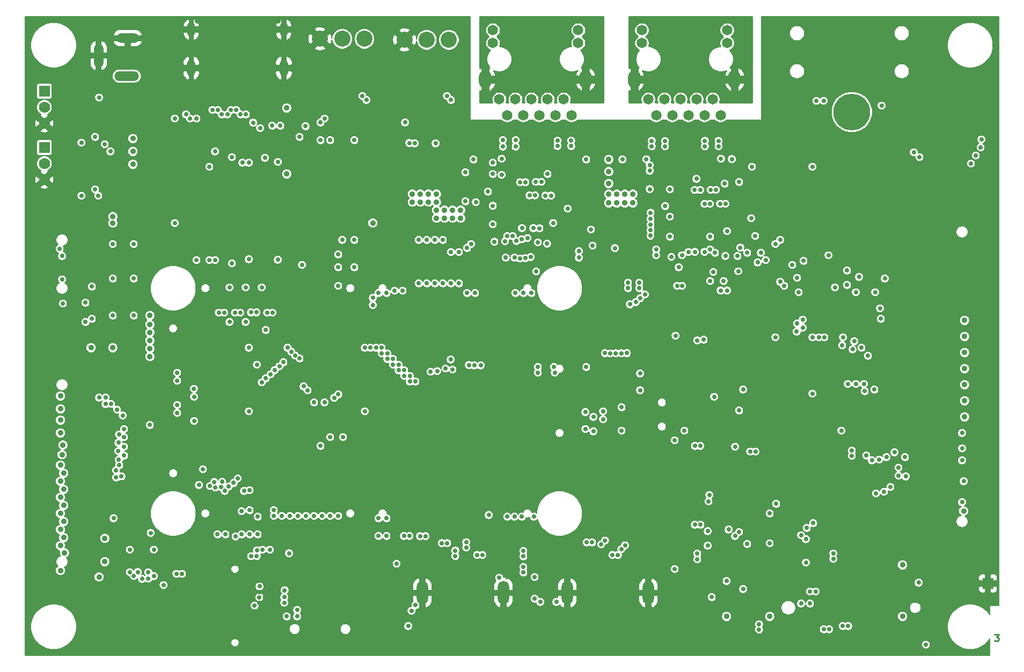
<source format=gbr>
G04 #@! TF.GenerationSoftware,KiCad,Pcbnew,5.1.0-rc2-unknown-036be7d~80~ubuntu16.04.1*
G04 #@! TF.CreationDate,2023-04-28T14:18:08+03:00*
G04 #@! TF.ProjectId,iMX8MPLUS-SOM-EVB_Rev_B,694d5838-4d50-44c5-9553-2d534f4d2d45,B*
G04 #@! TF.SameCoordinates,Original*
G04 #@! TF.FileFunction,Copper,L3,Inr*
G04 #@! TF.FilePolarity,Positive*
%FSLAX46Y46*%
G04 Gerber Fmt 4.6, Leading zero omitted, Abs format (unit mm)*
G04 Created by KiCad (PCBNEW 5.1.0-rc2-unknown-036be7d~80~ubuntu16.04.1) date 2023-04-28 14:18:08*
%MOMM*%
%LPD*%
G04 APERTURE LIST*
%ADD10C,0.254000*%
%ADD11R,1.422400X1.422400*%
%ADD12O,1.300000X2.300000*%
%ADD13O,1.300000X2.700000*%
%ADD14O,2.000000X2.800000*%
%ADD15C,1.650000*%
%ADD16O,1.500000X3.700000*%
%ADD17O,3.600000X1.500000*%
%ADD18O,3.900000X1.500000*%
%ADD19C,1.778000*%
%ADD20R,1.778000X1.778000*%
%ADD21O,1.800000X3.700000*%
%ADD22C,2.540000*%
%ADD23C,1.600000*%
%ADD24C,0.890000*%
%ADD25C,5.800000*%
%ADD26C,0.900000*%
%ADD27C,0.700000*%
%ADD28C,0.203200*%
G04 APERTURE END LIST*
D10*
X212132333Y-128348619D02*
X212761285Y-128348619D01*
X212422619Y-128735666D01*
X212567761Y-128735666D01*
X212664523Y-128784047D01*
X212712904Y-128832428D01*
X212761285Y-128929190D01*
X212761285Y-129171095D01*
X212712904Y-129267857D01*
X212664523Y-129316238D01*
X212567761Y-129364619D01*
X212277476Y-129364619D01*
X212180714Y-129316238D01*
X212132333Y-129267857D01*
D11*
X139700000Y-61595000D03*
X167259000Y-62865000D03*
D12*
X100010000Y-32840000D03*
X85410000Y-32840000D03*
D13*
X85410000Y-38890000D03*
X100010000Y-38890000D03*
D14*
X171095000Y-40665000D03*
X155295000Y-40665000D03*
D15*
X169926000Y-32893000D03*
X169926000Y-34925000D03*
X156464000Y-32893000D03*
X156464000Y-34925000D03*
X168910000Y-46355000D03*
X167640000Y-43815000D03*
X166370000Y-46355000D03*
X165100000Y-43815000D03*
X163830000Y-46355000D03*
X162560000Y-43815000D03*
X161290000Y-46355000D03*
X160020000Y-43815000D03*
X158750000Y-46355000D03*
X157480000Y-43815000D03*
D16*
X70785000Y-36936000D03*
D17*
X75385000Y-34190000D03*
D18*
X75235000Y-40190000D03*
D19*
X62230000Y-56515000D03*
X62230000Y-53975000D03*
D20*
X62230000Y-51435000D03*
D21*
X134670000Y-121750000D03*
X121870000Y-121750000D03*
D14*
X147600000Y-40665000D03*
X131800000Y-40665000D03*
D15*
X146431000Y-32893000D03*
X146431000Y-34925000D03*
X132969000Y-32893000D03*
X132969000Y-34925000D03*
X145415000Y-46355000D03*
X144145000Y-43815000D03*
X142875000Y-46355000D03*
X141605000Y-43815000D03*
X140335000Y-46355000D03*
X139065000Y-43815000D03*
X137795000Y-46355000D03*
X136525000Y-43815000D03*
X135255000Y-46355000D03*
X133985000Y-43815000D03*
D22*
X112720000Y-34290000D03*
X105720000Y-34290000D03*
X109220000Y-34290000D03*
X126055000Y-34452001D03*
X119055000Y-34452001D03*
X122555000Y-34452001D03*
D20*
X62230000Y-42545000D03*
D19*
X62230000Y-45085000D03*
X62230000Y-47625000D03*
D23*
X170815000Y-77343000D03*
D24*
X169915000Y-76443000D03*
X169915000Y-78243000D03*
X171715000Y-76443000D03*
X171715000Y-78243000D03*
D21*
X144730000Y-121750000D03*
X157530000Y-121750000D03*
D20*
X211074000Y-120269000D03*
D25*
X189611000Y-45852999D03*
D26*
X76200000Y-52070000D03*
X76200000Y-54102000D03*
X78867000Y-79375000D03*
X78867000Y-80645000D03*
X78867000Y-81915000D03*
X78867000Y-83185000D03*
X78867000Y-84455000D03*
X76200000Y-50038000D03*
X78867000Y-77978000D03*
D27*
X95179390Y-47514256D03*
X96266000Y-48387000D03*
X117794999Y-117155001D03*
D26*
X100457000Y-55626000D03*
X100457000Y-45212000D03*
D27*
X112776000Y-93091000D03*
X94488000Y-93091000D03*
X94488000Y-83058000D03*
X120777000Y-123698000D03*
X139573000Y-119253000D03*
X139573000Y-122682000D03*
D26*
X79375000Y-40132000D03*
X79375000Y-34290000D03*
X80645000Y-54102000D03*
X80645000Y-52070000D03*
X80645000Y-50038000D03*
D27*
X74676000Y-71374000D03*
X74676000Y-74295000D03*
X74676000Y-67437000D03*
X74676000Y-64516000D03*
X74676000Y-77216000D03*
X74676000Y-80137000D03*
D26*
X86995000Y-70231000D03*
X88265000Y-70231000D03*
X83312000Y-79375000D03*
X83312000Y-83185000D03*
X83312000Y-84455000D03*
X83312000Y-80645000D03*
X83312000Y-81915000D03*
X85979000Y-79375000D03*
X85979000Y-80645000D03*
X85979000Y-81915000D03*
X85979000Y-83185000D03*
X85979000Y-84455000D03*
X86994979Y-72898021D03*
X88392000Y-72948083D03*
D27*
X86995000Y-108458000D03*
X88265000Y-108458000D03*
X80263999Y-119761001D03*
X89916000Y-42545000D03*
X103429996Y-115748996D03*
X92837000Y-42545000D03*
X80262717Y-121011179D03*
X98933000Y-116332000D03*
X88646000Y-38481000D03*
X90170000Y-38481000D03*
X91694000Y-38481000D03*
X93218000Y-38481000D03*
X95758000Y-42545000D03*
X96138996Y-38481000D03*
X126238000Y-118872000D03*
X120332500Y-116141500D03*
X128270000Y-121920000D03*
X131254500Y-121920000D03*
X130175000Y-118935500D03*
X117094000Y-114173000D03*
X143256000Y-116332000D03*
X139954000Y-114300000D03*
X114935000Y-105918000D03*
X153035000Y-118872000D03*
X149098000Y-118872000D03*
X151130000Y-121920000D03*
X154114500Y-121920000D03*
D26*
X204089000Y-131064000D03*
D27*
X169164000Y-112776000D03*
X169164000Y-114427000D03*
X169164000Y-115443000D03*
X169164000Y-116586000D03*
X178054000Y-124079000D03*
X178054000Y-118364000D03*
X159893000Y-109855000D03*
X158623000Y-109855000D03*
X175133000Y-114681000D03*
X156337000Y-117475000D03*
X158877000Y-117475000D03*
X162433000Y-120904000D03*
X163195000Y-94869000D03*
X163195000Y-93599000D03*
X163195000Y-91059000D03*
X146812000Y-86995000D03*
X144272000Y-86995000D03*
X196215000Y-44196000D03*
X180975000Y-43307000D03*
D26*
X184277000Y-33274000D03*
D27*
X113030000Y-44958000D03*
X108712000Y-50292000D03*
X101536500Y-45910500D03*
X101981000Y-51308000D03*
X106426000Y-43053000D03*
X126365000Y-44958000D03*
X122047000Y-50292000D03*
X114935000Y-72898000D03*
X116205000Y-72898000D03*
X119761000Y-43053000D03*
X120142000Y-52705000D03*
X123571000Y-53594000D03*
X131191000Y-57277000D03*
X131191000Y-60090811D03*
X131191000Y-63627000D03*
X147828000Y-47498000D03*
X150622000Y-47498000D03*
X135636000Y-50038000D03*
X144272000Y-50038000D03*
X139065000Y-51181000D03*
X138557000Y-53975000D03*
X132988779Y-54737000D03*
X141859000Y-53594000D03*
X145542000Y-59182000D03*
X146506598Y-61595000D03*
X146107171Y-66080903D03*
X133223000Y-68580000D03*
X148463000Y-63119000D03*
X151765000Y-63817500D03*
X162560000Y-51181000D03*
X159131000Y-59690000D03*
X158750000Y-62357000D03*
X156083000Y-67183000D03*
X159004000Y-50038000D03*
X167386000Y-50038000D03*
X171323000Y-47498000D03*
X173990000Y-47498000D03*
X166497000Y-54737000D03*
X148844000Y-54229000D03*
X173990000Y-60325000D03*
X174752000Y-62611000D03*
X175260000Y-66294000D03*
X159004000Y-65532000D03*
X159893000Y-70358000D03*
X173133510Y-71876570D03*
X171925490Y-71876570D03*
X168656000Y-71120000D03*
X178181000Y-71501000D03*
X178435000Y-78359000D03*
X177292000Y-76454000D03*
X146812000Y-86106000D03*
X144373600Y-86075010D03*
X114045998Y-115824000D03*
X200406006Y-119126000D03*
X163576000Y-81153000D03*
X177419000Y-55753000D03*
X164465000Y-54756821D03*
X140335000Y-51181000D03*
X163830000Y-51181000D03*
X112395000Y-45593000D03*
X119126000Y-42418000D03*
X125730000Y-45593000D03*
X169554351Y-55043184D03*
X164846000Y-76835000D03*
X163449000Y-74656157D03*
X180213000Y-42545000D03*
X181737000Y-42545000D03*
D26*
X200660000Y-33274000D03*
D27*
X170148773Y-70328251D03*
X114935000Y-70358000D03*
X116205000Y-70358000D03*
X105791000Y-42418000D03*
X195580000Y-44831000D03*
D26*
X209550000Y-31496000D03*
X207010000Y-31496000D03*
X204470000Y-31496000D03*
X201930000Y-31496000D03*
X199390000Y-31496000D03*
X196850000Y-31496000D03*
X194310000Y-31496000D03*
X191770000Y-31496000D03*
X189865000Y-31496000D03*
X186690000Y-31496000D03*
X184150000Y-31496000D03*
X181610000Y-31496000D03*
X179070000Y-31496000D03*
X176530000Y-31496000D03*
X176530000Y-33655000D03*
X179070000Y-33655000D03*
X191770000Y-33655000D03*
X194310000Y-33655000D03*
X212344000Y-34290000D03*
X212344000Y-36830000D03*
X212344000Y-39370000D03*
X209550000Y-39370000D03*
X212344000Y-115570000D03*
X212344000Y-118110000D03*
X209296000Y-120650000D03*
X212344000Y-123190000D03*
X209804000Y-123190000D03*
X209804000Y-131064000D03*
X207010000Y-131064000D03*
X201930000Y-131064000D03*
X199390000Y-131064000D03*
X196850000Y-131064000D03*
X194310000Y-131064000D03*
X191770000Y-131064000D03*
X189230000Y-131064000D03*
X186690000Y-131064000D03*
X184150000Y-131064000D03*
X181610000Y-131064000D03*
X179070000Y-131064000D03*
X176530000Y-131064000D03*
X173990000Y-131064000D03*
X168910000Y-131191000D03*
X166370000Y-131191000D03*
X163830000Y-131191000D03*
X161290000Y-131191000D03*
X158750000Y-131191000D03*
X156210000Y-131191000D03*
X153670000Y-131191000D03*
X151130000Y-131191000D03*
X148590000Y-131191000D03*
X146050000Y-131191000D03*
X143510000Y-131191000D03*
X140970000Y-131191000D03*
X138430000Y-131191000D03*
X135890000Y-131191000D03*
X133350000Y-131191000D03*
X130810000Y-131191000D03*
X128270000Y-131191000D03*
X125730000Y-131191000D03*
X123190000Y-131191000D03*
X120650000Y-131191000D03*
X118110000Y-131191000D03*
X115570000Y-131191000D03*
X113030000Y-131191000D03*
X110490000Y-131191000D03*
X107950000Y-131191000D03*
X105410000Y-131191000D03*
X102870000Y-131191000D03*
X100330000Y-131191000D03*
D27*
X96139000Y-123317000D03*
X96774000Y-127381000D03*
X96136684Y-121591245D03*
D26*
X97790000Y-131191000D03*
X95250000Y-131191000D03*
X92710000Y-131191000D03*
X88900000Y-131064000D03*
X86360000Y-131064000D03*
X83820000Y-131064000D03*
X81280000Y-131064000D03*
X78740000Y-131064000D03*
X76200000Y-131064000D03*
X73660000Y-131064000D03*
X71120000Y-131064000D03*
X68580000Y-131064000D03*
X66040000Y-131064000D03*
X71120000Y-128270000D03*
D27*
X93587808Y-116840000D03*
X94846620Y-116862380D03*
X114046000Y-118618000D03*
X98933000Y-118618000D03*
X96521104Y-125608590D03*
X95468357Y-127107124D03*
D26*
X60071000Y-121920000D03*
X60071000Y-85217000D03*
X60071000Y-81915000D03*
X60071000Y-78740000D03*
X60071000Y-62230000D03*
X59817000Y-37084000D03*
X59944000Y-54737000D03*
X59944000Y-58928000D03*
X59944000Y-49657000D03*
X59944000Y-46228000D03*
X59944000Y-41402000D03*
X62103000Y-39370000D03*
X64897000Y-31496000D03*
X67310000Y-31496000D03*
X69850000Y-31496000D03*
X72390000Y-31496000D03*
X74930000Y-31496000D03*
X77470000Y-31496000D03*
X80010000Y-31496000D03*
X82550000Y-31496000D03*
X86360000Y-31496000D03*
X88900000Y-31496000D03*
X91440000Y-31496000D03*
X93980000Y-31496000D03*
X96520000Y-31496000D03*
X99060000Y-31496000D03*
X101600000Y-31496000D03*
X104140000Y-31496000D03*
X106680000Y-31496000D03*
X109220000Y-31496000D03*
X111760000Y-31496000D03*
X114300000Y-31496000D03*
X116840000Y-31496000D03*
X119380000Y-31496000D03*
X121920000Y-31496000D03*
X124460000Y-31496000D03*
X127000000Y-31496000D03*
X128270000Y-33020000D03*
D27*
X135636000Y-49276000D03*
X144272000Y-49276000D03*
X159004000Y-49276000D03*
X167386000Y-49276000D03*
X139192000Y-114300000D03*
X146558000Y-114300000D03*
X145796000Y-114300000D03*
X163195000Y-50546000D03*
X139700000Y-50546000D03*
X96170046Y-119845101D03*
X88342000Y-117425000D03*
X87503000Y-117425000D03*
X85730590Y-106639068D03*
X140023956Y-68813606D03*
D26*
X96520000Y-59055000D03*
X96520000Y-61595000D03*
X100965000Y-61595000D03*
X100965000Y-59690000D03*
X104394000Y-61595000D03*
X104394000Y-59690000D03*
X108585000Y-61595000D03*
X108585000Y-59690000D03*
X110490000Y-59690000D03*
X110490000Y-61595000D03*
X110490000Y-55245000D03*
X108585000Y-55245000D03*
X108585000Y-57150000D03*
X110490000Y-57150000D03*
X93662500Y-61595000D03*
X91059000Y-61595000D03*
X87249000Y-61595000D03*
X84455000Y-61595000D03*
X80010000Y-61595000D03*
X84455000Y-53340000D03*
X84455000Y-50800000D03*
X87630000Y-53340000D03*
X87630000Y-50800000D03*
X102235000Y-41910000D03*
X102235000Y-43815000D03*
X102235000Y-40005000D03*
X102235000Y-38100000D03*
X115570000Y-38100000D03*
X115570000Y-40005000D03*
X115570000Y-43815000D03*
X115570000Y-41910000D03*
X115570000Y-48260000D03*
X115570000Y-50165000D03*
X113665000Y-50165000D03*
X113665000Y-48260000D03*
X122555000Y-90805000D03*
X120015000Y-90805000D03*
X127635000Y-90805000D03*
X125095000Y-90805000D03*
X130175000Y-90805000D03*
X132715000Y-90805000D03*
X137795000Y-90805000D03*
X135255000Y-90805000D03*
X122555000Y-93345000D03*
X120015000Y-93345000D03*
X137795000Y-93345000D03*
X132715000Y-93345000D03*
X125095000Y-93345000D03*
X135255000Y-93345000D03*
X127635000Y-93345000D03*
X130175000Y-93345000D03*
X117475000Y-102870000D03*
X114935000Y-102870000D03*
X117475000Y-100330000D03*
X114935000Y-100330000D03*
X110490000Y-102870000D03*
X110490000Y-100330000D03*
X110490000Y-97790000D03*
X92710000Y-92710000D03*
X90170000Y-92710000D03*
X92710000Y-90170000D03*
X90170000Y-90170000D03*
X90170000Y-87630000D03*
X96901000Y-90170000D03*
X96901000Y-91821000D03*
X88900000Y-81915000D03*
X88900000Y-84455000D03*
X91440000Y-84455000D03*
X86995000Y-97155000D03*
X86995000Y-98425000D03*
X76835000Y-82550000D03*
X74930000Y-82550000D03*
X65151000Y-81280000D03*
X67945000Y-81280000D03*
X66548000Y-86360000D03*
X67691000Y-86360000D03*
X64643000Y-60198000D03*
X69723000Y-63500000D03*
X75565000Y-61595000D03*
X75565000Y-59055000D03*
X80010000Y-59055000D03*
X71882000Y-121666000D03*
X67310000Y-124206000D03*
X105410000Y-127635000D03*
X103505000Y-127635000D03*
X107950000Y-127635000D03*
X111760000Y-127635000D03*
X107950000Y-125095000D03*
X105410000Y-125095000D03*
X110490000Y-125095000D03*
X107950000Y-122555000D03*
X110490000Y-122555000D03*
X103505000Y-118745000D03*
X105410000Y-118745000D03*
X103505000Y-120650000D03*
X110490000Y-120015000D03*
X110490000Y-117475000D03*
X123190000Y-127635000D03*
X125730000Y-127635000D03*
X128270000Y-127635000D03*
X130810000Y-127635000D03*
X146050000Y-127635000D03*
X148590000Y-127635000D03*
X151130000Y-127635000D03*
X153670000Y-127635000D03*
X156210000Y-127635000D03*
X163830000Y-128270000D03*
X166370000Y-128270000D03*
X173355000Y-128270000D03*
X170815000Y-128270000D03*
X191770000Y-127000000D03*
X194310000Y-127000000D03*
X196850000Y-127000000D03*
X194310000Y-123825000D03*
X191770000Y-123825000D03*
X194310000Y-118110000D03*
X194310000Y-115570000D03*
X200787000Y-111887000D03*
X199390000Y-115570000D03*
X200787000Y-109220000D03*
X202819000Y-115443000D03*
X190500000Y-114300000D03*
X190500000Y-116840000D03*
X190500000Y-111760000D03*
X190500000Y-109220000D03*
X190500000Y-106680000D03*
X186690000Y-109220000D03*
X186690000Y-111760000D03*
X186690000Y-114300000D03*
X186690000Y-106680000D03*
X184150000Y-106680000D03*
X181610000Y-106680000D03*
X179070000Y-106680000D03*
X181610000Y-97790000D03*
X179070000Y-97790000D03*
X186690000Y-97790000D03*
X184150000Y-97790000D03*
X190500000Y-97790000D03*
X179070000Y-95250000D03*
X190500000Y-95250000D03*
X186690000Y-95250000D03*
X184150000Y-95250000D03*
X181610000Y-95250000D03*
X186690000Y-92710000D03*
X181610000Y-92710000D03*
X184150000Y-92710000D03*
X179070000Y-92710000D03*
X190500000Y-92710000D03*
X195580000Y-98171000D03*
D27*
X185928000Y-82169000D03*
X185928000Y-76454000D03*
D26*
X193421000Y-62357000D03*
X207010000Y-120650000D03*
X204470000Y-120650000D03*
X204470000Y-123190000D03*
X207010000Y-123190000D03*
X189865000Y-67310000D03*
X187325000Y-67310000D03*
X189865000Y-62230000D03*
X187325000Y-62230000D03*
X187325000Y-57150000D03*
X189865000Y-57150000D03*
X189865000Y-52070000D03*
X192405000Y-52070000D03*
X187325000Y-52070000D03*
X195580000Y-52070000D03*
X181610000Y-67310000D03*
X181610000Y-62230000D03*
X181610000Y-57150000D03*
X181610000Y-52070000D03*
X181610000Y-46990000D03*
X177165000Y-46990000D03*
X177165000Y-52070000D03*
X71120000Y-33020000D03*
X78740000Y-33020000D03*
X87630000Y-33020000D03*
X90170000Y-33020000D03*
X92710000Y-33020000D03*
X95250000Y-33020000D03*
X97790000Y-33020000D03*
X102870000Y-33020000D03*
X102870000Y-35560000D03*
X99060000Y-35560000D03*
X96520000Y-35560000D03*
X93980000Y-35560000D03*
X91440000Y-35560000D03*
X88900000Y-35560000D03*
X86360000Y-35560000D03*
X128016000Y-41910000D03*
X128016000Y-40005000D03*
X128016000Y-38100000D03*
X128016000Y-43815000D03*
X128016000Y-46355000D03*
X128016000Y-48895000D03*
X189865000Y-33274000D03*
X179070000Y-36195000D03*
X181610000Y-36195000D03*
X199390000Y-36195000D03*
X196850000Y-36195000D03*
X189865000Y-36195000D03*
X189865000Y-38735000D03*
X189865000Y-41275000D03*
X199390000Y-38735000D03*
X179070000Y-38735000D03*
X179070000Y-41275000D03*
X174625000Y-92710000D03*
X174625000Y-95250000D03*
X169545000Y-95250000D03*
X169545000Y-98425000D03*
X68580000Y-63500000D03*
D27*
X199898000Y-44450000D03*
D26*
X70993000Y-89281000D03*
X76327000Y-125984000D03*
X69850000Y-126111000D03*
X139700000Y-125857000D03*
X152019000Y-109220000D03*
D27*
X175133000Y-112141000D03*
D26*
X60071000Y-124587000D03*
X59690000Y-128143000D03*
X70104000Y-50927000D03*
X204851000Y-48133000D03*
D27*
X179070000Y-69342000D03*
X160147000Y-112649000D03*
X140335000Y-111760000D03*
D26*
X78486000Y-93853000D03*
X146939000Y-71120000D03*
X203327000Y-57150000D03*
X210947000Y-57150000D03*
X210947000Y-60960000D03*
X153801199Y-58805199D03*
X153801199Y-60193801D03*
X155071199Y-60193801D03*
X155071199Y-58805199D03*
X152531199Y-58805199D03*
X152531199Y-60193801D03*
X151261199Y-58805199D03*
X151261199Y-60193801D03*
X151261199Y-57150000D03*
X151261199Y-55245000D03*
X151261199Y-53340000D03*
D27*
X165100000Y-56388000D03*
X171831000Y-56896000D03*
X173736000Y-62611000D03*
X169545000Y-57150000D03*
X160909000Y-58039000D03*
X160909000Y-62357000D03*
X160909000Y-65532000D03*
X161153402Y-68707000D03*
X167258126Y-65528622D03*
X169926000Y-64643000D03*
X169677598Y-60325000D03*
X158051500Y-51244500D03*
X168825198Y-60325000D03*
X158051500Y-50392087D03*
X168185200Y-58139186D03*
X160147000Y-50419000D03*
X167332800Y-58139186D03*
X160147000Y-51271413D03*
X167219789Y-60337964D03*
X166433500Y-51244500D03*
X166367389Y-60337964D03*
X166433500Y-50392087D03*
X165685200Y-58141327D03*
X168592500Y-51244500D03*
X164832800Y-58141327D03*
X168592500Y-50392087D03*
X157739578Y-55118000D03*
X157733992Y-58007999D03*
X157734564Y-54228442D03*
X157861000Y-61746686D03*
X168021000Y-68072000D03*
X162814000Y-68453000D03*
X167259000Y-67564000D03*
X163830000Y-67945000D03*
X164846000Y-67925179D03*
X166370000Y-67925179D03*
D26*
X163170000Y-40665000D03*
X160655000Y-40640000D03*
X158115000Y-40640000D03*
X165735000Y-40640000D03*
X168275000Y-40640000D03*
X165735000Y-38100000D03*
X160655000Y-38100000D03*
X163170000Y-38125000D03*
X160655000Y-35560000D03*
X165735000Y-35560000D03*
X163170000Y-35585000D03*
X165735000Y-33020000D03*
X160655000Y-33020000D03*
X163170000Y-33045000D03*
X158115000Y-33020000D03*
X168275000Y-33020000D03*
D27*
X73527410Y-102404988D03*
X70739000Y-59055000D03*
X74041000Y-101600000D03*
X68072000Y-59055000D03*
X73979272Y-100745159D03*
D26*
X70866000Y-119253000D03*
D27*
X73898778Y-99360781D03*
D26*
X65405000Y-115443000D03*
D27*
X74803000Y-100076000D03*
D26*
X64770000Y-118237000D03*
D27*
X73914000Y-98044000D03*
D26*
X65278000Y-113030000D03*
D27*
X74803000Y-98679000D03*
D26*
X64770000Y-114300000D03*
D27*
X74013609Y-96736972D03*
D26*
X65278000Y-110490000D03*
D27*
X74803000Y-97155000D03*
D26*
X64770000Y-111760000D03*
D27*
X74803004Y-95885000D03*
D26*
X64770000Y-109220000D03*
D27*
X85852000Y-94615000D03*
X100130000Y-121358000D03*
X102108000Y-124460000D03*
X83185561Y-93345561D03*
X83185000Y-92075000D03*
X78867000Y-95250000D03*
X102108000Y-125476000D03*
X73152000Y-109982000D03*
X74581946Y-93734449D03*
D26*
X64770000Y-106680000D03*
D27*
X70866000Y-90932000D03*
D26*
X64770000Y-94488000D03*
D27*
X95758000Y-85725000D03*
X92392497Y-112839503D03*
X71882000Y-90932000D03*
D26*
X64770000Y-96520000D03*
D27*
X100838045Y-115504797D03*
X83185000Y-86995000D03*
X71882000Y-91948000D03*
D26*
X65151000Y-98425000D03*
D27*
X83185000Y-88265000D03*
X100457018Y-125476000D03*
X72755467Y-91917656D03*
D26*
X64770000Y-101600000D03*
D27*
X85826600Y-89535000D03*
X100076000Y-123317000D03*
X73691135Y-92803624D03*
D26*
X64770000Y-104140000D03*
D27*
X100075439Y-122427439D03*
X85852000Y-90805000D03*
X90669430Y-105664000D03*
X95403896Y-123754661D03*
X157860439Y-63627561D03*
X101188010Y-83662010D03*
X98425000Y-109601000D03*
X113665000Y-83058000D03*
X93726000Y-105664000D03*
X95745190Y-115939312D03*
X98425000Y-108712010D03*
X157861000Y-62738000D03*
X100583550Y-83057553D03*
X112776000Y-83054571D03*
X94615000Y-105537006D03*
X95758000Y-115062000D03*
X158750000Y-67564000D03*
X95885006Y-112522000D03*
X99949000Y-85344000D03*
X115443000Y-83947000D03*
X96646439Y-114935561D03*
X94615000Y-108711994D03*
X158750000Y-68453000D03*
X94614992Y-112522000D03*
X99314000Y-85979000D03*
X116332000Y-83947000D03*
X97790000Y-114935000D03*
X93345000Y-108858821D03*
X98552000Y-86614000D03*
X172021500Y-67246500D03*
X93344994Y-112522000D03*
X116332000Y-84836000D03*
X97917000Y-87249000D03*
X95885000Y-109727992D03*
X171577000Y-68580000D03*
X117221000Y-84836000D03*
X79013876Y-112278499D03*
X78635911Y-118491000D03*
X70231000Y-49784000D03*
X70231000Y-58039000D03*
X76327000Y-77978000D03*
X76327000Y-72136000D03*
X76327000Y-66675000D03*
X83947000Y-118745000D03*
X83058000Y-118745000D03*
X89535000Y-112522000D03*
X90805000Y-112522000D03*
X97028000Y-53086000D03*
X116205000Y-112776000D03*
X114935000Y-112776000D03*
X153289000Y-96139000D03*
X153289000Y-92456000D03*
X163195000Y-96139000D03*
X142748000Y-86995000D03*
X84582000Y-46228000D03*
X113030000Y-43942000D03*
X147701000Y-86106000D03*
X93472000Y-53847990D03*
X105791000Y-47498000D03*
X103439000Y-48072000D03*
X119126000Y-47498000D03*
X126365000Y-43942000D03*
X129921000Y-53340000D03*
X153416000Y-53340000D03*
X147701000Y-53340000D03*
X146558000Y-67818000D03*
X146558000Y-68834000D03*
X148463000Y-64389000D03*
X141541500Y-66611500D03*
X135001000Y-68834000D03*
X160172401Y-60706000D03*
X174371000Y-65405000D03*
X177546000Y-66675000D03*
X169672000Y-68580000D03*
X175260000Y-68072000D03*
X162306000Y-70358000D03*
X174752000Y-69596000D03*
X169395474Y-72517000D03*
X162814000Y-73279000D03*
X142646400Y-86090442D03*
X173101000Y-114046000D03*
X119634000Y-127000008D03*
X132207000Y-58420000D03*
X140081000Y-86995000D03*
X140081000Y-86106000D03*
X114935000Y-109982000D03*
X116205000Y-109982000D03*
X112395000Y-43307000D03*
X125730000Y-43307000D03*
X170701766Y-53282090D03*
X178308000Y-66040000D03*
X85217000Y-46863000D03*
X106426000Y-46863000D03*
X162052000Y-73279000D03*
D26*
X64770000Y-92710000D03*
D27*
X177673000Y-107696000D03*
D26*
X207264000Y-108839000D03*
D27*
X73025000Y-66675000D03*
X73025000Y-72136000D03*
X73025000Y-77978000D03*
X143002000Y-123190000D03*
X169862500Y-119888000D03*
X140462000Y-123190000D03*
X114935000Y-74422000D03*
X116205000Y-74422000D03*
X82804000Y-46863000D03*
D26*
X73025004Y-63373000D03*
D27*
X176657000Y-113919000D03*
D26*
X169862500Y-125476000D03*
X176657000Y-125476000D03*
X197612000Y-125476000D03*
D27*
X120142000Y-124587000D03*
X177546000Y-81407000D03*
X173863000Y-54483000D03*
X168973498Y-53213000D03*
X152247600Y-67335400D03*
X123952000Y-50800000D03*
X183388000Y-81407000D03*
X183388014Y-54483000D03*
D26*
X114045986Y-63373000D03*
D27*
X82804000Y-63373000D03*
X114046000Y-76327000D03*
X114046000Y-75184000D03*
X157194993Y-53295983D03*
X70866000Y-43561000D03*
X72644000Y-52070000D03*
D26*
X73025000Y-62357000D03*
X73025000Y-83058000D03*
X69596000Y-83058000D03*
X64770000Y-90678000D03*
X71755000Y-113157000D03*
X71755000Y-116840000D03*
D27*
X170180000Y-111760000D03*
X176657000Y-109220000D03*
D26*
X197612000Y-117348000D03*
D27*
X101776463Y-84278718D03*
X99695000Y-109601000D03*
X114554000Y-83058000D03*
X157861000Y-64516000D03*
X91301299Y-104990273D03*
X96139043Y-122443653D03*
X157847686Y-65368308D03*
X102492022Y-84741947D03*
X100965000Y-109601000D03*
X115443000Y-83058000D03*
X92081751Y-104399590D03*
X96174496Y-120739672D03*
X102235000Y-109601000D03*
X167764076Y-71088124D03*
X118110000Y-86614000D03*
X103124000Y-89154000D03*
X92742748Y-103679925D03*
X94847180Y-115972818D03*
X103505000Y-109601000D03*
X171704000Y-70993000D03*
X118999000Y-86614000D03*
X103759000Y-89789000D03*
X90075436Y-105052627D03*
X81026000Y-120523000D03*
X104775000Y-91694000D03*
X104775000Y-109601000D03*
X120777000Y-88392000D03*
X156083000Y-73660000D03*
X90282585Y-104187350D03*
X75711876Y-118491000D03*
X106426000Y-91694000D03*
X106045000Y-109601000D03*
X119888000Y-88392000D03*
X156083000Y-72771000D03*
X78613000Y-119507000D03*
X89207681Y-105087623D03*
X154305000Y-73660000D03*
X107950000Y-90962990D03*
X107315000Y-109601000D03*
X119888000Y-87503000D03*
X89023773Y-104255286D03*
X76350528Y-119055562D03*
X108599870Y-90411378D03*
X108585000Y-109601000D03*
X118999000Y-87503000D03*
X154305000Y-72771000D03*
X88378289Y-104878826D03*
X76970688Y-118461533D03*
X73561466Y-103525682D03*
X68072000Y-50673000D03*
X86614000Y-104725988D03*
X77654910Y-119553091D03*
X74399575Y-103354461D03*
X71755000Y-50927000D03*
D26*
X207391000Y-78740000D03*
D27*
X193421000Y-106045000D03*
D26*
X65278000Y-107950000D03*
D27*
X139446000Y-109728000D03*
D26*
X65278000Y-105410000D03*
D27*
X137541000Y-109728000D03*
D26*
X207391000Y-81280000D03*
D27*
X194691000Y-105791000D03*
D26*
X65278000Y-102870000D03*
D27*
X136398000Y-109728000D03*
D26*
X207391000Y-83820000D03*
D27*
X195707000Y-105029000D03*
X135255000Y-109728000D03*
D26*
X65024000Y-99949000D03*
X207391000Y-86360000D03*
D27*
X198120000Y-103378000D03*
X150669369Y-113490631D03*
X153241631Y-114855369D03*
D26*
X207391000Y-88900000D03*
D27*
X196977000Y-103251000D03*
X150066631Y-114093369D03*
X153844369Y-114252631D03*
X196977000Y-101981000D03*
D26*
X207391000Y-91440000D03*
D27*
X147782801Y-113792000D03*
X137795000Y-115143800D03*
X197993000Y-100330000D03*
D26*
X207391000Y-93980000D03*
D27*
X137795000Y-115996200D03*
X148635200Y-113792000D03*
X196342000Y-99568000D03*
X207010000Y-96520000D03*
X152711200Y-115771498D03*
X137795000Y-117683800D03*
X195072000Y-100330000D03*
X207010000Y-98933000D03*
X151858800Y-115771498D03*
X137795000Y-118536200D03*
X165735000Y-110998000D03*
X165716700Y-98552000D03*
X165227000Y-115570000D03*
X164846000Y-110998000D03*
X164864300Y-98552000D03*
X165227000Y-116459000D03*
X118953800Y-112776000D03*
X127060602Y-115933087D03*
X174416200Y-99441000D03*
X174976418Y-126700800D03*
X119806200Y-112776000D03*
X127060602Y-115080687D03*
X174976418Y-127553200D03*
X173563800Y-99441000D03*
X125775200Y-113895917D03*
X121493800Y-112799083D03*
X189611000Y-99268800D03*
X188184800Y-127000000D03*
X124922800Y-113895917D03*
X122346200Y-112799083D03*
X189037200Y-127000000D03*
X189611000Y-100121200D03*
X131351200Y-115771398D03*
X128778000Y-114599200D03*
X191897000Y-100076000D03*
X207010000Y-107442000D03*
X130498800Y-115771398D03*
X128778000Y-113746800D03*
X192786000Y-100838000D03*
X207264000Y-104140000D03*
X133985000Y-119380000D03*
X132334000Y-109474000D03*
X193929000Y-100711000D03*
X207010000Y-100838000D03*
X200279000Y-52959000D03*
X187960000Y-96139000D03*
X148844000Y-93980000D03*
X148844000Y-96266000D03*
X147574000Y-95885000D03*
X147573439Y-93218561D03*
X171831000Y-92964000D03*
X171831000Y-112141000D03*
X150368000Y-93091000D03*
X150368000Y-94361000D03*
X210058000Y-50165000D03*
X193167000Y-89662000D03*
X156210000Y-87122000D03*
X156210000Y-89769188D03*
X167513000Y-122428000D03*
X167894000Y-90805000D03*
X161798000Y-81153000D03*
X185928000Y-68453000D03*
X183388000Y-90297000D03*
X209931000Y-51435000D03*
X191643000Y-89916000D03*
X209169000Y-52705000D03*
X191516000Y-88773000D03*
X208407000Y-53975000D03*
X190246000Y-88773000D03*
X128905000Y-74422000D03*
X128905000Y-67304410D03*
X194056000Y-76835000D03*
X192151000Y-84328000D03*
X130175000Y-74422000D03*
X129539984Y-66674998D03*
X189992000Y-82042000D03*
X194818000Y-72136000D03*
X188214000Y-81407000D03*
X190754000Y-71882000D03*
X167259000Y-72517000D03*
X123174177Y-86838752D03*
X94025200Y-46228000D03*
X98216200Y-77520023D03*
X181864000Y-78613000D03*
X154131900Y-83910998D03*
X93172800Y-46228000D03*
X97363800Y-77520023D03*
X92513200Y-45518528D03*
X95676200Y-77476230D03*
X94823800Y-77476230D03*
X91660800Y-45518528D03*
X93980000Y-73533000D03*
X93980000Y-78994000D03*
X129198099Y-85786623D03*
X180975000Y-79248000D03*
X91092200Y-46228000D03*
X93136200Y-77520023D03*
X130048000Y-85852000D03*
X181864000Y-79883000D03*
X90239800Y-46228000D03*
X92283800Y-77520023D03*
X91440000Y-73533000D03*
X91440000Y-78994000D03*
X131064000Y-85852000D03*
X180914262Y-80518000D03*
X89592200Y-45509088D03*
X90596200Y-77512357D03*
X89743800Y-77512357D03*
X88739800Y-45509088D03*
X89154000Y-52070000D03*
X89154002Y-69215000D03*
X124206000Y-86741000D03*
X155547227Y-75849979D03*
X91821000Y-52959000D03*
X91821000Y-69723000D03*
X126619000Y-86495633D03*
X156972000Y-74641959D03*
X86233000Y-46863000D03*
X86233000Y-69215000D03*
X125511450Y-86329228D03*
X156218688Y-75245969D03*
X102489000Y-49784000D03*
X102869992Y-69977000D03*
X153255955Y-83922645D03*
X181229000Y-74295000D03*
X99060000Y-53721000D03*
X99060000Y-69158759D03*
X152388700Y-83935700D03*
X180975000Y-72009000D03*
X94488000Y-53848000D03*
X94488000Y-69088000D03*
X126339490Y-84906492D03*
X154593498Y-76205590D03*
X151511000Y-83947000D03*
X181991000Y-69342000D03*
X108585000Y-70358000D03*
X108585000Y-68326000D03*
X108585000Y-73279010D03*
X109220000Y-66040000D03*
X150658692Y-83910998D03*
X180213000Y-69977000D03*
X111125000Y-70358000D03*
X111125000Y-66039998D03*
X79502000Y-114935000D03*
X79502000Y-119126000D03*
X87249000Y-102235000D03*
X75711876Y-114935000D03*
X98171000Y-48006000D03*
X99441000Y-48006000D03*
X172466000Y-121158000D03*
X172466000Y-89662000D03*
X96520000Y-73533000D03*
X176022000Y-69215000D03*
X118110000Y-85725000D03*
X96520000Y-88519000D03*
X97155000Y-87884000D03*
X97155000Y-80264000D03*
X173101000Y-68072000D03*
X117221000Y-85725000D03*
D26*
X139700000Y-40665000D03*
X137160000Y-40665000D03*
X134620000Y-40640000D03*
X142240000Y-40665000D03*
X144780000Y-40640000D03*
X142240000Y-38125000D03*
X139700000Y-38125000D03*
X137160000Y-38125000D03*
X139700000Y-35585000D03*
X142240000Y-35585000D03*
X137160000Y-35585000D03*
X142240000Y-33045000D03*
X137160000Y-33045000D03*
X139700000Y-33045000D03*
X134620000Y-33045000D03*
X144780000Y-33045000D03*
D27*
X134366000Y-53213000D03*
X134366000Y-55753000D03*
X132969000Y-53848000D03*
X144780000Y-61087000D03*
X141605000Y-55626000D03*
X128651000Y-55371994D03*
X132969000Y-63557996D03*
X132969000Y-60648036D03*
X132969000Y-55626000D03*
X137573885Y-64166885D03*
X142490230Y-63369325D03*
X133223000Y-66313821D03*
X128651000Y-59944000D03*
X139369518Y-64176512D03*
D26*
X121539000Y-58801000D03*
X121539000Y-60071000D03*
X120269000Y-60071000D03*
X120269000Y-58801000D03*
X122809000Y-58801000D03*
X122809000Y-60071000D03*
X124079000Y-58801000D03*
X124079000Y-60071000D03*
X124079000Y-62611000D03*
X124079000Y-61341000D03*
X125349000Y-61341000D03*
X125349000Y-62611000D03*
X126619000Y-61341000D03*
X126619000Y-62611000D03*
X127889000Y-62611000D03*
X127889000Y-61341000D03*
D27*
X130302000Y-60071000D03*
X148717010Y-66929000D03*
X126365000Y-67945000D03*
X126365000Y-72898000D03*
X125095000Y-72898000D03*
X125095000Y-66040000D03*
X123825000Y-72898000D03*
X123825000Y-66040000D03*
X122555000Y-72898000D03*
X122555000Y-66040000D03*
X121285000Y-72898000D03*
X121285000Y-66040000D03*
X127635000Y-67945000D03*
X127635000Y-72898000D03*
X136398000Y-68834000D03*
X136525000Y-74422000D03*
X137795000Y-74422000D03*
X137254265Y-68974990D03*
X139065000Y-74422000D03*
X138103779Y-68904756D03*
X139823488Y-71003733D03*
X138938431Y-68731663D03*
X134559000Y-51308000D03*
X142146163Y-59025572D03*
X134559000Y-50292000D03*
X141293763Y-59025572D03*
X136588500Y-50292000D03*
X140626200Y-56867861D03*
X136588500Y-51308000D03*
X139773800Y-56867861D03*
X139612679Y-58992940D03*
X143192500Y-51207913D03*
X138760279Y-58992940D03*
X143192500Y-50355500D03*
X138126200Y-56913636D03*
X145351500Y-51207913D03*
X137273800Y-56913636D03*
X145351500Y-50355500D03*
X137559256Y-65915886D03*
X134904990Y-66235389D03*
X135257214Y-65427891D03*
X138449995Y-65740141D03*
X140335000Y-64198500D03*
X136109563Y-65438245D03*
X136682990Y-66207459D03*
X140081000Y-66421000D03*
X105791000Y-50292000D03*
X105791000Y-98552000D03*
X111125000Y-50292000D03*
X109347000Y-97155000D03*
X107315000Y-50292000D03*
X107315000Y-97155000D03*
X118745000Y-74041000D03*
X120650000Y-50800000D03*
X117475000Y-74041000D03*
X119800140Y-50734094D03*
X88265000Y-54483000D03*
X88265000Y-69215000D03*
X184404000Y-81407000D03*
X184023000Y-44084426D03*
X185293000Y-81407000D03*
X185166000Y-44069000D03*
X199390000Y-52197000D03*
X190246000Y-74295000D03*
X194310000Y-44831000D03*
X188849000Y-70866000D03*
X178302401Y-72644000D03*
X168910000Y-74021157D03*
X189738000Y-83312000D03*
X188849000Y-73152000D03*
X178943000Y-73279000D03*
X169924188Y-74021157D03*
X188087000Y-82677000D03*
X186944000Y-73533000D03*
X194183000Y-78486000D03*
X188976000Y-88773000D03*
X191135000Y-83058000D03*
X193294000Y-74295000D03*
X68707000Y-75946000D03*
X68707000Y-78994000D03*
X69723000Y-73406000D03*
X69723000Y-78486000D03*
X64643000Y-67437000D03*
X65151000Y-76073000D03*
X65024000Y-68580000D03*
X65024000Y-72263000D03*
X200152000Y-120142000D03*
X201295014Y-129921000D03*
X161671000Y-117983000D03*
X161671000Y-97663000D03*
X171196000Y-98679000D03*
X171196000Y-112776000D03*
X165227000Y-81884041D03*
X167005000Y-107315000D03*
X167132006Y-106299000D03*
X166243000Y-81788000D03*
X186690000Y-115524800D03*
X185184800Y-127508000D03*
X186690000Y-116377200D03*
X186037200Y-127508000D03*
X166878000Y-112014000D03*
X166878000Y-114300000D03*
X183007000Y-123444000D03*
X182372000Y-116967000D03*
X182372000Y-113284000D03*
X183007000Y-121539000D03*
X182499000Y-111506000D03*
X181610000Y-123444000D03*
X181610000Y-112649000D03*
X183896000Y-121539000D03*
X183515000Y-110744000D03*
D28*
G36*
X129438400Y-46990000D02*
G01*
X129440352Y-47009821D01*
X129446134Y-47028881D01*
X129455523Y-47046446D01*
X129468158Y-47061842D01*
X129483554Y-47074477D01*
X129501119Y-47083866D01*
X129520179Y-47089648D01*
X129540000Y-47091600D01*
X134327285Y-47091600D01*
X134337968Y-47107588D01*
X134502412Y-47272032D01*
X134695776Y-47401234D01*
X134910632Y-47490230D01*
X135138721Y-47535600D01*
X135371279Y-47535600D01*
X135599368Y-47490230D01*
X135814224Y-47401234D01*
X136007588Y-47272032D01*
X136172032Y-47107588D01*
X136182715Y-47091600D01*
X136867285Y-47091600D01*
X136877968Y-47107588D01*
X137042412Y-47272032D01*
X137235776Y-47401234D01*
X137450632Y-47490230D01*
X137678721Y-47535600D01*
X137911279Y-47535600D01*
X138139368Y-47490230D01*
X138354224Y-47401234D01*
X138547588Y-47272032D01*
X138712032Y-47107588D01*
X138722715Y-47091600D01*
X139407285Y-47091600D01*
X139417968Y-47107588D01*
X139582412Y-47272032D01*
X139775776Y-47401234D01*
X139990632Y-47490230D01*
X140218721Y-47535600D01*
X140451279Y-47535600D01*
X140679368Y-47490230D01*
X140894224Y-47401234D01*
X141087588Y-47272032D01*
X141252032Y-47107588D01*
X141262715Y-47091600D01*
X141947285Y-47091600D01*
X141957968Y-47107588D01*
X142122412Y-47272032D01*
X142315776Y-47401234D01*
X142530632Y-47490230D01*
X142758721Y-47535600D01*
X142991279Y-47535600D01*
X143219368Y-47490230D01*
X143434224Y-47401234D01*
X143627588Y-47272032D01*
X143792032Y-47107588D01*
X143802715Y-47091600D01*
X144487285Y-47091600D01*
X144497968Y-47107588D01*
X144662412Y-47272032D01*
X144855776Y-47401234D01*
X145070632Y-47490230D01*
X145298721Y-47535600D01*
X145531279Y-47535600D01*
X145759368Y-47490230D01*
X145974224Y-47401234D01*
X146167588Y-47272032D01*
X146332032Y-47107588D01*
X146342715Y-47091600D01*
X157822285Y-47091600D01*
X157832968Y-47107588D01*
X157997412Y-47272032D01*
X158190776Y-47401234D01*
X158405632Y-47490230D01*
X158633721Y-47535600D01*
X158866279Y-47535600D01*
X159094368Y-47490230D01*
X159309224Y-47401234D01*
X159502588Y-47272032D01*
X159667032Y-47107588D01*
X159677715Y-47091600D01*
X160362285Y-47091600D01*
X160372968Y-47107588D01*
X160537412Y-47272032D01*
X160730776Y-47401234D01*
X160945632Y-47490230D01*
X161173721Y-47535600D01*
X161406279Y-47535600D01*
X161634368Y-47490230D01*
X161849224Y-47401234D01*
X162042588Y-47272032D01*
X162207032Y-47107588D01*
X162217715Y-47091600D01*
X162902285Y-47091600D01*
X162912968Y-47107588D01*
X163077412Y-47272032D01*
X163270776Y-47401234D01*
X163485632Y-47490230D01*
X163713721Y-47535600D01*
X163946279Y-47535600D01*
X164174368Y-47490230D01*
X164389224Y-47401234D01*
X164582588Y-47272032D01*
X164747032Y-47107588D01*
X164757715Y-47091600D01*
X165442285Y-47091600D01*
X165452968Y-47107588D01*
X165617412Y-47272032D01*
X165810776Y-47401234D01*
X166025632Y-47490230D01*
X166253721Y-47535600D01*
X166486279Y-47535600D01*
X166714368Y-47490230D01*
X166929224Y-47401234D01*
X167122588Y-47272032D01*
X167287032Y-47107588D01*
X167297715Y-47091600D01*
X167982285Y-47091600D01*
X167992968Y-47107588D01*
X168157412Y-47272032D01*
X168350776Y-47401234D01*
X168565632Y-47490230D01*
X168793721Y-47535600D01*
X169026279Y-47535600D01*
X169254368Y-47490230D01*
X169469224Y-47401234D01*
X169662588Y-47272032D01*
X169827032Y-47107588D01*
X169837715Y-47091600D01*
X175260000Y-47091600D01*
X175279821Y-47089648D01*
X175298881Y-47083866D01*
X175316446Y-47074477D01*
X175331842Y-47061842D01*
X175344477Y-47046446D01*
X175353866Y-47028881D01*
X175359648Y-47009821D01*
X175361600Y-46990000D01*
X175361600Y-45532350D01*
X186355400Y-45532350D01*
X186355400Y-46173648D01*
X186480511Y-46802622D01*
X186725925Y-47395104D01*
X187082211Y-47928323D01*
X187535676Y-48381788D01*
X188068895Y-48738074D01*
X188661377Y-48983488D01*
X189290351Y-49108599D01*
X189931649Y-49108599D01*
X190560623Y-48983488D01*
X191153105Y-48738074D01*
X191686324Y-48381788D01*
X192139789Y-47928323D01*
X192496075Y-47395104D01*
X192741489Y-46802622D01*
X192866600Y-46173648D01*
X192866600Y-45532350D01*
X192741489Y-44903376D01*
X192682724Y-44761504D01*
X193604400Y-44761504D01*
X193604400Y-44900496D01*
X193631516Y-45036816D01*
X193684705Y-45165227D01*
X193761925Y-45280794D01*
X193860206Y-45379075D01*
X193975773Y-45456295D01*
X194104184Y-45509484D01*
X194240504Y-45536600D01*
X194379496Y-45536600D01*
X194515816Y-45509484D01*
X194644227Y-45456295D01*
X194759794Y-45379075D01*
X194858075Y-45280794D01*
X194935295Y-45165227D01*
X194988484Y-45036816D01*
X195015600Y-44900496D01*
X195015600Y-44761504D01*
X194988484Y-44625184D01*
X194935295Y-44496773D01*
X194858075Y-44381206D01*
X194759794Y-44282925D01*
X194644227Y-44205705D01*
X194515816Y-44152516D01*
X194379496Y-44125400D01*
X194240504Y-44125400D01*
X194104184Y-44152516D01*
X193975773Y-44205705D01*
X193860206Y-44282925D01*
X193761925Y-44381206D01*
X193684705Y-44496773D01*
X193631516Y-44625184D01*
X193604400Y-44761504D01*
X192682724Y-44761504D01*
X192496075Y-44310894D01*
X192139789Y-43777675D01*
X191686324Y-43324210D01*
X191153105Y-42967924D01*
X190560623Y-42722510D01*
X189931649Y-42597399D01*
X189290351Y-42597399D01*
X188661377Y-42722510D01*
X188068895Y-42967924D01*
X187535676Y-43324210D01*
X187082211Y-43777675D01*
X186725925Y-44310894D01*
X186480511Y-44903376D01*
X186355400Y-45532350D01*
X175361600Y-45532350D01*
X175361600Y-44014930D01*
X183317400Y-44014930D01*
X183317400Y-44153922D01*
X183344516Y-44290242D01*
X183397705Y-44418653D01*
X183474925Y-44534220D01*
X183573206Y-44632501D01*
X183688773Y-44709721D01*
X183817184Y-44762910D01*
X183953504Y-44790026D01*
X184092496Y-44790026D01*
X184228816Y-44762910D01*
X184357227Y-44709721D01*
X184472794Y-44632501D01*
X184571075Y-44534220D01*
X184599654Y-44491449D01*
X184617925Y-44518794D01*
X184716206Y-44617075D01*
X184831773Y-44694295D01*
X184960184Y-44747484D01*
X185096504Y-44774600D01*
X185235496Y-44774600D01*
X185371816Y-44747484D01*
X185500227Y-44694295D01*
X185615794Y-44617075D01*
X185714075Y-44518794D01*
X185791295Y-44403227D01*
X185844484Y-44274816D01*
X185871600Y-44138496D01*
X185871600Y-43999504D01*
X185844484Y-43863184D01*
X185791295Y-43734773D01*
X185714075Y-43619206D01*
X185615794Y-43520925D01*
X185500227Y-43443705D01*
X185371816Y-43390516D01*
X185235496Y-43363400D01*
X185096504Y-43363400D01*
X184960184Y-43390516D01*
X184831773Y-43443705D01*
X184716206Y-43520925D01*
X184617925Y-43619206D01*
X184589346Y-43661977D01*
X184571075Y-43634632D01*
X184472794Y-43536351D01*
X184357227Y-43459131D01*
X184228816Y-43405942D01*
X184092496Y-43378826D01*
X183953504Y-43378826D01*
X183817184Y-43405942D01*
X183688773Y-43459131D01*
X183573206Y-43536351D01*
X183474925Y-43634632D01*
X183397705Y-43750199D01*
X183344516Y-43878610D01*
X183317400Y-44014930D01*
X175361600Y-44014930D01*
X175361600Y-39282259D01*
X179769400Y-39282259D01*
X179769400Y-39519741D01*
X179815731Y-39752660D01*
X179906611Y-39972066D01*
X180038550Y-40169525D01*
X180206475Y-40337450D01*
X180403934Y-40469389D01*
X180623340Y-40560269D01*
X180856259Y-40606600D01*
X181093741Y-40606600D01*
X181326660Y-40560269D01*
X181546066Y-40469389D01*
X181743525Y-40337450D01*
X181911450Y-40169525D01*
X182043389Y-39972066D01*
X182134269Y-39752660D01*
X182180600Y-39519741D01*
X182180600Y-39282259D01*
X196279400Y-39282259D01*
X196279400Y-39519741D01*
X196325731Y-39752660D01*
X196416611Y-39972066D01*
X196548550Y-40169525D01*
X196716475Y-40337450D01*
X196913934Y-40469389D01*
X197133340Y-40560269D01*
X197366259Y-40606600D01*
X197603741Y-40606600D01*
X197836660Y-40560269D01*
X198056066Y-40469389D01*
X198253525Y-40337450D01*
X198421450Y-40169525D01*
X198553389Y-39972066D01*
X198644269Y-39752660D01*
X198690600Y-39519741D01*
X198690600Y-39282259D01*
X198644269Y-39049340D01*
X198553389Y-38829934D01*
X198421450Y-38632475D01*
X198253525Y-38464550D01*
X198056066Y-38332611D01*
X197836660Y-38241731D01*
X197603741Y-38195400D01*
X197366259Y-38195400D01*
X197133340Y-38241731D01*
X196913934Y-38332611D01*
X196716475Y-38464550D01*
X196548550Y-38632475D01*
X196416611Y-38829934D01*
X196325731Y-39049340D01*
X196279400Y-39282259D01*
X182180600Y-39282259D01*
X182134269Y-39049340D01*
X182043389Y-38829934D01*
X181911450Y-38632475D01*
X181743525Y-38464550D01*
X181546066Y-38332611D01*
X181326660Y-38241731D01*
X181093741Y-38195400D01*
X180856259Y-38195400D01*
X180623340Y-38241731D01*
X180403934Y-38332611D01*
X180206475Y-38464550D01*
X180038550Y-38632475D01*
X179906611Y-38829934D01*
X179815731Y-39049340D01*
X179769400Y-39282259D01*
X175361600Y-39282259D01*
X175361600Y-34945273D01*
X204698400Y-34945273D01*
X204698400Y-35654727D01*
X204836807Y-36350548D01*
X205108303Y-37005998D01*
X205502454Y-37595886D01*
X206004114Y-38097546D01*
X206594002Y-38491697D01*
X207249452Y-38763193D01*
X207945273Y-38901600D01*
X208654727Y-38901600D01*
X209350548Y-38763193D01*
X210005998Y-38491697D01*
X210595886Y-38097546D01*
X211097546Y-37595886D01*
X211491697Y-37005998D01*
X211763193Y-36350548D01*
X211901600Y-35654727D01*
X211901600Y-34945273D01*
X211763193Y-34249452D01*
X211491697Y-33594002D01*
X211097546Y-33004114D01*
X210595886Y-32502454D01*
X210005998Y-32108303D01*
X209350548Y-31836807D01*
X208654727Y-31698400D01*
X207945273Y-31698400D01*
X207249452Y-31836807D01*
X206594002Y-32108303D01*
X206004114Y-32502454D01*
X205502454Y-33004114D01*
X205108303Y-33594002D01*
X204836807Y-34249452D01*
X204698400Y-34945273D01*
X175361600Y-34945273D01*
X175361600Y-33282259D01*
X179769400Y-33282259D01*
X179769400Y-33519741D01*
X179815731Y-33752660D01*
X179906611Y-33972066D01*
X180038550Y-34169525D01*
X180206475Y-34337450D01*
X180403934Y-34469389D01*
X180623340Y-34560269D01*
X180856259Y-34606600D01*
X181093741Y-34606600D01*
X181326660Y-34560269D01*
X181546066Y-34469389D01*
X181743525Y-34337450D01*
X181911450Y-34169525D01*
X182043389Y-33972066D01*
X182134269Y-33752660D01*
X182180600Y-33519741D01*
X182180600Y-33282259D01*
X196279400Y-33282259D01*
X196279400Y-33519741D01*
X196325731Y-33752660D01*
X196416611Y-33972066D01*
X196548550Y-34169525D01*
X196716475Y-34337450D01*
X196913934Y-34469389D01*
X197133340Y-34560269D01*
X197366259Y-34606600D01*
X197603741Y-34606600D01*
X197836660Y-34560269D01*
X198056066Y-34469389D01*
X198253525Y-34337450D01*
X198421450Y-34169525D01*
X198553389Y-33972066D01*
X198644269Y-33752660D01*
X198690600Y-33519741D01*
X198690600Y-33282259D01*
X198644269Y-33049340D01*
X198553389Y-32829934D01*
X198421450Y-32632475D01*
X198253525Y-32464550D01*
X198056066Y-32332611D01*
X197836660Y-32241731D01*
X197603741Y-32195400D01*
X197366259Y-32195400D01*
X197133340Y-32241731D01*
X196913934Y-32332611D01*
X196716475Y-32464550D01*
X196548550Y-32632475D01*
X196416611Y-32829934D01*
X196325731Y-33049340D01*
X196279400Y-33282259D01*
X182180600Y-33282259D01*
X182134269Y-33049340D01*
X182043389Y-32829934D01*
X181911450Y-32632475D01*
X181743525Y-32464550D01*
X181546066Y-32332611D01*
X181326660Y-32241731D01*
X181093741Y-32195400D01*
X180856259Y-32195400D01*
X180623340Y-32241731D01*
X180403934Y-32332611D01*
X180206475Y-32464550D01*
X180038550Y-32632475D01*
X179906611Y-32829934D01*
X179815731Y-33049340D01*
X179769400Y-33282259D01*
X175361600Y-33282259D01*
X175361600Y-30782600D01*
X212817401Y-30782600D01*
X212817400Y-123723400D01*
X211455000Y-123723400D01*
X211435179Y-123725352D01*
X211416119Y-123731134D01*
X211398554Y-123740523D01*
X211383158Y-123753158D01*
X211370523Y-123768554D01*
X211361134Y-123786119D01*
X211355352Y-123805179D01*
X211353400Y-123825000D01*
X211353400Y-125187026D01*
X211097546Y-124804114D01*
X210595886Y-124302454D01*
X210005998Y-123908303D01*
X209350548Y-123636807D01*
X208654727Y-123498400D01*
X207945273Y-123498400D01*
X207249452Y-123636807D01*
X206594002Y-123908303D01*
X206004114Y-124302454D01*
X205502454Y-124804114D01*
X205108303Y-125394002D01*
X204836807Y-126049452D01*
X204698400Y-126745273D01*
X204698400Y-127454727D01*
X204836807Y-128150548D01*
X205108303Y-128805998D01*
X205502454Y-129395886D01*
X206004114Y-129897546D01*
X206594002Y-130291697D01*
X207249452Y-130563193D01*
X207945273Y-130701600D01*
X208654727Y-130701600D01*
X209350548Y-130563193D01*
X210005998Y-130291697D01*
X210595886Y-129897546D01*
X211097546Y-129395886D01*
X211353400Y-129012974D01*
X211353400Y-131617400D01*
X59182600Y-131617400D01*
X59182600Y-126745273D01*
X60098400Y-126745273D01*
X60098400Y-127454727D01*
X60236807Y-128150548D01*
X60508303Y-128805998D01*
X60902454Y-129395886D01*
X61404114Y-129897546D01*
X61994002Y-130291697D01*
X62649452Y-130563193D01*
X63345273Y-130701600D01*
X64054727Y-130701600D01*
X64750548Y-130563193D01*
X65405998Y-130291697D01*
X65995886Y-129897546D01*
X66333003Y-129560429D01*
X91649400Y-129560429D01*
X91649400Y-129689571D01*
X91674595Y-129816231D01*
X91724015Y-129935543D01*
X91795762Y-130042921D01*
X91887079Y-130134238D01*
X91994457Y-130205985D01*
X92113769Y-130255405D01*
X92240429Y-130280600D01*
X92369571Y-130280600D01*
X92496231Y-130255405D01*
X92615543Y-130205985D01*
X92722921Y-130134238D01*
X92814238Y-130042921D01*
X92885985Y-129935543D01*
X92920794Y-129851504D01*
X200589414Y-129851504D01*
X200589414Y-129990496D01*
X200616530Y-130126816D01*
X200669719Y-130255227D01*
X200746939Y-130370794D01*
X200845220Y-130469075D01*
X200960787Y-130546295D01*
X201089198Y-130599484D01*
X201225518Y-130626600D01*
X201364510Y-130626600D01*
X201500830Y-130599484D01*
X201629241Y-130546295D01*
X201744808Y-130469075D01*
X201843089Y-130370794D01*
X201920309Y-130255227D01*
X201973498Y-130126816D01*
X202000614Y-129990496D01*
X202000614Y-129851504D01*
X201973498Y-129715184D01*
X201920309Y-129586773D01*
X201843089Y-129471206D01*
X201744808Y-129372925D01*
X201629241Y-129295705D01*
X201500830Y-129242516D01*
X201364510Y-129215400D01*
X201225518Y-129215400D01*
X201089198Y-129242516D01*
X200960787Y-129295705D01*
X200845220Y-129372925D01*
X200746939Y-129471206D01*
X200669719Y-129586773D01*
X200616530Y-129715184D01*
X200589414Y-129851504D01*
X92920794Y-129851504D01*
X92935405Y-129816231D01*
X92960600Y-129689571D01*
X92960600Y-129560429D01*
X92935405Y-129433769D01*
X92885985Y-129314457D01*
X92814238Y-129207079D01*
X92722921Y-129115762D01*
X92615543Y-129044015D01*
X92496231Y-128994595D01*
X92369571Y-128969400D01*
X92240429Y-128969400D01*
X92113769Y-128994595D01*
X91994457Y-129044015D01*
X91887079Y-129115762D01*
X91795762Y-129207079D01*
X91724015Y-129314457D01*
X91674595Y-129433769D01*
X91649400Y-129560429D01*
X66333003Y-129560429D01*
X66497546Y-129395886D01*
X66891697Y-128805998D01*
X67163193Y-128150548D01*
X67301600Y-127454727D01*
X67301600Y-127372931D01*
X100871400Y-127372931D01*
X100871400Y-127541469D01*
X100904280Y-127706769D01*
X100968777Y-127862479D01*
X101062412Y-128002613D01*
X101181587Y-128121788D01*
X101321721Y-128215423D01*
X101477431Y-128279920D01*
X101642731Y-128312800D01*
X101811269Y-128312800D01*
X101976569Y-128279920D01*
X102132279Y-128215423D01*
X102272413Y-128121788D01*
X102391588Y-128002613D01*
X102485223Y-127862479D01*
X102549720Y-127706769D01*
X102582600Y-127541469D01*
X102582600Y-127372931D01*
X108872400Y-127372931D01*
X108872400Y-127541469D01*
X108905280Y-127706769D01*
X108969777Y-127862479D01*
X109063412Y-128002613D01*
X109182587Y-128121788D01*
X109322721Y-128215423D01*
X109478431Y-128279920D01*
X109643731Y-128312800D01*
X109812269Y-128312800D01*
X109977569Y-128279920D01*
X110133279Y-128215423D01*
X110273413Y-128121788D01*
X110392588Y-128002613D01*
X110486223Y-127862479D01*
X110550720Y-127706769D01*
X110583600Y-127541469D01*
X110583600Y-127372931D01*
X110550720Y-127207631D01*
X110486223Y-127051921D01*
X110405100Y-126930512D01*
X118928400Y-126930512D01*
X118928400Y-127069504D01*
X118955516Y-127205824D01*
X119008705Y-127334235D01*
X119085925Y-127449802D01*
X119184206Y-127548083D01*
X119299773Y-127625303D01*
X119428184Y-127678492D01*
X119564504Y-127705608D01*
X119703496Y-127705608D01*
X119839816Y-127678492D01*
X119968227Y-127625303D01*
X120083794Y-127548083D01*
X120182075Y-127449802D01*
X120259295Y-127334235D01*
X120312484Y-127205824D01*
X120339600Y-127069504D01*
X120339600Y-126930512D01*
X120312484Y-126794192D01*
X120259295Y-126665781D01*
X120236259Y-126631304D01*
X174270818Y-126631304D01*
X174270818Y-126770296D01*
X174297934Y-126906616D01*
X174351123Y-127035027D01*
X174412578Y-127127000D01*
X174351123Y-127218973D01*
X174297934Y-127347384D01*
X174270818Y-127483704D01*
X174270818Y-127622696D01*
X174297934Y-127759016D01*
X174351123Y-127887427D01*
X174428343Y-128002994D01*
X174526624Y-128101275D01*
X174642191Y-128178495D01*
X174770602Y-128231684D01*
X174906922Y-128258800D01*
X175045914Y-128258800D01*
X175182234Y-128231684D01*
X175310645Y-128178495D01*
X175426212Y-128101275D01*
X175524493Y-128002994D01*
X175601713Y-127887427D01*
X175654902Y-127759016D01*
X175682018Y-127622696D01*
X175682018Y-127483704D01*
X175673028Y-127438504D01*
X184479200Y-127438504D01*
X184479200Y-127577496D01*
X184506316Y-127713816D01*
X184559505Y-127842227D01*
X184636725Y-127957794D01*
X184735006Y-128056075D01*
X184850573Y-128133295D01*
X184978984Y-128186484D01*
X185115304Y-128213600D01*
X185254296Y-128213600D01*
X185390616Y-128186484D01*
X185519027Y-128133295D01*
X185611000Y-128071840D01*
X185702973Y-128133295D01*
X185831384Y-128186484D01*
X185967704Y-128213600D01*
X186106696Y-128213600D01*
X186243016Y-128186484D01*
X186371427Y-128133295D01*
X186486994Y-128056075D01*
X186585275Y-127957794D01*
X186662495Y-127842227D01*
X186715684Y-127713816D01*
X186742800Y-127577496D01*
X186742800Y-127438504D01*
X186715684Y-127302184D01*
X186662495Y-127173773D01*
X186585275Y-127058206D01*
X186486994Y-126959925D01*
X186442963Y-126930504D01*
X187479200Y-126930504D01*
X187479200Y-127069496D01*
X187506316Y-127205816D01*
X187559505Y-127334227D01*
X187636725Y-127449794D01*
X187735006Y-127548075D01*
X187850573Y-127625295D01*
X187978984Y-127678484D01*
X188115304Y-127705600D01*
X188254296Y-127705600D01*
X188390616Y-127678484D01*
X188519027Y-127625295D01*
X188611000Y-127563840D01*
X188702973Y-127625295D01*
X188831384Y-127678484D01*
X188967704Y-127705600D01*
X189106696Y-127705600D01*
X189243016Y-127678484D01*
X189371427Y-127625295D01*
X189486994Y-127548075D01*
X189585275Y-127449794D01*
X189662495Y-127334227D01*
X189715684Y-127205816D01*
X189742800Y-127069496D01*
X189742800Y-126930504D01*
X189715684Y-126794184D01*
X189662495Y-126665773D01*
X189585275Y-126550206D01*
X189486994Y-126451925D01*
X189371427Y-126374705D01*
X189243016Y-126321516D01*
X189106696Y-126294400D01*
X188967704Y-126294400D01*
X188831384Y-126321516D01*
X188702973Y-126374705D01*
X188611000Y-126436160D01*
X188519027Y-126374705D01*
X188390616Y-126321516D01*
X188254296Y-126294400D01*
X188115304Y-126294400D01*
X187978984Y-126321516D01*
X187850573Y-126374705D01*
X187735006Y-126451925D01*
X187636725Y-126550206D01*
X187559505Y-126665773D01*
X187506316Y-126794184D01*
X187479200Y-126930504D01*
X186442963Y-126930504D01*
X186371427Y-126882705D01*
X186243016Y-126829516D01*
X186106696Y-126802400D01*
X185967704Y-126802400D01*
X185831384Y-126829516D01*
X185702973Y-126882705D01*
X185611000Y-126944160D01*
X185519027Y-126882705D01*
X185390616Y-126829516D01*
X185254296Y-126802400D01*
X185115304Y-126802400D01*
X184978984Y-126829516D01*
X184850573Y-126882705D01*
X184735006Y-126959925D01*
X184636725Y-127058206D01*
X184559505Y-127173773D01*
X184506316Y-127302184D01*
X184479200Y-127438504D01*
X175673028Y-127438504D01*
X175654902Y-127347384D01*
X175601713Y-127218973D01*
X175540258Y-127127000D01*
X175601713Y-127035027D01*
X175654902Y-126906616D01*
X175682018Y-126770296D01*
X175682018Y-126631304D01*
X175654902Y-126494984D01*
X175601713Y-126366573D01*
X175524493Y-126251006D01*
X175426212Y-126152725D01*
X175310645Y-126075505D01*
X175182234Y-126022316D01*
X175045914Y-125995200D01*
X174906922Y-125995200D01*
X174770602Y-126022316D01*
X174642191Y-126075505D01*
X174526624Y-126152725D01*
X174428343Y-126251006D01*
X174351123Y-126366573D01*
X174297934Y-126494984D01*
X174270818Y-126631304D01*
X120236259Y-126631304D01*
X120182075Y-126550214D01*
X120083794Y-126451933D01*
X119968227Y-126374713D01*
X119839816Y-126321524D01*
X119703496Y-126294408D01*
X119564504Y-126294408D01*
X119428184Y-126321524D01*
X119299773Y-126374713D01*
X119184206Y-126451933D01*
X119085925Y-126550214D01*
X119008705Y-126665781D01*
X118955516Y-126794192D01*
X118928400Y-126930512D01*
X110405100Y-126930512D01*
X110392588Y-126911787D01*
X110273413Y-126792612D01*
X110133279Y-126698977D01*
X109977569Y-126634480D01*
X109812269Y-126601600D01*
X109643731Y-126601600D01*
X109478431Y-126634480D01*
X109322721Y-126698977D01*
X109182587Y-126792612D01*
X109063412Y-126911787D01*
X108969777Y-127051921D01*
X108905280Y-127207631D01*
X108872400Y-127372931D01*
X102582600Y-127372931D01*
X102549720Y-127207631D01*
X102485223Y-127051921D01*
X102391588Y-126911787D01*
X102272413Y-126792612D01*
X102132279Y-126698977D01*
X101976569Y-126634480D01*
X101811269Y-126601600D01*
X101642731Y-126601600D01*
X101477431Y-126634480D01*
X101321721Y-126698977D01*
X101181587Y-126792612D01*
X101062412Y-126911787D01*
X100968777Y-127051921D01*
X100904280Y-127207631D01*
X100871400Y-127372931D01*
X67301600Y-127372931D01*
X67301600Y-126745273D01*
X67163193Y-126049452D01*
X66896876Y-125406504D01*
X99751418Y-125406504D01*
X99751418Y-125545496D01*
X99778534Y-125681816D01*
X99831723Y-125810227D01*
X99908943Y-125925794D01*
X100007224Y-126024075D01*
X100122791Y-126101295D01*
X100251202Y-126154484D01*
X100387522Y-126181600D01*
X100526514Y-126181600D01*
X100662834Y-126154484D01*
X100791245Y-126101295D01*
X100906812Y-126024075D01*
X101005093Y-125925794D01*
X101082313Y-125810227D01*
X101135502Y-125681816D01*
X101162618Y-125545496D01*
X101162618Y-125406504D01*
X101135502Y-125270184D01*
X101082313Y-125141773D01*
X101005093Y-125026206D01*
X100906812Y-124927925D01*
X100791245Y-124850705D01*
X100662834Y-124797516D01*
X100526514Y-124770400D01*
X100387522Y-124770400D01*
X100251202Y-124797516D01*
X100122791Y-124850705D01*
X100007224Y-124927925D01*
X99908943Y-125026206D01*
X99831723Y-125141773D01*
X99778534Y-125270184D01*
X99751418Y-125406504D01*
X66896876Y-125406504D01*
X66891697Y-125394002D01*
X66497546Y-124804114D01*
X65995886Y-124302454D01*
X65405998Y-123908303D01*
X64867295Y-123685165D01*
X94698296Y-123685165D01*
X94698296Y-123824157D01*
X94725412Y-123960477D01*
X94778601Y-124088888D01*
X94855821Y-124204455D01*
X94954102Y-124302736D01*
X95069669Y-124379956D01*
X95198080Y-124433145D01*
X95334400Y-124460261D01*
X95473392Y-124460261D01*
X95609712Y-124433145D01*
X95712657Y-124390504D01*
X101402400Y-124390504D01*
X101402400Y-124529496D01*
X101429516Y-124665816D01*
X101482705Y-124794227D01*
X101559925Y-124909794D01*
X101618131Y-124968000D01*
X101559925Y-125026206D01*
X101482705Y-125141773D01*
X101429516Y-125270184D01*
X101402400Y-125406504D01*
X101402400Y-125545496D01*
X101429516Y-125681816D01*
X101482705Y-125810227D01*
X101559925Y-125925794D01*
X101658206Y-126024075D01*
X101773773Y-126101295D01*
X101902184Y-126154484D01*
X102038504Y-126181600D01*
X102177496Y-126181600D01*
X102313816Y-126154484D01*
X102442227Y-126101295D01*
X102557794Y-126024075D01*
X102656075Y-125925794D01*
X102733295Y-125810227D01*
X102786484Y-125681816D01*
X102813600Y-125545496D01*
X102813600Y-125406504D01*
X102811641Y-125396655D01*
X169056900Y-125396655D01*
X169056900Y-125555345D01*
X169087859Y-125710985D01*
X169148587Y-125857595D01*
X169236750Y-125989540D01*
X169348960Y-126101750D01*
X169480905Y-126189913D01*
X169627515Y-126250641D01*
X169783155Y-126281600D01*
X169941845Y-126281600D01*
X170097485Y-126250641D01*
X170244095Y-126189913D01*
X170376040Y-126101750D01*
X170488250Y-125989540D01*
X170576413Y-125857595D01*
X170637141Y-125710985D01*
X170668100Y-125555345D01*
X170668100Y-125396655D01*
X175851400Y-125396655D01*
X175851400Y-125555345D01*
X175882359Y-125710985D01*
X175943087Y-125857595D01*
X176031250Y-125989540D01*
X176143460Y-126101750D01*
X176275405Y-126189913D01*
X176422015Y-126250641D01*
X176577655Y-126281600D01*
X176736345Y-126281600D01*
X176891985Y-126250641D01*
X177038595Y-126189913D01*
X177170540Y-126101750D01*
X177282750Y-125989540D01*
X177370913Y-125857595D01*
X177431641Y-125710985D01*
X177462600Y-125555345D01*
X177462600Y-125396655D01*
X196806400Y-125396655D01*
X196806400Y-125555345D01*
X196837359Y-125710985D01*
X196898087Y-125857595D01*
X196986250Y-125989540D01*
X197098460Y-126101750D01*
X197230405Y-126189913D01*
X197377015Y-126250641D01*
X197532655Y-126281600D01*
X197691345Y-126281600D01*
X197846985Y-126250641D01*
X197993595Y-126189913D01*
X198125540Y-126101750D01*
X198237750Y-125989540D01*
X198325913Y-125857595D01*
X198386641Y-125710985D01*
X198417600Y-125555345D01*
X198417600Y-125396655D01*
X198386641Y-125241015D01*
X198325913Y-125094405D01*
X198237750Y-124962460D01*
X198125540Y-124850250D01*
X197993595Y-124762087D01*
X197846985Y-124701359D01*
X197691345Y-124670400D01*
X197532655Y-124670400D01*
X197377015Y-124701359D01*
X197230405Y-124762087D01*
X197098460Y-124850250D01*
X196986250Y-124962460D01*
X196898087Y-125094405D01*
X196837359Y-125241015D01*
X196806400Y-125396655D01*
X177462600Y-125396655D01*
X177431641Y-125241015D01*
X177370913Y-125094405D01*
X177282750Y-124962460D01*
X177170540Y-124850250D01*
X177038595Y-124762087D01*
X176891985Y-124701359D01*
X176736345Y-124670400D01*
X176577655Y-124670400D01*
X176422015Y-124701359D01*
X176275405Y-124762087D01*
X176143460Y-124850250D01*
X176031250Y-124962460D01*
X175943087Y-125094405D01*
X175882359Y-125241015D01*
X175851400Y-125396655D01*
X170668100Y-125396655D01*
X170637141Y-125241015D01*
X170576413Y-125094405D01*
X170488250Y-124962460D01*
X170376040Y-124850250D01*
X170244095Y-124762087D01*
X170097485Y-124701359D01*
X169941845Y-124670400D01*
X169783155Y-124670400D01*
X169627515Y-124701359D01*
X169480905Y-124762087D01*
X169348960Y-124850250D01*
X169236750Y-124962460D01*
X169148587Y-125094405D01*
X169087859Y-125241015D01*
X169056900Y-125396655D01*
X102811641Y-125396655D01*
X102786484Y-125270184D01*
X102733295Y-125141773D01*
X102656075Y-125026206D01*
X102597869Y-124968000D01*
X102656075Y-124909794D01*
X102733295Y-124794227D01*
X102786484Y-124665816D01*
X102813600Y-124529496D01*
X102813600Y-124517504D01*
X119436400Y-124517504D01*
X119436400Y-124656496D01*
X119463516Y-124792816D01*
X119516705Y-124921227D01*
X119593925Y-125036794D01*
X119692206Y-125135075D01*
X119807773Y-125212295D01*
X119936184Y-125265484D01*
X120072504Y-125292600D01*
X120211496Y-125292600D01*
X120347816Y-125265484D01*
X120476227Y-125212295D01*
X120591794Y-125135075D01*
X120690075Y-125036794D01*
X120767295Y-124921227D01*
X120820484Y-124792816D01*
X120847600Y-124656496D01*
X120847600Y-124517504D01*
X120824943Y-124403600D01*
X120846496Y-124403600D01*
X120982816Y-124376484D01*
X121111227Y-124323295D01*
X121226794Y-124246075D01*
X121325075Y-124147794D01*
X121402295Y-124032227D01*
X121410016Y-124013587D01*
X121463600Y-123994925D01*
X121463600Y-123863015D01*
X121482600Y-123767496D01*
X121482600Y-123628504D01*
X121463600Y-123532985D01*
X121463600Y-122156400D01*
X122276400Y-122156400D01*
X122276400Y-123994925D01*
X122498832Y-124072394D01*
X122650080Y-124054817D01*
X122899403Y-123876598D01*
X123109166Y-123653163D01*
X123271309Y-123393099D01*
X123379600Y-123106400D01*
X123379600Y-122156400D01*
X133160400Y-122156400D01*
X133160400Y-123106400D01*
X133268691Y-123393099D01*
X133430834Y-123653163D01*
X133640597Y-123876598D01*
X133889920Y-124054817D01*
X134041168Y-124072394D01*
X134263600Y-123994925D01*
X134263600Y-122156400D01*
X135076400Y-122156400D01*
X135076400Y-123994925D01*
X135298832Y-124072394D01*
X135450080Y-124054817D01*
X135699403Y-123876598D01*
X135909166Y-123653163D01*
X136071309Y-123393099D01*
X136179600Y-123106400D01*
X136179600Y-122612504D01*
X138867400Y-122612504D01*
X138867400Y-122751496D01*
X138894516Y-122887816D01*
X138947705Y-123016227D01*
X139024925Y-123131794D01*
X139123206Y-123230075D01*
X139238773Y-123307295D01*
X139367184Y-123360484D01*
X139503504Y-123387600D01*
X139642496Y-123387600D01*
X139776577Y-123360929D01*
X139783516Y-123395816D01*
X139836705Y-123524227D01*
X139913925Y-123639794D01*
X140012206Y-123738075D01*
X140127773Y-123815295D01*
X140256184Y-123868484D01*
X140392504Y-123895600D01*
X140531496Y-123895600D01*
X140667816Y-123868484D01*
X140796227Y-123815295D01*
X140911794Y-123738075D01*
X141010075Y-123639794D01*
X141087295Y-123524227D01*
X141140484Y-123395816D01*
X141167600Y-123259496D01*
X141167600Y-123120504D01*
X142296400Y-123120504D01*
X142296400Y-123259496D01*
X142323516Y-123395816D01*
X142376705Y-123524227D01*
X142453925Y-123639794D01*
X142552206Y-123738075D01*
X142667773Y-123815295D01*
X142796184Y-123868484D01*
X142932504Y-123895600D01*
X143071496Y-123895600D01*
X143207816Y-123868484D01*
X143336227Y-123815295D01*
X143451794Y-123738075D01*
X143513046Y-123676823D01*
X143700597Y-123876598D01*
X143949920Y-124054817D01*
X144101168Y-124072394D01*
X144323600Y-123994925D01*
X144323600Y-122156400D01*
X145136400Y-122156400D01*
X145136400Y-123994925D01*
X145358832Y-124072394D01*
X145510080Y-124054817D01*
X145759403Y-123876598D01*
X145969166Y-123653163D01*
X146131309Y-123393099D01*
X146239600Y-123106400D01*
X146239600Y-122156400D01*
X156020400Y-122156400D01*
X156020400Y-123106400D01*
X156128691Y-123393099D01*
X156290834Y-123653163D01*
X156500597Y-123876598D01*
X156749920Y-124054817D01*
X156901168Y-124072394D01*
X157123600Y-123994925D01*
X157123600Y-122156400D01*
X157936400Y-122156400D01*
X157936400Y-123994925D01*
X158158832Y-124072394D01*
X158310080Y-124054817D01*
X158401901Y-123989182D01*
X178455400Y-123989182D01*
X178455400Y-124216816D01*
X178499809Y-124440075D01*
X178586921Y-124650381D01*
X178713387Y-124839651D01*
X178874348Y-125000612D01*
X179063618Y-125127078D01*
X179273924Y-125214190D01*
X179497183Y-125258599D01*
X179724817Y-125258599D01*
X179948076Y-125214190D01*
X180158382Y-125127078D01*
X180347652Y-125000612D01*
X180508613Y-124839651D01*
X180635079Y-124650381D01*
X180722191Y-124440075D01*
X180766600Y-124216816D01*
X180766600Y-123989182D01*
X180722191Y-123765923D01*
X180635079Y-123555617D01*
X180514064Y-123374504D01*
X180904400Y-123374504D01*
X180904400Y-123513496D01*
X180931516Y-123649816D01*
X180984705Y-123778227D01*
X181061925Y-123893794D01*
X181160206Y-123992075D01*
X181275773Y-124069295D01*
X181404184Y-124122484D01*
X181540504Y-124149600D01*
X181679496Y-124149600D01*
X181815816Y-124122484D01*
X181944227Y-124069295D01*
X182059794Y-123992075D01*
X182158075Y-123893794D01*
X182235295Y-123778227D01*
X182288484Y-123649816D01*
X182308500Y-123549190D01*
X182328516Y-123649816D01*
X182381705Y-123778227D01*
X182458925Y-123893794D01*
X182557206Y-123992075D01*
X182672773Y-124069295D01*
X182801184Y-124122484D01*
X182937504Y-124149600D01*
X183076496Y-124149600D01*
X183212816Y-124122484D01*
X183341227Y-124069295D01*
X183424273Y-124013805D01*
X198705400Y-124013805D01*
X198705400Y-124192193D01*
X198740202Y-124367153D01*
X198808468Y-124531962D01*
X198907574Y-124680285D01*
X199033714Y-124806425D01*
X199182037Y-124905531D01*
X199346846Y-124973797D01*
X199521806Y-125008599D01*
X199700194Y-125008599D01*
X199875154Y-124973797D01*
X200039963Y-124905531D01*
X200188286Y-124806425D01*
X200314426Y-124680285D01*
X200413532Y-124531962D01*
X200481798Y-124367153D01*
X200516600Y-124192193D01*
X200516600Y-124013805D01*
X200481798Y-123838845D01*
X200413532Y-123674036D01*
X200314426Y-123525713D01*
X200188286Y-123399573D01*
X200039963Y-123300467D01*
X199875154Y-123232201D01*
X199700194Y-123197399D01*
X199521806Y-123197399D01*
X199346846Y-123232201D01*
X199182037Y-123300467D01*
X199033714Y-123399573D01*
X198907574Y-123525713D01*
X198808468Y-123674036D01*
X198740202Y-123838845D01*
X198705400Y-124013805D01*
X183424273Y-124013805D01*
X183456794Y-123992075D01*
X183555075Y-123893794D01*
X183632295Y-123778227D01*
X183685484Y-123649816D01*
X183712600Y-123513496D01*
X183712600Y-123374504D01*
X183685484Y-123238184D01*
X183632295Y-123109773D01*
X183555075Y-122994206D01*
X183456794Y-122895925D01*
X183341227Y-122818705D01*
X183212816Y-122765516D01*
X183076496Y-122738400D01*
X182937504Y-122738400D01*
X182801184Y-122765516D01*
X182672773Y-122818705D01*
X182557206Y-122895925D01*
X182458925Y-122994206D01*
X182381705Y-123109773D01*
X182328516Y-123238184D01*
X182308500Y-123338810D01*
X182288484Y-123238184D01*
X182235295Y-123109773D01*
X182158075Y-122994206D01*
X182059794Y-122895925D01*
X181944227Y-122818705D01*
X181815816Y-122765516D01*
X181679496Y-122738400D01*
X181540504Y-122738400D01*
X181404184Y-122765516D01*
X181275773Y-122818705D01*
X181160206Y-122895925D01*
X181061925Y-122994206D01*
X180984705Y-123109773D01*
X180931516Y-123238184D01*
X180904400Y-123374504D01*
X180514064Y-123374504D01*
X180508613Y-123366347D01*
X180347652Y-123205386D01*
X180158382Y-123078920D01*
X179948076Y-122991808D01*
X179724817Y-122947399D01*
X179497183Y-122947399D01*
X179273924Y-122991808D01*
X179063618Y-123078920D01*
X178874348Y-123205386D01*
X178713387Y-123366347D01*
X178586921Y-123555617D01*
X178499809Y-123765923D01*
X178455400Y-123989182D01*
X158401901Y-123989182D01*
X158559403Y-123876598D01*
X158769166Y-123653163D01*
X158931309Y-123393099D01*
X159039600Y-123106400D01*
X159039600Y-122358504D01*
X166807400Y-122358504D01*
X166807400Y-122497496D01*
X166834516Y-122633816D01*
X166887705Y-122762227D01*
X166964925Y-122877794D01*
X167063206Y-122976075D01*
X167178773Y-123053295D01*
X167307184Y-123106484D01*
X167443504Y-123133600D01*
X167582496Y-123133600D01*
X167718816Y-123106484D01*
X167847227Y-123053295D01*
X167962794Y-122976075D01*
X168061075Y-122877794D01*
X168138295Y-122762227D01*
X168191484Y-122633816D01*
X168218600Y-122497496D01*
X168218600Y-122358504D01*
X168191484Y-122222184D01*
X168138295Y-122093773D01*
X168061075Y-121978206D01*
X167962794Y-121879925D01*
X167847227Y-121802705D01*
X167718816Y-121749516D01*
X167582496Y-121722400D01*
X167443504Y-121722400D01*
X167307184Y-121749516D01*
X167178773Y-121802705D01*
X167063206Y-121879925D01*
X166964925Y-121978206D01*
X166887705Y-122093773D01*
X166834516Y-122222184D01*
X166807400Y-122358504D01*
X159039600Y-122358504D01*
X159039600Y-122156400D01*
X157936400Y-122156400D01*
X157123600Y-122156400D01*
X156020400Y-122156400D01*
X146239600Y-122156400D01*
X145136400Y-122156400D01*
X144323600Y-122156400D01*
X143220400Y-122156400D01*
X143220400Y-122516728D01*
X143207816Y-122511516D01*
X143071496Y-122484400D01*
X142932504Y-122484400D01*
X142796184Y-122511516D01*
X142667773Y-122564705D01*
X142552206Y-122641925D01*
X142453925Y-122740206D01*
X142376705Y-122855773D01*
X142323516Y-122984184D01*
X142296400Y-123120504D01*
X141167600Y-123120504D01*
X141140484Y-122984184D01*
X141087295Y-122855773D01*
X141010075Y-122740206D01*
X140911794Y-122641925D01*
X140796227Y-122564705D01*
X140667816Y-122511516D01*
X140531496Y-122484400D01*
X140392504Y-122484400D01*
X140258423Y-122511071D01*
X140251484Y-122476184D01*
X140198295Y-122347773D01*
X140121075Y-122232206D01*
X140022794Y-122133925D01*
X139907227Y-122056705D01*
X139778816Y-122003516D01*
X139642496Y-121976400D01*
X139503504Y-121976400D01*
X139367184Y-122003516D01*
X139238773Y-122056705D01*
X139123206Y-122133925D01*
X139024925Y-122232206D01*
X138947705Y-122347773D01*
X138894516Y-122476184D01*
X138867400Y-122612504D01*
X136179600Y-122612504D01*
X136179600Y-122156400D01*
X135076400Y-122156400D01*
X134263600Y-122156400D01*
X133160400Y-122156400D01*
X123379600Y-122156400D01*
X122276400Y-122156400D01*
X121463600Y-122156400D01*
X120360400Y-122156400D01*
X120360400Y-123106400D01*
X120366838Y-123123444D01*
X120327206Y-123149925D01*
X120228925Y-123248206D01*
X120151705Y-123363773D01*
X120098516Y-123492184D01*
X120071400Y-123628504D01*
X120071400Y-123767496D01*
X120094057Y-123881400D01*
X120072504Y-123881400D01*
X119936184Y-123908516D01*
X119807773Y-123961705D01*
X119692206Y-124038925D01*
X119593925Y-124137206D01*
X119516705Y-124252773D01*
X119463516Y-124381184D01*
X119436400Y-124517504D01*
X102813600Y-124517504D01*
X102813600Y-124390504D01*
X102786484Y-124254184D01*
X102733295Y-124125773D01*
X102656075Y-124010206D01*
X102557794Y-123911925D01*
X102442227Y-123834705D01*
X102313816Y-123781516D01*
X102177496Y-123754400D01*
X102038504Y-123754400D01*
X101902184Y-123781516D01*
X101773773Y-123834705D01*
X101658206Y-123911925D01*
X101559925Y-124010206D01*
X101482705Y-124125773D01*
X101429516Y-124254184D01*
X101402400Y-124390504D01*
X95712657Y-124390504D01*
X95738123Y-124379956D01*
X95853690Y-124302736D01*
X95951971Y-124204455D01*
X96029191Y-124088888D01*
X96082380Y-123960477D01*
X96109496Y-123824157D01*
X96109496Y-123685165D01*
X96082380Y-123548845D01*
X96029191Y-123420434D01*
X95951971Y-123304867D01*
X95853690Y-123206586D01*
X95738123Y-123129366D01*
X95609712Y-123076177D01*
X95473392Y-123049061D01*
X95334400Y-123049061D01*
X95198080Y-123076177D01*
X95069669Y-123129366D01*
X94954102Y-123206586D01*
X94855821Y-123304867D01*
X94778601Y-123420434D01*
X94725412Y-123548845D01*
X94698296Y-123685165D01*
X64867295Y-123685165D01*
X64750548Y-123636807D01*
X64054727Y-123498400D01*
X63345273Y-123498400D01*
X62649452Y-123636807D01*
X61994002Y-123908303D01*
X61404114Y-124302454D01*
X60902454Y-124804114D01*
X60508303Y-125394002D01*
X60236807Y-126049452D01*
X60098400Y-126745273D01*
X59182600Y-126745273D01*
X59182600Y-122374157D01*
X95433443Y-122374157D01*
X95433443Y-122513149D01*
X95460559Y-122649469D01*
X95513748Y-122777880D01*
X95590968Y-122893447D01*
X95689249Y-122991728D01*
X95804816Y-123068948D01*
X95933227Y-123122137D01*
X96069547Y-123149253D01*
X96208539Y-123149253D01*
X96344859Y-123122137D01*
X96473270Y-123068948D01*
X96588837Y-122991728D01*
X96687118Y-122893447D01*
X96764338Y-122777880D01*
X96817527Y-122649469D01*
X96844643Y-122513149D01*
X96844643Y-122374157D01*
X96841418Y-122357943D01*
X99369839Y-122357943D01*
X99369839Y-122496935D01*
X99396955Y-122633255D01*
X99450144Y-122761666D01*
X99524295Y-122872639D01*
X99450705Y-122982773D01*
X99397516Y-123111184D01*
X99370400Y-123247504D01*
X99370400Y-123386496D01*
X99397516Y-123522816D01*
X99450705Y-123651227D01*
X99527925Y-123766794D01*
X99626206Y-123865075D01*
X99741773Y-123942295D01*
X99870184Y-123995484D01*
X100006504Y-124022600D01*
X100145496Y-124022600D01*
X100281816Y-123995484D01*
X100410227Y-123942295D01*
X100525794Y-123865075D01*
X100624075Y-123766794D01*
X100701295Y-123651227D01*
X100754484Y-123522816D01*
X100781600Y-123386496D01*
X100781600Y-123247504D01*
X100754484Y-123111184D01*
X100701295Y-122982773D01*
X100627144Y-122871800D01*
X100700734Y-122761666D01*
X100753923Y-122633255D01*
X100781039Y-122496935D01*
X100781039Y-122357943D01*
X100753923Y-122221623D01*
X100700734Y-122093212D01*
X100623514Y-121977645D01*
X100563099Y-121917230D01*
X100579794Y-121906075D01*
X100678075Y-121807794D01*
X100755295Y-121692227D01*
X100808484Y-121563816D01*
X100835600Y-121427496D01*
X100835600Y-121288504D01*
X100808484Y-121152184D01*
X100755295Y-121023773D01*
X100678075Y-120908206D01*
X100579794Y-120809925D01*
X100464227Y-120732705D01*
X100335816Y-120679516D01*
X100199496Y-120652400D01*
X100060504Y-120652400D01*
X99924184Y-120679516D01*
X99795773Y-120732705D01*
X99680206Y-120809925D01*
X99581925Y-120908206D01*
X99504705Y-121023773D01*
X99451516Y-121152184D01*
X99424400Y-121288504D01*
X99424400Y-121427496D01*
X99451516Y-121563816D01*
X99504705Y-121692227D01*
X99581925Y-121807794D01*
X99642340Y-121868209D01*
X99625645Y-121879364D01*
X99527364Y-121977645D01*
X99450144Y-122093212D01*
X99396955Y-122221623D01*
X99369839Y-122357943D01*
X96841418Y-122357943D01*
X96817527Y-122237837D01*
X96764338Y-122109426D01*
X96687118Y-121993859D01*
X96588837Y-121895578D01*
X96473270Y-121818358D01*
X96344859Y-121765169D01*
X96208539Y-121738053D01*
X96069547Y-121738053D01*
X95933227Y-121765169D01*
X95804816Y-121818358D01*
X95689249Y-121895578D01*
X95590968Y-121993859D01*
X95513748Y-122109426D01*
X95460559Y-122237837D01*
X95433443Y-122374157D01*
X59182600Y-122374157D01*
X59182600Y-120453504D01*
X80320400Y-120453504D01*
X80320400Y-120592496D01*
X80347516Y-120728816D01*
X80400705Y-120857227D01*
X80477925Y-120972794D01*
X80576206Y-121071075D01*
X80691773Y-121148295D01*
X80820184Y-121201484D01*
X80956504Y-121228600D01*
X81095496Y-121228600D01*
X81231816Y-121201484D01*
X81360227Y-121148295D01*
X81475794Y-121071075D01*
X81574075Y-120972794D01*
X81651295Y-120857227D01*
X81704484Y-120728816D01*
X81716148Y-120670176D01*
X95468896Y-120670176D01*
X95468896Y-120809168D01*
X95496012Y-120945488D01*
X95549201Y-121073899D01*
X95626421Y-121189466D01*
X95724702Y-121287747D01*
X95840269Y-121364967D01*
X95968680Y-121418156D01*
X96105000Y-121445272D01*
X96243992Y-121445272D01*
X96380312Y-121418156D01*
X96508723Y-121364967D01*
X96624290Y-121287747D01*
X96722571Y-121189466D01*
X96799791Y-121073899D01*
X96852980Y-120945488D01*
X96880096Y-120809168D01*
X96880096Y-120670176D01*
X96852980Y-120533856D01*
X96799791Y-120405445D01*
X96791877Y-120393600D01*
X120360400Y-120393600D01*
X120360400Y-121343600D01*
X121463600Y-121343600D01*
X121463600Y-119505075D01*
X122276400Y-119505075D01*
X122276400Y-121343600D01*
X123379600Y-121343600D01*
X123379600Y-120393600D01*
X133160400Y-120393600D01*
X133160400Y-121343600D01*
X134263600Y-121343600D01*
X134263600Y-121323600D01*
X135076400Y-121323600D01*
X135076400Y-121343600D01*
X136179600Y-121343600D01*
X136179600Y-120393600D01*
X143220400Y-120393600D01*
X143220400Y-121343600D01*
X144323600Y-121343600D01*
X144323600Y-119505075D01*
X145136400Y-119505075D01*
X145136400Y-121343600D01*
X146239600Y-121343600D01*
X146239600Y-120393600D01*
X156020400Y-120393600D01*
X156020400Y-121343600D01*
X157123600Y-121343600D01*
X157123600Y-119505075D01*
X157936400Y-119505075D01*
X157936400Y-121343600D01*
X159039600Y-121343600D01*
X159039600Y-121088504D01*
X171760400Y-121088504D01*
X171760400Y-121227496D01*
X171787516Y-121363816D01*
X171840705Y-121492227D01*
X171917925Y-121607794D01*
X172016206Y-121706075D01*
X172131773Y-121783295D01*
X172260184Y-121836484D01*
X172396504Y-121863600D01*
X172535496Y-121863600D01*
X172671816Y-121836484D01*
X172800227Y-121783295D01*
X172915794Y-121706075D01*
X173014075Y-121607794D01*
X173091295Y-121492227D01*
X173100707Y-121469504D01*
X182301400Y-121469504D01*
X182301400Y-121608496D01*
X182328516Y-121744816D01*
X182381705Y-121873227D01*
X182458925Y-121988794D01*
X182557206Y-122087075D01*
X182672773Y-122164295D01*
X182801184Y-122217484D01*
X182937504Y-122244600D01*
X183076496Y-122244600D01*
X183212816Y-122217484D01*
X183341227Y-122164295D01*
X183451500Y-122090612D01*
X183561773Y-122164295D01*
X183690184Y-122217484D01*
X183826504Y-122244600D01*
X183965496Y-122244600D01*
X184101816Y-122217484D01*
X184230227Y-122164295D01*
X184345794Y-122087075D01*
X184444075Y-121988794D01*
X184521295Y-121873227D01*
X184574484Y-121744816D01*
X184601600Y-121608496D01*
X184601600Y-121469504D01*
X184574484Y-121333184D01*
X184521295Y-121204773D01*
X184444075Y-121089206D01*
X184345794Y-120990925D01*
X184230227Y-120913705D01*
X184101816Y-120860516D01*
X183965496Y-120833400D01*
X183826504Y-120833400D01*
X183690184Y-120860516D01*
X183561773Y-120913705D01*
X183451500Y-120987388D01*
X183341227Y-120913705D01*
X183212816Y-120860516D01*
X183076496Y-120833400D01*
X182937504Y-120833400D01*
X182801184Y-120860516D01*
X182672773Y-120913705D01*
X182557206Y-120990925D01*
X182458925Y-121089206D01*
X182381705Y-121204773D01*
X182328516Y-121333184D01*
X182301400Y-121469504D01*
X173100707Y-121469504D01*
X173144484Y-121363816D01*
X173171600Y-121227496D01*
X173171600Y-121088504D01*
X173144484Y-120952184D01*
X173091295Y-120823773D01*
X173014075Y-120708206D01*
X172915794Y-120609925D01*
X172800227Y-120532705D01*
X172671816Y-120479516D01*
X172535496Y-120452400D01*
X172396504Y-120452400D01*
X172260184Y-120479516D01*
X172131773Y-120532705D01*
X172016206Y-120609925D01*
X171917925Y-120708206D01*
X171840705Y-120823773D01*
X171787516Y-120952184D01*
X171760400Y-121088504D01*
X159039600Y-121088504D01*
X159039600Y-120393600D01*
X158931309Y-120106901D01*
X158769166Y-119846837D01*
X158742567Y-119818504D01*
X169156900Y-119818504D01*
X169156900Y-119957496D01*
X169184016Y-120093816D01*
X169237205Y-120222227D01*
X169314425Y-120337794D01*
X169412706Y-120436075D01*
X169528273Y-120513295D01*
X169656684Y-120566484D01*
X169793004Y-120593600D01*
X169931996Y-120593600D01*
X170068316Y-120566484D01*
X170196727Y-120513295D01*
X170312294Y-120436075D01*
X170410575Y-120337794D01*
X170487795Y-120222227D01*
X170540984Y-120093816D01*
X170545223Y-120072504D01*
X199446400Y-120072504D01*
X199446400Y-120211496D01*
X199473516Y-120347816D01*
X199526705Y-120476227D01*
X199603925Y-120591794D01*
X199702206Y-120690075D01*
X199817773Y-120767295D01*
X199946184Y-120820484D01*
X200082504Y-120847600D01*
X200221496Y-120847600D01*
X200321036Y-120827800D01*
X209575400Y-120827800D01*
X209575400Y-121218041D01*
X209598827Y-121335814D01*
X209644780Y-121446754D01*
X209711493Y-121546598D01*
X209796403Y-121631507D01*
X209896246Y-121698221D01*
X210007187Y-121744173D01*
X210124960Y-121767600D01*
X210515200Y-121767600D01*
X210667600Y-121615200D01*
X210667600Y-120675400D01*
X211480400Y-120675400D01*
X211480400Y-121615200D01*
X211632800Y-121767600D01*
X212023040Y-121767600D01*
X212140813Y-121744173D01*
X212251754Y-121698221D01*
X212351597Y-121631507D01*
X212436507Y-121546598D01*
X212503220Y-121446754D01*
X212549173Y-121335814D01*
X212572600Y-121218041D01*
X212572600Y-120827800D01*
X212420200Y-120675400D01*
X211480400Y-120675400D01*
X210667600Y-120675400D01*
X209727800Y-120675400D01*
X209575400Y-120827800D01*
X200321036Y-120827800D01*
X200357816Y-120820484D01*
X200486227Y-120767295D01*
X200601794Y-120690075D01*
X200700075Y-120591794D01*
X200777295Y-120476227D01*
X200830484Y-120347816D01*
X200857600Y-120211496D01*
X200857600Y-120072504D01*
X200830484Y-119936184D01*
X200777295Y-119807773D01*
X200700075Y-119692206D01*
X200601794Y-119593925D01*
X200486227Y-119516705D01*
X200357816Y-119463516D01*
X200221496Y-119436400D01*
X200082504Y-119436400D01*
X199946184Y-119463516D01*
X199817773Y-119516705D01*
X199702206Y-119593925D01*
X199603925Y-119692206D01*
X199526705Y-119807773D01*
X199473516Y-119936184D01*
X199446400Y-120072504D01*
X170545223Y-120072504D01*
X170568100Y-119957496D01*
X170568100Y-119818504D01*
X170540984Y-119682184D01*
X170487795Y-119553773D01*
X170410575Y-119438206D01*
X170312294Y-119339925D01*
X170282414Y-119319959D01*
X209575400Y-119319959D01*
X209575400Y-119710200D01*
X209727800Y-119862600D01*
X210667600Y-119862600D01*
X210667600Y-118922800D01*
X211480400Y-118922800D01*
X211480400Y-119862600D01*
X212420200Y-119862600D01*
X212572600Y-119710200D01*
X212572600Y-119319959D01*
X212549173Y-119202186D01*
X212503220Y-119091246D01*
X212436507Y-118991402D01*
X212351597Y-118906493D01*
X212251754Y-118839779D01*
X212140813Y-118793827D01*
X212023040Y-118770400D01*
X211632800Y-118770400D01*
X211480400Y-118922800D01*
X210667600Y-118922800D01*
X210515200Y-118770400D01*
X210124960Y-118770400D01*
X210007187Y-118793827D01*
X209896246Y-118839779D01*
X209796403Y-118906493D01*
X209711493Y-118991402D01*
X209644780Y-119091246D01*
X209598827Y-119202186D01*
X209575400Y-119319959D01*
X170282414Y-119319959D01*
X170196727Y-119262705D01*
X170068316Y-119209516D01*
X169931996Y-119182400D01*
X169793004Y-119182400D01*
X169656684Y-119209516D01*
X169528273Y-119262705D01*
X169412706Y-119339925D01*
X169314425Y-119438206D01*
X169237205Y-119553773D01*
X169184016Y-119682184D01*
X169156900Y-119818504D01*
X158742567Y-119818504D01*
X158559403Y-119623402D01*
X158310080Y-119445183D01*
X158158832Y-119427606D01*
X157936400Y-119505075D01*
X157123600Y-119505075D01*
X156901168Y-119427606D01*
X156749920Y-119445183D01*
X156500597Y-119623402D01*
X156290834Y-119846837D01*
X156128691Y-120106901D01*
X156020400Y-120393600D01*
X146239600Y-120393600D01*
X146131309Y-120106901D01*
X145969166Y-119846837D01*
X145759403Y-119623402D01*
X145510080Y-119445183D01*
X145358832Y-119427606D01*
X145136400Y-119505075D01*
X144323600Y-119505075D01*
X144101168Y-119427606D01*
X143949920Y-119445183D01*
X143700597Y-119623402D01*
X143490834Y-119846837D01*
X143328691Y-120106901D01*
X143220400Y-120393600D01*
X136179600Y-120393600D01*
X136071309Y-120106901D01*
X135909166Y-119846837D01*
X135699403Y-119623402D01*
X135450080Y-119445183D01*
X135298832Y-119427606D01*
X135076402Y-119505074D01*
X135076402Y-119290400D01*
X134686601Y-119290400D01*
X134663484Y-119174184D01*
X134610295Y-119045773D01*
X134533075Y-118930206D01*
X134434794Y-118831925D01*
X134319227Y-118754705D01*
X134190816Y-118701516D01*
X134054496Y-118674400D01*
X133915504Y-118674400D01*
X133779184Y-118701516D01*
X133650773Y-118754705D01*
X133535206Y-118831925D01*
X133436925Y-118930206D01*
X133359705Y-119045773D01*
X133306516Y-119174184D01*
X133279400Y-119310504D01*
X133279400Y-119449496D01*
X133306516Y-119585816D01*
X133359705Y-119714227D01*
X133436925Y-119829794D01*
X133442036Y-119834905D01*
X133430834Y-119846837D01*
X133268691Y-120106901D01*
X133160400Y-120393600D01*
X123379600Y-120393600D01*
X123271309Y-120106901D01*
X123109166Y-119846837D01*
X122899403Y-119623402D01*
X122650080Y-119445183D01*
X122498832Y-119427606D01*
X122276400Y-119505075D01*
X121463600Y-119505075D01*
X121241168Y-119427606D01*
X121089920Y-119445183D01*
X120840597Y-119623402D01*
X120630834Y-119846837D01*
X120468691Y-120106901D01*
X120360400Y-120393600D01*
X96791877Y-120393600D01*
X96722571Y-120289878D01*
X96624290Y-120191597D01*
X96508723Y-120114377D01*
X96380312Y-120061188D01*
X96243992Y-120034072D01*
X96105000Y-120034072D01*
X95968680Y-120061188D01*
X95840269Y-120114377D01*
X95724702Y-120191597D01*
X95626421Y-120289878D01*
X95549201Y-120405445D01*
X95496012Y-120533856D01*
X95468896Y-120670176D01*
X81716148Y-120670176D01*
X81731600Y-120592496D01*
X81731600Y-120453504D01*
X81704484Y-120317184D01*
X81651295Y-120188773D01*
X81574075Y-120073206D01*
X81475794Y-119974925D01*
X81360227Y-119897705D01*
X81231816Y-119844516D01*
X81095496Y-119817400D01*
X80956504Y-119817400D01*
X80820184Y-119844516D01*
X80691773Y-119897705D01*
X80576206Y-119974925D01*
X80477925Y-120073206D01*
X80400705Y-120188773D01*
X80347516Y-120317184D01*
X80320400Y-120453504D01*
X59182600Y-120453504D01*
X59182600Y-119173655D01*
X70060400Y-119173655D01*
X70060400Y-119332345D01*
X70091359Y-119487985D01*
X70152087Y-119634595D01*
X70240250Y-119766540D01*
X70352460Y-119878750D01*
X70484405Y-119966913D01*
X70631015Y-120027641D01*
X70786655Y-120058600D01*
X70945345Y-120058600D01*
X71100985Y-120027641D01*
X71247595Y-119966913D01*
X71379540Y-119878750D01*
X71491750Y-119766540D01*
X71579913Y-119634595D01*
X71640641Y-119487985D01*
X71671600Y-119332345D01*
X71671600Y-119173655D01*
X71640641Y-119018015D01*
X71579913Y-118871405D01*
X71491750Y-118739460D01*
X71379540Y-118627250D01*
X71247595Y-118539087D01*
X71100985Y-118478359D01*
X70945345Y-118447400D01*
X70786655Y-118447400D01*
X70631015Y-118478359D01*
X70484405Y-118539087D01*
X70352460Y-118627250D01*
X70240250Y-118739460D01*
X70152087Y-118871405D01*
X70091359Y-119018015D01*
X70060400Y-119173655D01*
X59182600Y-119173655D01*
X59182600Y-101520655D01*
X63964400Y-101520655D01*
X63964400Y-101679345D01*
X63995359Y-101834985D01*
X64056087Y-101981595D01*
X64144250Y-102113540D01*
X64256460Y-102225750D01*
X64388405Y-102313913D01*
X64535015Y-102374641D01*
X64627773Y-102393092D01*
X64564087Y-102488405D01*
X64503359Y-102635015D01*
X64472400Y-102790655D01*
X64472400Y-102949345D01*
X64503359Y-103104985D01*
X64564087Y-103251595D01*
X64627773Y-103346908D01*
X64535015Y-103365359D01*
X64388405Y-103426087D01*
X64256460Y-103514250D01*
X64144250Y-103626460D01*
X64056087Y-103758405D01*
X63995359Y-103905015D01*
X63964400Y-104060655D01*
X63964400Y-104219345D01*
X63995359Y-104374985D01*
X64056087Y-104521595D01*
X64144250Y-104653540D01*
X64256460Y-104765750D01*
X64388405Y-104853913D01*
X64535015Y-104914641D01*
X64627773Y-104933092D01*
X64564087Y-105028405D01*
X64503359Y-105175015D01*
X64472400Y-105330655D01*
X64472400Y-105489345D01*
X64503359Y-105644985D01*
X64564087Y-105791595D01*
X64627773Y-105886908D01*
X64535015Y-105905359D01*
X64388405Y-105966087D01*
X64256460Y-106054250D01*
X64144250Y-106166460D01*
X64056087Y-106298405D01*
X63995359Y-106445015D01*
X63964400Y-106600655D01*
X63964400Y-106759345D01*
X63995359Y-106914985D01*
X64056087Y-107061595D01*
X64144250Y-107193540D01*
X64256460Y-107305750D01*
X64388405Y-107393913D01*
X64535015Y-107454641D01*
X64627773Y-107473092D01*
X64564087Y-107568405D01*
X64503359Y-107715015D01*
X64472400Y-107870655D01*
X64472400Y-108029345D01*
X64503359Y-108184985D01*
X64564087Y-108331595D01*
X64627773Y-108426908D01*
X64535015Y-108445359D01*
X64388405Y-108506087D01*
X64256460Y-108594250D01*
X64144250Y-108706460D01*
X64056087Y-108838405D01*
X63995359Y-108985015D01*
X63964400Y-109140655D01*
X63964400Y-109299345D01*
X63995359Y-109454985D01*
X64056087Y-109601595D01*
X64144250Y-109733540D01*
X64256460Y-109845750D01*
X64388405Y-109933913D01*
X64535015Y-109994641D01*
X64627773Y-110013092D01*
X64564087Y-110108405D01*
X64503359Y-110255015D01*
X64472400Y-110410655D01*
X64472400Y-110569345D01*
X64503359Y-110724985D01*
X64564087Y-110871595D01*
X64627773Y-110966908D01*
X64535015Y-110985359D01*
X64388405Y-111046087D01*
X64256460Y-111134250D01*
X64144250Y-111246460D01*
X64056087Y-111378405D01*
X63995359Y-111525015D01*
X63964400Y-111680655D01*
X63964400Y-111839345D01*
X63995359Y-111994985D01*
X64056087Y-112141595D01*
X64144250Y-112273540D01*
X64256460Y-112385750D01*
X64388405Y-112473913D01*
X64535015Y-112534641D01*
X64627773Y-112553092D01*
X64564087Y-112648405D01*
X64503359Y-112795015D01*
X64472400Y-112950655D01*
X64472400Y-113109345D01*
X64503359Y-113264985D01*
X64564087Y-113411595D01*
X64627773Y-113506908D01*
X64535015Y-113525359D01*
X64388405Y-113586087D01*
X64256460Y-113674250D01*
X64144250Y-113786460D01*
X64056087Y-113918405D01*
X63995359Y-114065015D01*
X63964400Y-114220655D01*
X63964400Y-114379345D01*
X63995359Y-114534985D01*
X64056087Y-114681595D01*
X64144250Y-114813540D01*
X64256460Y-114925750D01*
X64388405Y-115013913D01*
X64535015Y-115074641D01*
X64674141Y-115102315D01*
X64630359Y-115208015D01*
X64599400Y-115363655D01*
X64599400Y-115522345D01*
X64630359Y-115677985D01*
X64691087Y-115824595D01*
X64754374Y-115919311D01*
X64745262Y-115921123D01*
X64571354Y-115993158D01*
X64414840Y-116097737D01*
X64281737Y-116230840D01*
X64177158Y-116387354D01*
X64105123Y-116561262D01*
X64068400Y-116745882D01*
X64068400Y-116934118D01*
X64105123Y-117118738D01*
X64177158Y-117292646D01*
X64281737Y-117449160D01*
X64368778Y-117536201D01*
X64256460Y-117611250D01*
X64144250Y-117723460D01*
X64056087Y-117855405D01*
X63995359Y-118002015D01*
X63964400Y-118157655D01*
X63964400Y-118316345D01*
X63995359Y-118471985D01*
X64056087Y-118618595D01*
X64144250Y-118750540D01*
X64256460Y-118862750D01*
X64388405Y-118950913D01*
X64535015Y-119011641D01*
X64690655Y-119042600D01*
X64849345Y-119042600D01*
X65004985Y-119011641D01*
X65151595Y-118950913D01*
X65283540Y-118862750D01*
X65395750Y-118750540D01*
X65483913Y-118618595D01*
X65544641Y-118471985D01*
X65554682Y-118421504D01*
X75006276Y-118421504D01*
X75006276Y-118560496D01*
X75033392Y-118696816D01*
X75086581Y-118825227D01*
X75163801Y-118940794D01*
X75262082Y-119039075D01*
X75377649Y-119116295D01*
X75506060Y-119169484D01*
X75642380Y-119196600D01*
X75659159Y-119196600D01*
X75672044Y-119261378D01*
X75725233Y-119389789D01*
X75802453Y-119505356D01*
X75900734Y-119603637D01*
X76016301Y-119680857D01*
X76144712Y-119734046D01*
X76281032Y-119761162D01*
X76420024Y-119761162D01*
X76556344Y-119734046D01*
X76684755Y-119680857D01*
X76800322Y-119603637D01*
X76898603Y-119505356D01*
X76964640Y-119406525D01*
X76949310Y-119483595D01*
X76949310Y-119622587D01*
X76976426Y-119758907D01*
X77029615Y-119887318D01*
X77106835Y-120002885D01*
X77205116Y-120101166D01*
X77320683Y-120178386D01*
X77449094Y-120231575D01*
X77585414Y-120258691D01*
X77724406Y-120258691D01*
X77860726Y-120231575D01*
X77989137Y-120178386D01*
X78104704Y-120101166D01*
X78157001Y-120048870D01*
X78163206Y-120055075D01*
X78278773Y-120132295D01*
X78407184Y-120185484D01*
X78543504Y-120212600D01*
X78682496Y-120212600D01*
X78818816Y-120185484D01*
X78947227Y-120132295D01*
X79062794Y-120055075D01*
X79161075Y-119956794D01*
X79238295Y-119841227D01*
X79259763Y-119789398D01*
X79296184Y-119804484D01*
X79432504Y-119831600D01*
X79571496Y-119831600D01*
X79707816Y-119804484D01*
X79836227Y-119751295D01*
X79951794Y-119674075D01*
X80050075Y-119575794D01*
X80127295Y-119460227D01*
X80180484Y-119331816D01*
X80207600Y-119195496D01*
X80207600Y-119056504D01*
X80180484Y-118920184D01*
X80127295Y-118791773D01*
X80050075Y-118676206D01*
X80049373Y-118675504D01*
X82352400Y-118675504D01*
X82352400Y-118814496D01*
X82379516Y-118950816D01*
X82432705Y-119079227D01*
X82509925Y-119194794D01*
X82608206Y-119293075D01*
X82723773Y-119370295D01*
X82852184Y-119423484D01*
X82988504Y-119450600D01*
X83127496Y-119450600D01*
X83263816Y-119423484D01*
X83392227Y-119370295D01*
X83502500Y-119296612D01*
X83612773Y-119370295D01*
X83741184Y-119423484D01*
X83877504Y-119450600D01*
X84016496Y-119450600D01*
X84152816Y-119423484D01*
X84281227Y-119370295D01*
X84396794Y-119293075D01*
X84495075Y-119194794D01*
X84572295Y-119079227D01*
X84625484Y-118950816D01*
X84652600Y-118814496D01*
X84652600Y-118675504D01*
X84625484Y-118539184D01*
X84572295Y-118410773D01*
X84495075Y-118295206D01*
X84396794Y-118196925D01*
X84281227Y-118119705D01*
X84152816Y-118066516D01*
X84016496Y-118039400D01*
X83877504Y-118039400D01*
X83741184Y-118066516D01*
X83612773Y-118119705D01*
X83502500Y-118193388D01*
X83392227Y-118119705D01*
X83263816Y-118066516D01*
X83127496Y-118039400D01*
X82988504Y-118039400D01*
X82852184Y-118066516D01*
X82723773Y-118119705D01*
X82608206Y-118196925D01*
X82509925Y-118295206D01*
X82432705Y-118410773D01*
X82379516Y-118539184D01*
X82352400Y-118675504D01*
X80049373Y-118675504D01*
X79951794Y-118577925D01*
X79836227Y-118500705D01*
X79707816Y-118447516D01*
X79571496Y-118420400D01*
X79432504Y-118420400D01*
X79341511Y-118438500D01*
X79341511Y-118421504D01*
X79314395Y-118285184D01*
X79261206Y-118156773D01*
X79183986Y-118041206D01*
X79103209Y-117960429D01*
X91649400Y-117960429D01*
X91649400Y-118089571D01*
X91674595Y-118216231D01*
X91724015Y-118335543D01*
X91795762Y-118442921D01*
X91887079Y-118534238D01*
X91994457Y-118605985D01*
X92113769Y-118655405D01*
X92240429Y-118680600D01*
X92369571Y-118680600D01*
X92496231Y-118655405D01*
X92615543Y-118605985D01*
X92722921Y-118534238D01*
X92814238Y-118442921D01*
X92885985Y-118335543D01*
X92935405Y-118216231D01*
X92960600Y-118089571D01*
X92960600Y-117960429D01*
X92935405Y-117833769D01*
X92885985Y-117714457D01*
X92814238Y-117607079D01*
X92722921Y-117515762D01*
X92615543Y-117444015D01*
X92496231Y-117394595D01*
X92369571Y-117369400D01*
X92240429Y-117369400D01*
X92113769Y-117394595D01*
X91994457Y-117444015D01*
X91887079Y-117515762D01*
X91795762Y-117607079D01*
X91724015Y-117714457D01*
X91674595Y-117833769D01*
X91649400Y-117960429D01*
X79103209Y-117960429D01*
X79085705Y-117942925D01*
X78970138Y-117865705D01*
X78841727Y-117812516D01*
X78705407Y-117785400D01*
X78566415Y-117785400D01*
X78430095Y-117812516D01*
X78301684Y-117865705D01*
X78186117Y-117942925D01*
X78087836Y-118041206D01*
X78010616Y-118156773D01*
X77957427Y-118285184D01*
X77930311Y-118421504D01*
X77930311Y-118560496D01*
X77957427Y-118696816D01*
X78010616Y-118825227D01*
X78087836Y-118940794D01*
X78134587Y-118987545D01*
X78110910Y-119011222D01*
X78104704Y-119005016D01*
X77989137Y-118927796D01*
X77860726Y-118874607D01*
X77724406Y-118847491D01*
X77585414Y-118847491D01*
X77557739Y-118852996D01*
X77595983Y-118795760D01*
X77649172Y-118667349D01*
X77676288Y-118531029D01*
X77676288Y-118392037D01*
X77649172Y-118255717D01*
X77595983Y-118127306D01*
X77518763Y-118011739D01*
X77420482Y-117913458D01*
X77304915Y-117836238D01*
X77176504Y-117783049D01*
X77040184Y-117755933D01*
X76901192Y-117755933D01*
X76764872Y-117783049D01*
X76636461Y-117836238D01*
X76520894Y-117913458D01*
X76422613Y-118011739D01*
X76345393Y-118127306D01*
X76334712Y-118153093D01*
X76259951Y-118041206D01*
X76161670Y-117942925D01*
X76046103Y-117865705D01*
X75917692Y-117812516D01*
X75781372Y-117785400D01*
X75642380Y-117785400D01*
X75506060Y-117812516D01*
X75377649Y-117865705D01*
X75262082Y-117942925D01*
X75163801Y-118041206D01*
X75086581Y-118156773D01*
X75033392Y-118285184D01*
X75006276Y-118421504D01*
X65554682Y-118421504D01*
X65575600Y-118316345D01*
X65575600Y-118157655D01*
X65544641Y-118002015D01*
X65483913Y-117855405D01*
X65395750Y-117723460D01*
X65393551Y-117721261D01*
X65476646Y-117686842D01*
X65633160Y-117582263D01*
X65766263Y-117449160D01*
X65870842Y-117292646D01*
X65942877Y-117118738D01*
X65979600Y-116934118D01*
X65979600Y-116760655D01*
X70949400Y-116760655D01*
X70949400Y-116919345D01*
X70980359Y-117074985D01*
X71041087Y-117221595D01*
X71129250Y-117353540D01*
X71241460Y-117465750D01*
X71373405Y-117553913D01*
X71520015Y-117614641D01*
X71675655Y-117645600D01*
X71834345Y-117645600D01*
X71989985Y-117614641D01*
X72136595Y-117553913D01*
X72268540Y-117465750D01*
X72380750Y-117353540D01*
X72468913Y-117221595D01*
X72525283Y-117085505D01*
X117089399Y-117085505D01*
X117089399Y-117224497D01*
X117116515Y-117360817D01*
X117169704Y-117489228D01*
X117246924Y-117604795D01*
X117345205Y-117703076D01*
X117460772Y-117780296D01*
X117589183Y-117833485D01*
X117725503Y-117860601D01*
X117864495Y-117860601D01*
X118000815Y-117833485D01*
X118129226Y-117780296D01*
X118244793Y-117703076D01*
X118333565Y-117614304D01*
X137089400Y-117614304D01*
X137089400Y-117753296D01*
X137116516Y-117889616D01*
X137169705Y-118018027D01*
X137231160Y-118110000D01*
X137169705Y-118201973D01*
X137116516Y-118330384D01*
X137089400Y-118466704D01*
X137089400Y-118605696D01*
X137116516Y-118742016D01*
X137169705Y-118870427D01*
X137246925Y-118985994D01*
X137345206Y-119084275D01*
X137460773Y-119161495D01*
X137589184Y-119214684D01*
X137725504Y-119241800D01*
X137864496Y-119241800D01*
X138000816Y-119214684D01*
X138076091Y-119183504D01*
X138867400Y-119183504D01*
X138867400Y-119322496D01*
X138894516Y-119458816D01*
X138947705Y-119587227D01*
X139024925Y-119702794D01*
X139123206Y-119801075D01*
X139238773Y-119878295D01*
X139367184Y-119931484D01*
X139503504Y-119958600D01*
X139642496Y-119958600D01*
X139778816Y-119931484D01*
X139907227Y-119878295D01*
X140022794Y-119801075D01*
X140121075Y-119702794D01*
X140198295Y-119587227D01*
X140251484Y-119458816D01*
X140278600Y-119322496D01*
X140278600Y-119183504D01*
X140251484Y-119047184D01*
X140198295Y-118918773D01*
X140121075Y-118803206D01*
X140022794Y-118704925D01*
X139907227Y-118627705D01*
X139778816Y-118574516D01*
X139642496Y-118547400D01*
X139503504Y-118547400D01*
X139367184Y-118574516D01*
X139238773Y-118627705D01*
X139123206Y-118704925D01*
X139024925Y-118803206D01*
X138947705Y-118918773D01*
X138894516Y-119047184D01*
X138867400Y-119183504D01*
X138076091Y-119183504D01*
X138129227Y-119161495D01*
X138244794Y-119084275D01*
X138343075Y-118985994D01*
X138420295Y-118870427D01*
X138473484Y-118742016D01*
X138500600Y-118605696D01*
X138500600Y-118466704D01*
X138473484Y-118330384D01*
X138420295Y-118201973D01*
X138358840Y-118110000D01*
X138420295Y-118018027D01*
X138463589Y-117913504D01*
X160965400Y-117913504D01*
X160965400Y-118052496D01*
X160992516Y-118188816D01*
X161045705Y-118317227D01*
X161122925Y-118432794D01*
X161221206Y-118531075D01*
X161336773Y-118608295D01*
X161465184Y-118661484D01*
X161601504Y-118688600D01*
X161740496Y-118688600D01*
X161876816Y-118661484D01*
X162005227Y-118608295D01*
X162120794Y-118531075D01*
X162219075Y-118432794D01*
X162296295Y-118317227D01*
X162349484Y-118188816D01*
X162376600Y-118052496D01*
X162376600Y-117913504D01*
X162349484Y-117777184D01*
X162296295Y-117648773D01*
X162219075Y-117533206D01*
X162120794Y-117434925D01*
X162005227Y-117357705D01*
X161876816Y-117304516D01*
X161740496Y-117277400D01*
X161601504Y-117277400D01*
X161465184Y-117304516D01*
X161336773Y-117357705D01*
X161221206Y-117434925D01*
X161122925Y-117533206D01*
X161045705Y-117648773D01*
X160992516Y-117777184D01*
X160965400Y-117913504D01*
X138463589Y-117913504D01*
X138473484Y-117889616D01*
X138500600Y-117753296D01*
X138500600Y-117614304D01*
X138473484Y-117477984D01*
X138420295Y-117349573D01*
X138343075Y-117234006D01*
X138244794Y-117135725D01*
X138129227Y-117058505D01*
X138000816Y-117005316D01*
X137864496Y-116978200D01*
X137725504Y-116978200D01*
X137589184Y-117005316D01*
X137460773Y-117058505D01*
X137345206Y-117135725D01*
X137246925Y-117234006D01*
X137169705Y-117349573D01*
X137116516Y-117477984D01*
X137089400Y-117614304D01*
X118333565Y-117614304D01*
X118343074Y-117604795D01*
X118420294Y-117489228D01*
X118473483Y-117360817D01*
X118500599Y-117224497D01*
X118500599Y-117085505D01*
X118473483Y-116949185D01*
X118420294Y-116820774D01*
X118343074Y-116705207D01*
X118244793Y-116606926D01*
X118129226Y-116529706D01*
X118000815Y-116476517D01*
X117864495Y-116449401D01*
X117725503Y-116449401D01*
X117589183Y-116476517D01*
X117460772Y-116529706D01*
X117345205Y-116606926D01*
X117246924Y-116705207D01*
X117169704Y-116820774D01*
X117116515Y-116949185D01*
X117089399Y-117085505D01*
X72525283Y-117085505D01*
X72529641Y-117074985D01*
X72560600Y-116919345D01*
X72560600Y-116760655D01*
X72529641Y-116605015D01*
X72468913Y-116458405D01*
X72380750Y-116326460D01*
X72268540Y-116214250D01*
X72136595Y-116126087D01*
X71989985Y-116065359D01*
X71834345Y-116034400D01*
X71675655Y-116034400D01*
X71520015Y-116065359D01*
X71373405Y-116126087D01*
X71241460Y-116214250D01*
X71129250Y-116326460D01*
X71041087Y-116458405D01*
X70980359Y-116605015D01*
X70949400Y-116760655D01*
X65979600Y-116760655D01*
X65979600Y-116745882D01*
X65942877Y-116561262D01*
X65870842Y-116387354D01*
X65766263Y-116230840D01*
X65719944Y-116184521D01*
X65786595Y-116156913D01*
X65918540Y-116068750D01*
X66030750Y-115956540D01*
X66066309Y-115903322D01*
X94141580Y-115903322D01*
X94141580Y-116042314D01*
X94168696Y-116178634D01*
X94221885Y-116307045D01*
X94299105Y-116422612D01*
X94397386Y-116520893D01*
X94512953Y-116598113D01*
X94641364Y-116651302D01*
X94777684Y-116678418D01*
X94916676Y-116678418D01*
X95052996Y-116651302D01*
X95181407Y-116598113D01*
X95296974Y-116520893D01*
X95316427Y-116501440D01*
X95410963Y-116564607D01*
X95539374Y-116617796D01*
X95675694Y-116644912D01*
X95814686Y-116644912D01*
X95951006Y-116617796D01*
X96079417Y-116564607D01*
X96194984Y-116487387D01*
X96293265Y-116389106D01*
X96370485Y-116273539D01*
X96423674Y-116145128D01*
X96450790Y-116008808D01*
X96450790Y-115869816D01*
X96423674Y-115733496D01*
X96370485Y-115605085D01*
X96351922Y-115577304D01*
X96440623Y-115614045D01*
X96576943Y-115641161D01*
X96715935Y-115641161D01*
X96852255Y-115614045D01*
X96980666Y-115560856D01*
X97096233Y-115483636D01*
X97194514Y-115385355D01*
X97218407Y-115349597D01*
X97241925Y-115384794D01*
X97340206Y-115483075D01*
X97455773Y-115560295D01*
X97584184Y-115613484D01*
X97720504Y-115640600D01*
X97859496Y-115640600D01*
X97995816Y-115613484D01*
X98124227Y-115560295D01*
X98239794Y-115483075D01*
X98287568Y-115435301D01*
X100132445Y-115435301D01*
X100132445Y-115574293D01*
X100159561Y-115710613D01*
X100212750Y-115839024D01*
X100289970Y-115954591D01*
X100388251Y-116052872D01*
X100503818Y-116130092D01*
X100632229Y-116183281D01*
X100768549Y-116210397D01*
X100907541Y-116210397D01*
X101043861Y-116183281D01*
X101172272Y-116130092D01*
X101287839Y-116052872D01*
X101386120Y-115954591D01*
X101463340Y-115839024D01*
X101516529Y-115710613D01*
X101543645Y-115574293D01*
X101543645Y-115435301D01*
X101516529Y-115298981D01*
X101463340Y-115170570D01*
X101386120Y-115055003D01*
X101342308Y-115011191D01*
X126355002Y-115011191D01*
X126355002Y-115150183D01*
X126382118Y-115286503D01*
X126435307Y-115414914D01*
X126496762Y-115506887D01*
X126435307Y-115598860D01*
X126382118Y-115727271D01*
X126355002Y-115863591D01*
X126355002Y-116002583D01*
X126382118Y-116138903D01*
X126435307Y-116267314D01*
X126512527Y-116382881D01*
X126610808Y-116481162D01*
X126726375Y-116558382D01*
X126854786Y-116611571D01*
X126991106Y-116638687D01*
X127130098Y-116638687D01*
X127266418Y-116611571D01*
X127394829Y-116558382D01*
X127510396Y-116481162D01*
X127608677Y-116382881D01*
X127685897Y-116267314D01*
X127739086Y-116138903D01*
X127766202Y-116002583D01*
X127766202Y-115863591D01*
X127739086Y-115727271D01*
X127728578Y-115701902D01*
X129793200Y-115701902D01*
X129793200Y-115840894D01*
X129820316Y-115977214D01*
X129873505Y-116105625D01*
X129950725Y-116221192D01*
X130049006Y-116319473D01*
X130164573Y-116396693D01*
X130292984Y-116449882D01*
X130429304Y-116476998D01*
X130568296Y-116476998D01*
X130704616Y-116449882D01*
X130833027Y-116396693D01*
X130925000Y-116335238D01*
X131016973Y-116396693D01*
X131145384Y-116449882D01*
X131281704Y-116476998D01*
X131420696Y-116476998D01*
X131557016Y-116449882D01*
X131685427Y-116396693D01*
X131800994Y-116319473D01*
X131899275Y-116221192D01*
X131976495Y-116105625D01*
X132029684Y-115977214D01*
X132056800Y-115840894D01*
X132056800Y-115701902D01*
X132029684Y-115565582D01*
X131976495Y-115437171D01*
X131899275Y-115321604D01*
X131800994Y-115223323D01*
X131685427Y-115146103D01*
X131557016Y-115092914D01*
X131463459Y-115074304D01*
X137089400Y-115074304D01*
X137089400Y-115213296D01*
X137116516Y-115349616D01*
X137169705Y-115478027D01*
X137231160Y-115570000D01*
X137169705Y-115661973D01*
X137116516Y-115790384D01*
X137089400Y-115926704D01*
X137089400Y-116065696D01*
X137116516Y-116202016D01*
X137169705Y-116330427D01*
X137246925Y-116445994D01*
X137345206Y-116544275D01*
X137460773Y-116621495D01*
X137589184Y-116674684D01*
X137725504Y-116701800D01*
X137864496Y-116701800D01*
X138000816Y-116674684D01*
X138129227Y-116621495D01*
X138244794Y-116544275D01*
X138343075Y-116445994D01*
X138420295Y-116330427D01*
X138473484Y-116202016D01*
X138500600Y-116065696D01*
X138500600Y-115926704D01*
X138473484Y-115790384D01*
X138436876Y-115702002D01*
X151153200Y-115702002D01*
X151153200Y-115840994D01*
X151180316Y-115977314D01*
X151233505Y-116105725D01*
X151310725Y-116221292D01*
X151409006Y-116319573D01*
X151524573Y-116396793D01*
X151652984Y-116449982D01*
X151789304Y-116477098D01*
X151928296Y-116477098D01*
X152064616Y-116449982D01*
X152193027Y-116396793D01*
X152285000Y-116335338D01*
X152376973Y-116396793D01*
X152505384Y-116449982D01*
X152641704Y-116477098D01*
X152780696Y-116477098D01*
X152917016Y-116449982D01*
X153045427Y-116396793D01*
X153160994Y-116319573D01*
X153259275Y-116221292D01*
X153336495Y-116105725D01*
X153389684Y-115977314D01*
X153416800Y-115840994D01*
X153416800Y-115702002D01*
X153389684Y-115565682D01*
X153381901Y-115546891D01*
X153447447Y-115533853D01*
X153527959Y-115500504D01*
X164521400Y-115500504D01*
X164521400Y-115639496D01*
X164548516Y-115775816D01*
X164601705Y-115904227D01*
X164675388Y-116014500D01*
X164601705Y-116124773D01*
X164548516Y-116253184D01*
X164521400Y-116389504D01*
X164521400Y-116528496D01*
X164548516Y-116664816D01*
X164601705Y-116793227D01*
X164678925Y-116908794D01*
X164777206Y-117007075D01*
X164892773Y-117084295D01*
X165021184Y-117137484D01*
X165157504Y-117164600D01*
X165296496Y-117164600D01*
X165432816Y-117137484D01*
X165561227Y-117084295D01*
X165676794Y-117007075D01*
X165775075Y-116908794D01*
X165782618Y-116897504D01*
X181666400Y-116897504D01*
X181666400Y-117036496D01*
X181693516Y-117172816D01*
X181746705Y-117301227D01*
X181823925Y-117416794D01*
X181922206Y-117515075D01*
X182037773Y-117592295D01*
X182166184Y-117645484D01*
X182302504Y-117672600D01*
X182441496Y-117672600D01*
X182577816Y-117645484D01*
X182706227Y-117592295D01*
X182821794Y-117515075D01*
X182920075Y-117416794D01*
X182997295Y-117301227D01*
X183010786Y-117268655D01*
X196806400Y-117268655D01*
X196806400Y-117427345D01*
X196837359Y-117582985D01*
X196898087Y-117729595D01*
X196986250Y-117861540D01*
X197098460Y-117973750D01*
X197230405Y-118061913D01*
X197377015Y-118122641D01*
X197532655Y-118153600D01*
X197691345Y-118153600D01*
X197846985Y-118122641D01*
X197993595Y-118061913D01*
X198125540Y-117973750D01*
X198237750Y-117861540D01*
X198325913Y-117729595D01*
X198386641Y-117582985D01*
X198417600Y-117427345D01*
X198417600Y-117268655D01*
X198386641Y-117113015D01*
X198325913Y-116966405D01*
X198237750Y-116834460D01*
X198125540Y-116722250D01*
X197993595Y-116634087D01*
X197846985Y-116573359D01*
X197691345Y-116542400D01*
X197532655Y-116542400D01*
X197377015Y-116573359D01*
X197230405Y-116634087D01*
X197098460Y-116722250D01*
X196986250Y-116834460D01*
X196898087Y-116966405D01*
X196837359Y-117113015D01*
X196806400Y-117268655D01*
X183010786Y-117268655D01*
X183050484Y-117172816D01*
X183077600Y-117036496D01*
X183077600Y-116897504D01*
X183050484Y-116761184D01*
X182997295Y-116632773D01*
X182920075Y-116517206D01*
X182821794Y-116418925D01*
X182706227Y-116341705D01*
X182577816Y-116288516D01*
X182441496Y-116261400D01*
X182302504Y-116261400D01*
X182166184Y-116288516D01*
X182037773Y-116341705D01*
X181922206Y-116418925D01*
X181823925Y-116517206D01*
X181746705Y-116632773D01*
X181693516Y-116761184D01*
X181666400Y-116897504D01*
X165782618Y-116897504D01*
X165852295Y-116793227D01*
X165905484Y-116664816D01*
X165932600Y-116528496D01*
X165932600Y-116389504D01*
X165905484Y-116253184D01*
X165852295Y-116124773D01*
X165778612Y-116014500D01*
X165852295Y-115904227D01*
X165905484Y-115775816D01*
X165932600Y-115639496D01*
X165932600Y-115500504D01*
X165923610Y-115455304D01*
X185984400Y-115455304D01*
X185984400Y-115594296D01*
X186011516Y-115730616D01*
X186064705Y-115859027D01*
X186126160Y-115951000D01*
X186064705Y-116042973D01*
X186011516Y-116171384D01*
X185984400Y-116307704D01*
X185984400Y-116446696D01*
X186011516Y-116583016D01*
X186064705Y-116711427D01*
X186141925Y-116826994D01*
X186240206Y-116925275D01*
X186355773Y-117002495D01*
X186484184Y-117055684D01*
X186620504Y-117082800D01*
X186759496Y-117082800D01*
X186895816Y-117055684D01*
X187024227Y-117002495D01*
X187139794Y-116925275D01*
X187238075Y-116826994D01*
X187315295Y-116711427D01*
X187368484Y-116583016D01*
X187395600Y-116446696D01*
X187395600Y-116307704D01*
X187368484Y-116171384D01*
X187315295Y-116042973D01*
X187253840Y-115951000D01*
X187315295Y-115859027D01*
X187368484Y-115730616D01*
X187395600Y-115594296D01*
X187395600Y-115455304D01*
X187368484Y-115318984D01*
X187315295Y-115190573D01*
X187238075Y-115075006D01*
X187139794Y-114976725D01*
X187024227Y-114899505D01*
X186895816Y-114846316D01*
X186759496Y-114819200D01*
X186620504Y-114819200D01*
X186484184Y-114846316D01*
X186355773Y-114899505D01*
X186240206Y-114976725D01*
X186141925Y-115075006D01*
X186064705Y-115190573D01*
X186011516Y-115318984D01*
X185984400Y-115455304D01*
X165923610Y-115455304D01*
X165905484Y-115364184D01*
X165852295Y-115235773D01*
X165775075Y-115120206D01*
X165676794Y-115021925D01*
X165561227Y-114944705D01*
X165432816Y-114891516D01*
X165296496Y-114864400D01*
X165157504Y-114864400D01*
X165021184Y-114891516D01*
X164892773Y-114944705D01*
X164777206Y-115021925D01*
X164678925Y-115120206D01*
X164601705Y-115235773D01*
X164548516Y-115364184D01*
X164521400Y-115500504D01*
X153527959Y-115500504D01*
X153575858Y-115480664D01*
X153691425Y-115403444D01*
X153789706Y-115305163D01*
X153866926Y-115189596D01*
X153920115Y-115061185D01*
X153941695Y-114952695D01*
X154050185Y-114931115D01*
X154178596Y-114877926D01*
X154294163Y-114800706D01*
X154392444Y-114702425D01*
X154469664Y-114586858D01*
X154522853Y-114458447D01*
X154549969Y-114322127D01*
X154549969Y-114230504D01*
X166172400Y-114230504D01*
X166172400Y-114369496D01*
X166199516Y-114505816D01*
X166252705Y-114634227D01*
X166329925Y-114749794D01*
X166428206Y-114848075D01*
X166543773Y-114925295D01*
X166672184Y-114978484D01*
X166808504Y-115005600D01*
X166947496Y-115005600D01*
X167083816Y-114978484D01*
X167212227Y-114925295D01*
X167327794Y-114848075D01*
X167426075Y-114749794D01*
X167503295Y-114634227D01*
X167556484Y-114505816D01*
X167583600Y-114369496D01*
X167583600Y-114230504D01*
X167556484Y-114094184D01*
X167507740Y-113976504D01*
X172395400Y-113976504D01*
X172395400Y-114115496D01*
X172422516Y-114251816D01*
X172475705Y-114380227D01*
X172552925Y-114495794D01*
X172651206Y-114594075D01*
X172766773Y-114671295D01*
X172895184Y-114724484D01*
X173031504Y-114751600D01*
X173170496Y-114751600D01*
X173306816Y-114724484D01*
X173435227Y-114671295D01*
X173550794Y-114594075D01*
X173649075Y-114495794D01*
X173726295Y-114380227D01*
X173779484Y-114251816D01*
X173806600Y-114115496D01*
X173806600Y-113976504D01*
X173781338Y-113849504D01*
X175951400Y-113849504D01*
X175951400Y-113988496D01*
X175978516Y-114124816D01*
X176031705Y-114253227D01*
X176108925Y-114368794D01*
X176207206Y-114467075D01*
X176322773Y-114544295D01*
X176451184Y-114597484D01*
X176587504Y-114624600D01*
X176726496Y-114624600D01*
X176862816Y-114597484D01*
X176991227Y-114544295D01*
X177106794Y-114467075D01*
X177205075Y-114368794D01*
X177282295Y-114253227D01*
X177335484Y-114124816D01*
X177362600Y-113988496D01*
X177362600Y-113849504D01*
X177335484Y-113713184D01*
X177282295Y-113584773D01*
X177205075Y-113469206D01*
X177106794Y-113370925D01*
X176991227Y-113293705D01*
X176862816Y-113240516D01*
X176726496Y-113213400D01*
X176587504Y-113213400D01*
X176451184Y-113240516D01*
X176322773Y-113293705D01*
X176207206Y-113370925D01*
X176108925Y-113469206D01*
X176031705Y-113584773D01*
X175978516Y-113713184D01*
X175951400Y-113849504D01*
X173781338Y-113849504D01*
X173779484Y-113840184D01*
X173726295Y-113711773D01*
X173649075Y-113596206D01*
X173550794Y-113497925D01*
X173435227Y-113420705D01*
X173306816Y-113367516D01*
X173170496Y-113340400D01*
X173031504Y-113340400D01*
X172895184Y-113367516D01*
X172766773Y-113420705D01*
X172651206Y-113497925D01*
X172552925Y-113596206D01*
X172475705Y-113711773D01*
X172422516Y-113840184D01*
X172395400Y-113976504D01*
X167507740Y-113976504D01*
X167503295Y-113965773D01*
X167426075Y-113850206D01*
X167327794Y-113751925D01*
X167212227Y-113674705D01*
X167083816Y-113621516D01*
X166947496Y-113594400D01*
X166808504Y-113594400D01*
X166672184Y-113621516D01*
X166543773Y-113674705D01*
X166428206Y-113751925D01*
X166329925Y-113850206D01*
X166252705Y-113965773D01*
X166199516Y-114094184D01*
X166172400Y-114230504D01*
X154549969Y-114230504D01*
X154549969Y-114183135D01*
X154522853Y-114046815D01*
X154469664Y-113918404D01*
X154392444Y-113802837D01*
X154294163Y-113704556D01*
X154178596Y-113627336D01*
X154050185Y-113574147D01*
X153913865Y-113547031D01*
X153774873Y-113547031D01*
X153638553Y-113574147D01*
X153510142Y-113627336D01*
X153394575Y-113704556D01*
X153296294Y-113802837D01*
X153219074Y-113918404D01*
X153165885Y-114046815D01*
X153144305Y-114155305D01*
X153035815Y-114176885D01*
X152907404Y-114230074D01*
X152791837Y-114307294D01*
X152693556Y-114405575D01*
X152616336Y-114521142D01*
X152563147Y-114649553D01*
X152536031Y-114785873D01*
X152536031Y-114924865D01*
X152563147Y-115061185D01*
X152570930Y-115079976D01*
X152505384Y-115093014D01*
X152376973Y-115146203D01*
X152285000Y-115207658D01*
X152193027Y-115146203D01*
X152064616Y-115093014D01*
X151928296Y-115065898D01*
X151789304Y-115065898D01*
X151652984Y-115093014D01*
X151524573Y-115146203D01*
X151409006Y-115223423D01*
X151310725Y-115321704D01*
X151233505Y-115437271D01*
X151180316Y-115565682D01*
X151153200Y-115702002D01*
X138436876Y-115702002D01*
X138420295Y-115661973D01*
X138358840Y-115570000D01*
X138420295Y-115478027D01*
X138473484Y-115349616D01*
X138500600Y-115213296D01*
X138500600Y-115074304D01*
X138473484Y-114937984D01*
X138420295Y-114809573D01*
X138343075Y-114694006D01*
X138244794Y-114595725D01*
X138129227Y-114518505D01*
X138000816Y-114465316D01*
X137864496Y-114438200D01*
X137725504Y-114438200D01*
X137589184Y-114465316D01*
X137460773Y-114518505D01*
X137345206Y-114595725D01*
X137246925Y-114694006D01*
X137169705Y-114809573D01*
X137116516Y-114937984D01*
X137089400Y-115074304D01*
X131463459Y-115074304D01*
X131420696Y-115065798D01*
X131281704Y-115065798D01*
X131145384Y-115092914D01*
X131016973Y-115146103D01*
X130925000Y-115207558D01*
X130833027Y-115146103D01*
X130704616Y-115092914D01*
X130568296Y-115065798D01*
X130429304Y-115065798D01*
X130292984Y-115092914D01*
X130164573Y-115146103D01*
X130049006Y-115223323D01*
X129950725Y-115321604D01*
X129873505Y-115437171D01*
X129820316Y-115565582D01*
X129793200Y-115701902D01*
X127728578Y-115701902D01*
X127685897Y-115598860D01*
X127624442Y-115506887D01*
X127685897Y-115414914D01*
X127739086Y-115286503D01*
X127766202Y-115150183D01*
X127766202Y-115011191D01*
X127739086Y-114874871D01*
X127685897Y-114746460D01*
X127608677Y-114630893D01*
X127510396Y-114532612D01*
X127394829Y-114455392D01*
X127266418Y-114402203D01*
X127130098Y-114375087D01*
X126991106Y-114375087D01*
X126854786Y-114402203D01*
X126726375Y-114455392D01*
X126610808Y-114532612D01*
X126512527Y-114630893D01*
X126435307Y-114746460D01*
X126382118Y-114874871D01*
X126355002Y-115011191D01*
X101342308Y-115011191D01*
X101287839Y-114956722D01*
X101172272Y-114879502D01*
X101043861Y-114826313D01*
X100907541Y-114799197D01*
X100768549Y-114799197D01*
X100632229Y-114826313D01*
X100503818Y-114879502D01*
X100388251Y-114956722D01*
X100289970Y-115055003D01*
X100212750Y-115170570D01*
X100159561Y-115298981D01*
X100132445Y-115435301D01*
X98287568Y-115435301D01*
X98338075Y-115384794D01*
X98415295Y-115269227D01*
X98468484Y-115140816D01*
X98495600Y-115004496D01*
X98495600Y-114865504D01*
X98468484Y-114729184D01*
X98415295Y-114600773D01*
X98338075Y-114485206D01*
X98239794Y-114386925D01*
X98124227Y-114309705D01*
X97995816Y-114256516D01*
X97859496Y-114229400D01*
X97720504Y-114229400D01*
X97584184Y-114256516D01*
X97455773Y-114309705D01*
X97340206Y-114386925D01*
X97241925Y-114485206D01*
X97218032Y-114520964D01*
X97194514Y-114485767D01*
X97096233Y-114387486D01*
X96980666Y-114310266D01*
X96852255Y-114257077D01*
X96715935Y-114229961D01*
X96576943Y-114229961D01*
X96440623Y-114257077D01*
X96312212Y-114310266D01*
X96196645Y-114387486D01*
X96125316Y-114458815D01*
X96092227Y-114436705D01*
X95963816Y-114383516D01*
X95827496Y-114356400D01*
X95688504Y-114356400D01*
X95552184Y-114383516D01*
X95423773Y-114436705D01*
X95308206Y-114513925D01*
X95209925Y-114612206D01*
X95132705Y-114727773D01*
X95079516Y-114856184D01*
X95052400Y-114992504D01*
X95052400Y-115131496D01*
X95079516Y-115267816D01*
X95098267Y-115313086D01*
X95052996Y-115294334D01*
X94916676Y-115267218D01*
X94777684Y-115267218D01*
X94641364Y-115294334D01*
X94512953Y-115347523D01*
X94397386Y-115424743D01*
X94299105Y-115523024D01*
X94221885Y-115638591D01*
X94168696Y-115767002D01*
X94141580Y-115903322D01*
X66066309Y-115903322D01*
X66118913Y-115824595D01*
X66179641Y-115677985D01*
X66210600Y-115522345D01*
X66210600Y-115363655D01*
X66179641Y-115208015D01*
X66118913Y-115061405D01*
X66030750Y-114929460D01*
X65966794Y-114865504D01*
X75006276Y-114865504D01*
X75006276Y-115004496D01*
X75033392Y-115140816D01*
X75086581Y-115269227D01*
X75163801Y-115384794D01*
X75262082Y-115483075D01*
X75377649Y-115560295D01*
X75506060Y-115613484D01*
X75642380Y-115640600D01*
X75781372Y-115640600D01*
X75917692Y-115613484D01*
X76046103Y-115560295D01*
X76161670Y-115483075D01*
X76259951Y-115384794D01*
X76337171Y-115269227D01*
X76390360Y-115140816D01*
X76417476Y-115004496D01*
X76417476Y-114865504D01*
X78796400Y-114865504D01*
X78796400Y-115004496D01*
X78823516Y-115140816D01*
X78876705Y-115269227D01*
X78953925Y-115384794D01*
X79052206Y-115483075D01*
X79167773Y-115560295D01*
X79296184Y-115613484D01*
X79432504Y-115640600D01*
X79571496Y-115640600D01*
X79707816Y-115613484D01*
X79836227Y-115560295D01*
X79951794Y-115483075D01*
X80050075Y-115384794D01*
X80127295Y-115269227D01*
X80180484Y-115140816D01*
X80207600Y-115004496D01*
X80207600Y-114865504D01*
X80180484Y-114729184D01*
X80127295Y-114600773D01*
X80050075Y-114485206D01*
X79951794Y-114386925D01*
X79836227Y-114309705D01*
X79707816Y-114256516D01*
X79571496Y-114229400D01*
X79432504Y-114229400D01*
X79296184Y-114256516D01*
X79167773Y-114309705D01*
X79052206Y-114386925D01*
X78953925Y-114485206D01*
X78876705Y-114600773D01*
X78823516Y-114729184D01*
X78796400Y-114865504D01*
X76417476Y-114865504D01*
X76390360Y-114729184D01*
X76337171Y-114600773D01*
X76259951Y-114485206D01*
X76161670Y-114386925D01*
X76046103Y-114309705D01*
X75917692Y-114256516D01*
X75781372Y-114229400D01*
X75642380Y-114229400D01*
X75506060Y-114256516D01*
X75377649Y-114309705D01*
X75262082Y-114386925D01*
X75163801Y-114485206D01*
X75086581Y-114600773D01*
X75033392Y-114729184D01*
X75006276Y-114865504D01*
X65966794Y-114865504D01*
X65918540Y-114817250D01*
X65786595Y-114729087D01*
X65639985Y-114668359D01*
X65500859Y-114640685D01*
X65544641Y-114534985D01*
X65575600Y-114379345D01*
X65575600Y-114220655D01*
X65544641Y-114065015D01*
X65483913Y-113918405D01*
X65420227Y-113823092D01*
X65512985Y-113804641D01*
X65659595Y-113743913D01*
X65791540Y-113655750D01*
X65903750Y-113543540D01*
X65991913Y-113411595D01*
X66052641Y-113264985D01*
X66083600Y-113109345D01*
X66083600Y-113077655D01*
X70949400Y-113077655D01*
X70949400Y-113236345D01*
X70980359Y-113391985D01*
X71041087Y-113538595D01*
X71129250Y-113670540D01*
X71241460Y-113782750D01*
X71373405Y-113870913D01*
X71520015Y-113931641D01*
X71675655Y-113962600D01*
X71834345Y-113962600D01*
X71989985Y-113931641D01*
X72136595Y-113870913D01*
X72203181Y-113826421D01*
X124217200Y-113826421D01*
X124217200Y-113965413D01*
X124244316Y-114101733D01*
X124297505Y-114230144D01*
X124374725Y-114345711D01*
X124473006Y-114443992D01*
X124588573Y-114521212D01*
X124716984Y-114574401D01*
X124853304Y-114601517D01*
X124992296Y-114601517D01*
X125128616Y-114574401D01*
X125257027Y-114521212D01*
X125349000Y-114459757D01*
X125440973Y-114521212D01*
X125569384Y-114574401D01*
X125705704Y-114601517D01*
X125844696Y-114601517D01*
X125981016Y-114574401D01*
X126109427Y-114521212D01*
X126224994Y-114443992D01*
X126323275Y-114345711D01*
X126400495Y-114230144D01*
X126453684Y-114101733D01*
X126480800Y-113965413D01*
X126480800Y-113826421D01*
X126453684Y-113690101D01*
X126448384Y-113677304D01*
X128072400Y-113677304D01*
X128072400Y-113816296D01*
X128099516Y-113952616D01*
X128152705Y-114081027D01*
X128214160Y-114173000D01*
X128152705Y-114264973D01*
X128099516Y-114393384D01*
X128072400Y-114529704D01*
X128072400Y-114668696D01*
X128099516Y-114805016D01*
X128152705Y-114933427D01*
X128229925Y-115048994D01*
X128328206Y-115147275D01*
X128443773Y-115224495D01*
X128572184Y-115277684D01*
X128708504Y-115304800D01*
X128847496Y-115304800D01*
X128983816Y-115277684D01*
X129112227Y-115224495D01*
X129227794Y-115147275D01*
X129326075Y-115048994D01*
X129403295Y-114933427D01*
X129456484Y-114805016D01*
X129483600Y-114668696D01*
X129483600Y-114529704D01*
X129456484Y-114393384D01*
X129403295Y-114264973D01*
X129341840Y-114173000D01*
X129403295Y-114081027D01*
X129456484Y-113952616D01*
X129483600Y-113816296D01*
X129483600Y-113722504D01*
X147077201Y-113722504D01*
X147077201Y-113861496D01*
X147104317Y-113997816D01*
X147157506Y-114126227D01*
X147234726Y-114241794D01*
X147333007Y-114340075D01*
X147448574Y-114417295D01*
X147576985Y-114470484D01*
X147713305Y-114497600D01*
X147852297Y-114497600D01*
X147988617Y-114470484D01*
X148117028Y-114417295D01*
X148209001Y-114355840D01*
X148300973Y-114417295D01*
X148429384Y-114470484D01*
X148565704Y-114497600D01*
X148704696Y-114497600D01*
X148841016Y-114470484D01*
X148969427Y-114417295D01*
X149084994Y-114340075D01*
X149183275Y-114241794D01*
X149260495Y-114126227D01*
X149302890Y-114023873D01*
X149361031Y-114023873D01*
X149361031Y-114162865D01*
X149388147Y-114299185D01*
X149441336Y-114427596D01*
X149518556Y-114543163D01*
X149616837Y-114641444D01*
X149732404Y-114718664D01*
X149860815Y-114771853D01*
X149997135Y-114798969D01*
X150136127Y-114798969D01*
X150272447Y-114771853D01*
X150400858Y-114718664D01*
X150516425Y-114641444D01*
X150614706Y-114543163D01*
X150691926Y-114427596D01*
X150745115Y-114299185D01*
X150766695Y-114190695D01*
X150875185Y-114169115D01*
X151003596Y-114115926D01*
X151119163Y-114038706D01*
X151217444Y-113940425D01*
X151294664Y-113824858D01*
X151347853Y-113696447D01*
X151374969Y-113560127D01*
X151374969Y-113421135D01*
X151347853Y-113284815D01*
X151294664Y-113156404D01*
X151217444Y-113040837D01*
X151119163Y-112942556D01*
X151003596Y-112865336D01*
X150875185Y-112812147D01*
X150738865Y-112785031D01*
X150599873Y-112785031D01*
X150463553Y-112812147D01*
X150335142Y-112865336D01*
X150219575Y-112942556D01*
X150121294Y-113040837D01*
X150044074Y-113156404D01*
X149990885Y-113284815D01*
X149969305Y-113393305D01*
X149860815Y-113414885D01*
X149732404Y-113468074D01*
X149616837Y-113545294D01*
X149518556Y-113643575D01*
X149441336Y-113759142D01*
X149388147Y-113887553D01*
X149361031Y-114023873D01*
X149302890Y-114023873D01*
X149313684Y-113997816D01*
X149340800Y-113861496D01*
X149340800Y-113722504D01*
X149313684Y-113586184D01*
X149260495Y-113457773D01*
X149183275Y-113342206D01*
X149084994Y-113243925D01*
X148969427Y-113166705D01*
X148841016Y-113113516D01*
X148704696Y-113086400D01*
X148565704Y-113086400D01*
X148429384Y-113113516D01*
X148300973Y-113166705D01*
X148209001Y-113228160D01*
X148117028Y-113166705D01*
X147988617Y-113113516D01*
X147852297Y-113086400D01*
X147713305Y-113086400D01*
X147576985Y-113113516D01*
X147448574Y-113166705D01*
X147333007Y-113243925D01*
X147234726Y-113342206D01*
X147157506Y-113457773D01*
X147104317Y-113586184D01*
X147077201Y-113722504D01*
X129483600Y-113722504D01*
X129483600Y-113677304D01*
X129456484Y-113540984D01*
X129403295Y-113412573D01*
X129326075Y-113297006D01*
X129227794Y-113198725D01*
X129112227Y-113121505D01*
X128983816Y-113068316D01*
X128847496Y-113041200D01*
X128708504Y-113041200D01*
X128572184Y-113068316D01*
X128443773Y-113121505D01*
X128328206Y-113198725D01*
X128229925Y-113297006D01*
X128152705Y-113412573D01*
X128099516Y-113540984D01*
X128072400Y-113677304D01*
X126448384Y-113677304D01*
X126400495Y-113561690D01*
X126323275Y-113446123D01*
X126224994Y-113347842D01*
X126109427Y-113270622D01*
X125981016Y-113217433D01*
X125844696Y-113190317D01*
X125705704Y-113190317D01*
X125569384Y-113217433D01*
X125440973Y-113270622D01*
X125349000Y-113332077D01*
X125257027Y-113270622D01*
X125128616Y-113217433D01*
X124992296Y-113190317D01*
X124853304Y-113190317D01*
X124716984Y-113217433D01*
X124588573Y-113270622D01*
X124473006Y-113347842D01*
X124374725Y-113446123D01*
X124297505Y-113561690D01*
X124244316Y-113690101D01*
X124217200Y-113826421D01*
X72203181Y-113826421D01*
X72268540Y-113782750D01*
X72380750Y-113670540D01*
X72468913Y-113538595D01*
X72529641Y-113391985D01*
X72560600Y-113236345D01*
X72560600Y-113077655D01*
X72529641Y-112922015D01*
X72468913Y-112775405D01*
X72380750Y-112643460D01*
X72268540Y-112531250D01*
X72136595Y-112443087D01*
X71989985Y-112382359D01*
X71834345Y-112351400D01*
X71675655Y-112351400D01*
X71520015Y-112382359D01*
X71373405Y-112443087D01*
X71241460Y-112531250D01*
X71129250Y-112643460D01*
X71041087Y-112775405D01*
X70980359Y-112922015D01*
X70949400Y-113077655D01*
X66083600Y-113077655D01*
X66083600Y-112950655D01*
X66052641Y-112795015D01*
X65991913Y-112648405D01*
X65903750Y-112516460D01*
X65791540Y-112404250D01*
X65659595Y-112316087D01*
X65512985Y-112255359D01*
X65420227Y-112236908D01*
X65438872Y-112209003D01*
X78308276Y-112209003D01*
X78308276Y-112347995D01*
X78335392Y-112484315D01*
X78388581Y-112612726D01*
X78465801Y-112728293D01*
X78564082Y-112826574D01*
X78679649Y-112903794D01*
X78808060Y-112956983D01*
X78944380Y-112984099D01*
X79083372Y-112984099D01*
X79219692Y-112956983D01*
X79348103Y-112903794D01*
X79463670Y-112826574D01*
X79561951Y-112728293D01*
X79639171Y-112612726D01*
X79692360Y-112484315D01*
X79719476Y-112347995D01*
X79719476Y-112209003D01*
X79692360Y-112072683D01*
X79639171Y-111944272D01*
X79561951Y-111828705D01*
X79463670Y-111730424D01*
X79348103Y-111653204D01*
X79219692Y-111600015D01*
X79083372Y-111572899D01*
X78944380Y-111572899D01*
X78808060Y-111600015D01*
X78679649Y-111653204D01*
X78564082Y-111730424D01*
X78465801Y-111828705D01*
X78388581Y-111944272D01*
X78335392Y-112072683D01*
X78308276Y-112209003D01*
X65438872Y-112209003D01*
X65483913Y-112141595D01*
X65544641Y-111994985D01*
X65575600Y-111839345D01*
X65575600Y-111680655D01*
X65544641Y-111525015D01*
X65483913Y-111378405D01*
X65420227Y-111283092D01*
X65512985Y-111264641D01*
X65659595Y-111203913D01*
X65791540Y-111115750D01*
X65903750Y-111003540D01*
X65991913Y-110871595D01*
X66052641Y-110724985D01*
X66083600Y-110569345D01*
X66083600Y-110410655D01*
X66052641Y-110255015D01*
X65991913Y-110108405D01*
X65903750Y-109976460D01*
X65839794Y-109912504D01*
X72446400Y-109912504D01*
X72446400Y-110051496D01*
X72473516Y-110187816D01*
X72526705Y-110316227D01*
X72603925Y-110431794D01*
X72702206Y-110530075D01*
X72817773Y-110607295D01*
X72946184Y-110660484D01*
X73082504Y-110687600D01*
X73221496Y-110687600D01*
X73357816Y-110660484D01*
X73486227Y-110607295D01*
X73601794Y-110530075D01*
X73700075Y-110431794D01*
X73777295Y-110316227D01*
X73830484Y-110187816D01*
X73857600Y-110051496D01*
X73857600Y-109912504D01*
X73830484Y-109776184D01*
X73777295Y-109647773D01*
X73700075Y-109532206D01*
X73601794Y-109433925D01*
X73486227Y-109356705D01*
X73357816Y-109303516D01*
X73221496Y-109276400D01*
X73082504Y-109276400D01*
X72946184Y-109303516D01*
X72817773Y-109356705D01*
X72702206Y-109433925D01*
X72603925Y-109532206D01*
X72526705Y-109647773D01*
X72473516Y-109776184D01*
X72446400Y-109912504D01*
X65839794Y-109912504D01*
X65791540Y-109864250D01*
X65659595Y-109776087D01*
X65512985Y-109715359D01*
X65420227Y-109696908D01*
X65483913Y-109601595D01*
X65544641Y-109454985D01*
X65575600Y-109299345D01*
X65575600Y-109140655D01*
X65544641Y-108985015D01*
X65495043Y-108865273D01*
X78948400Y-108865273D01*
X78948400Y-109574727D01*
X79086807Y-110270548D01*
X79358303Y-110925998D01*
X79752454Y-111515886D01*
X80254114Y-112017546D01*
X80844002Y-112411697D01*
X81499452Y-112683193D01*
X82195273Y-112821600D01*
X82904727Y-112821600D01*
X83600548Y-112683193D01*
X84157481Y-112452504D01*
X88829400Y-112452504D01*
X88829400Y-112591496D01*
X88856516Y-112727816D01*
X88909705Y-112856227D01*
X88986925Y-112971794D01*
X89085206Y-113070075D01*
X89200773Y-113147295D01*
X89329184Y-113200484D01*
X89465504Y-113227600D01*
X89604496Y-113227600D01*
X89740816Y-113200484D01*
X89869227Y-113147295D01*
X89984794Y-113070075D01*
X90083075Y-112971794D01*
X90160295Y-112856227D01*
X90170000Y-112832797D01*
X90179705Y-112856227D01*
X90256925Y-112971794D01*
X90355206Y-113070075D01*
X90470773Y-113147295D01*
X90599184Y-113200484D01*
X90735504Y-113227600D01*
X90874496Y-113227600D01*
X91010816Y-113200484D01*
X91139227Y-113147295D01*
X91254794Y-113070075D01*
X91353075Y-112971794D01*
X91430295Y-112856227D01*
X91466008Y-112770007D01*
X91686897Y-112770007D01*
X91686897Y-112908999D01*
X91714013Y-113045319D01*
X91767202Y-113173730D01*
X91844422Y-113289297D01*
X91942703Y-113387578D01*
X92058270Y-113464798D01*
X92186681Y-113517987D01*
X92323001Y-113545103D01*
X92461993Y-113545103D01*
X92598313Y-113517987D01*
X92726724Y-113464798D01*
X92842291Y-113387578D01*
X92940572Y-113289297D01*
X93017792Y-113173730D01*
X93026109Y-113153650D01*
X93139178Y-113200484D01*
X93275498Y-113227600D01*
X93414490Y-113227600D01*
X93550810Y-113200484D01*
X93679221Y-113147295D01*
X93794788Y-113070075D01*
X93893069Y-112971794D01*
X93970289Y-112856227D01*
X93979993Y-112832799D01*
X93989697Y-112856227D01*
X94066917Y-112971794D01*
X94165198Y-113070075D01*
X94280765Y-113147295D01*
X94409176Y-113200484D01*
X94545496Y-113227600D01*
X94684488Y-113227600D01*
X94820808Y-113200484D01*
X94949219Y-113147295D01*
X95064786Y-113070075D01*
X95163067Y-112971794D01*
X95240287Y-112856227D01*
X95249999Y-112832780D01*
X95259711Y-112856227D01*
X95336931Y-112971794D01*
X95435212Y-113070075D01*
X95550779Y-113147295D01*
X95679190Y-113200484D01*
X95815510Y-113227600D01*
X95954502Y-113227600D01*
X96090822Y-113200484D01*
X96219233Y-113147295D01*
X96334800Y-113070075D01*
X96433081Y-112971794D01*
X96510301Y-112856227D01*
X96563490Y-112727816D01*
X96567729Y-112706504D01*
X114229400Y-112706504D01*
X114229400Y-112845496D01*
X114256516Y-112981816D01*
X114309705Y-113110227D01*
X114386925Y-113225794D01*
X114485206Y-113324075D01*
X114600773Y-113401295D01*
X114729184Y-113454484D01*
X114865504Y-113481600D01*
X115004496Y-113481600D01*
X115140816Y-113454484D01*
X115269227Y-113401295D01*
X115384794Y-113324075D01*
X115483075Y-113225794D01*
X115560295Y-113110227D01*
X115570000Y-113086797D01*
X115579705Y-113110227D01*
X115656925Y-113225794D01*
X115755206Y-113324075D01*
X115870773Y-113401295D01*
X115999184Y-113454484D01*
X116135504Y-113481600D01*
X116274496Y-113481600D01*
X116410816Y-113454484D01*
X116539227Y-113401295D01*
X116654794Y-113324075D01*
X116753075Y-113225794D01*
X116830295Y-113110227D01*
X116883484Y-112981816D01*
X116910600Y-112845496D01*
X116910600Y-112706504D01*
X118248200Y-112706504D01*
X118248200Y-112845496D01*
X118275316Y-112981816D01*
X118328505Y-113110227D01*
X118405725Y-113225794D01*
X118504006Y-113324075D01*
X118619573Y-113401295D01*
X118747984Y-113454484D01*
X118884304Y-113481600D01*
X119023296Y-113481600D01*
X119159616Y-113454484D01*
X119288027Y-113401295D01*
X119380000Y-113339840D01*
X119471973Y-113401295D01*
X119600384Y-113454484D01*
X119736704Y-113481600D01*
X119875696Y-113481600D01*
X120012016Y-113454484D01*
X120140427Y-113401295D01*
X120255994Y-113324075D01*
X120354275Y-113225794D01*
X120431495Y-113110227D01*
X120484684Y-112981816D01*
X120511800Y-112845496D01*
X120511800Y-112729587D01*
X120788200Y-112729587D01*
X120788200Y-112868579D01*
X120815316Y-113004899D01*
X120868505Y-113133310D01*
X120945725Y-113248877D01*
X121044006Y-113347158D01*
X121159573Y-113424378D01*
X121287984Y-113477567D01*
X121424304Y-113504683D01*
X121563296Y-113504683D01*
X121699616Y-113477567D01*
X121828027Y-113424378D01*
X121920000Y-113362923D01*
X122011973Y-113424378D01*
X122140384Y-113477567D01*
X122276704Y-113504683D01*
X122415696Y-113504683D01*
X122552016Y-113477567D01*
X122680427Y-113424378D01*
X122795994Y-113347158D01*
X122894275Y-113248877D01*
X122971495Y-113133310D01*
X123024684Y-113004899D01*
X123051800Y-112868579D01*
X123051800Y-112729587D01*
X123024684Y-112593267D01*
X122971495Y-112464856D01*
X122894275Y-112349289D01*
X122795994Y-112251008D01*
X122680427Y-112173788D01*
X122552016Y-112120599D01*
X122415696Y-112093483D01*
X122276704Y-112093483D01*
X122140384Y-112120599D01*
X122011973Y-112173788D01*
X121920000Y-112235243D01*
X121828027Y-112173788D01*
X121699616Y-112120599D01*
X121563296Y-112093483D01*
X121424304Y-112093483D01*
X121287984Y-112120599D01*
X121159573Y-112173788D01*
X121044006Y-112251008D01*
X120945725Y-112349289D01*
X120868505Y-112464856D01*
X120815316Y-112593267D01*
X120788200Y-112729587D01*
X120511800Y-112729587D01*
X120511800Y-112706504D01*
X120484684Y-112570184D01*
X120431495Y-112441773D01*
X120354275Y-112326206D01*
X120255994Y-112227925D01*
X120140427Y-112150705D01*
X120012016Y-112097516D01*
X119875696Y-112070400D01*
X119736704Y-112070400D01*
X119600384Y-112097516D01*
X119471973Y-112150705D01*
X119380000Y-112212160D01*
X119288027Y-112150705D01*
X119159616Y-112097516D01*
X119023296Y-112070400D01*
X118884304Y-112070400D01*
X118747984Y-112097516D01*
X118619573Y-112150705D01*
X118504006Y-112227925D01*
X118405725Y-112326206D01*
X118328505Y-112441773D01*
X118275316Y-112570184D01*
X118248200Y-112706504D01*
X116910600Y-112706504D01*
X116883484Y-112570184D01*
X116830295Y-112441773D01*
X116753075Y-112326206D01*
X116654794Y-112227925D01*
X116539227Y-112150705D01*
X116410816Y-112097516D01*
X116274496Y-112070400D01*
X116135504Y-112070400D01*
X115999184Y-112097516D01*
X115870773Y-112150705D01*
X115755206Y-112227925D01*
X115656925Y-112326206D01*
X115579705Y-112441773D01*
X115570000Y-112465203D01*
X115560295Y-112441773D01*
X115483075Y-112326206D01*
X115384794Y-112227925D01*
X115269227Y-112150705D01*
X115140816Y-112097516D01*
X115004496Y-112070400D01*
X114865504Y-112070400D01*
X114729184Y-112097516D01*
X114600773Y-112150705D01*
X114485206Y-112227925D01*
X114386925Y-112326206D01*
X114309705Y-112441773D01*
X114256516Y-112570184D01*
X114229400Y-112706504D01*
X96567729Y-112706504D01*
X96590606Y-112591496D01*
X96590606Y-112452504D01*
X96563490Y-112316184D01*
X96510301Y-112187773D01*
X96433081Y-112072206D01*
X96334800Y-111973925D01*
X96219233Y-111896705D01*
X96090822Y-111843516D01*
X95954502Y-111816400D01*
X95815510Y-111816400D01*
X95679190Y-111843516D01*
X95550779Y-111896705D01*
X95435212Y-111973925D01*
X95336931Y-112072206D01*
X95259711Y-112187773D01*
X95249999Y-112211220D01*
X95240287Y-112187773D01*
X95163067Y-112072206D01*
X95064786Y-111973925D01*
X94949219Y-111896705D01*
X94820808Y-111843516D01*
X94684488Y-111816400D01*
X94545496Y-111816400D01*
X94409176Y-111843516D01*
X94280765Y-111896705D01*
X94165198Y-111973925D01*
X94066917Y-112072206D01*
X93989697Y-112187773D01*
X93979993Y-112211201D01*
X93970289Y-112187773D01*
X93893069Y-112072206D01*
X93794788Y-111973925D01*
X93679221Y-111896705D01*
X93550810Y-111843516D01*
X93414490Y-111816400D01*
X93275498Y-111816400D01*
X93139178Y-111843516D01*
X93010767Y-111896705D01*
X92895200Y-111973925D01*
X92796919Y-112072206D01*
X92719699Y-112187773D01*
X92711382Y-112207853D01*
X92598313Y-112161019D01*
X92461993Y-112133903D01*
X92323001Y-112133903D01*
X92186681Y-112161019D01*
X92058270Y-112214208D01*
X91942703Y-112291428D01*
X91844422Y-112389709D01*
X91767202Y-112505276D01*
X91714013Y-112633687D01*
X91686897Y-112770007D01*
X91466008Y-112770007D01*
X91483484Y-112727816D01*
X91510600Y-112591496D01*
X91510600Y-112452504D01*
X91483484Y-112316184D01*
X91430295Y-112187773D01*
X91353075Y-112072206D01*
X91254794Y-111973925D01*
X91139227Y-111896705D01*
X91010816Y-111843516D01*
X90874496Y-111816400D01*
X90735504Y-111816400D01*
X90599184Y-111843516D01*
X90470773Y-111896705D01*
X90355206Y-111973925D01*
X90256925Y-112072206D01*
X90179705Y-112187773D01*
X90170000Y-112211203D01*
X90160295Y-112187773D01*
X90083075Y-112072206D01*
X89984794Y-111973925D01*
X89869227Y-111896705D01*
X89740816Y-111843516D01*
X89604496Y-111816400D01*
X89465504Y-111816400D01*
X89329184Y-111843516D01*
X89200773Y-111896705D01*
X89085206Y-111973925D01*
X88986925Y-112072206D01*
X88909705Y-112187773D01*
X88856516Y-112316184D01*
X88829400Y-112452504D01*
X84157481Y-112452504D01*
X84255998Y-112411697D01*
X84845886Y-112017546D01*
X85347546Y-111515886D01*
X85741697Y-110925998D01*
X86013193Y-110270548D01*
X86151600Y-109574727D01*
X86151600Y-109150504D01*
X86924400Y-109150504D01*
X86924400Y-109289496D01*
X86951516Y-109425816D01*
X87004705Y-109554227D01*
X87081925Y-109669794D01*
X87180206Y-109768075D01*
X87295773Y-109845295D01*
X87424184Y-109898484D01*
X87560504Y-109925600D01*
X87699496Y-109925600D01*
X87835816Y-109898484D01*
X87964227Y-109845295D01*
X88079794Y-109768075D01*
X88178075Y-109669794D01*
X88185624Y-109658496D01*
X95179400Y-109658496D01*
X95179400Y-109797488D01*
X95206516Y-109933808D01*
X95259705Y-110062219D01*
X95336925Y-110177786D01*
X95435206Y-110276067D01*
X95550773Y-110353287D01*
X95679184Y-110406476D01*
X95815504Y-110433592D01*
X95954496Y-110433592D01*
X96090816Y-110406476D01*
X96219227Y-110353287D01*
X96334794Y-110276067D01*
X96433075Y-110177786D01*
X96510295Y-110062219D01*
X96563484Y-109933808D01*
X96590600Y-109797488D01*
X96590600Y-109658496D01*
X96563484Y-109522176D01*
X96510295Y-109393765D01*
X96433075Y-109278198D01*
X96334794Y-109179917D01*
X96219227Y-109102697D01*
X96090816Y-109049508D01*
X95954496Y-109022392D01*
X95815504Y-109022392D01*
X95679184Y-109049508D01*
X95550773Y-109102697D01*
X95435206Y-109179917D01*
X95336925Y-109278198D01*
X95259705Y-109393765D01*
X95206516Y-109522176D01*
X95179400Y-109658496D01*
X88185624Y-109658496D01*
X88255295Y-109554227D01*
X88308484Y-109425816D01*
X88335600Y-109289496D01*
X88335600Y-109150504D01*
X88308484Y-109014184D01*
X88255295Y-108885773D01*
X88190851Y-108789325D01*
X92639400Y-108789325D01*
X92639400Y-108928317D01*
X92666516Y-109064637D01*
X92719705Y-109193048D01*
X92796925Y-109308615D01*
X92895206Y-109406896D01*
X93010773Y-109484116D01*
X93139184Y-109537305D01*
X93275504Y-109564421D01*
X93414496Y-109564421D01*
X93550816Y-109537305D01*
X93679227Y-109484116D01*
X93794794Y-109406896D01*
X93893075Y-109308615D01*
X93970295Y-109193048D01*
X94015266Y-109084476D01*
X94066925Y-109161788D01*
X94165206Y-109260069D01*
X94280773Y-109337289D01*
X94409184Y-109390478D01*
X94545504Y-109417594D01*
X94684496Y-109417594D01*
X94820816Y-109390478D01*
X94949227Y-109337289D01*
X95064794Y-109260069D01*
X95163075Y-109161788D01*
X95240295Y-109046221D01*
X95293484Y-108917810D01*
X95320600Y-108781490D01*
X95320600Y-108642514D01*
X97719400Y-108642514D01*
X97719400Y-108781506D01*
X97746516Y-108917826D01*
X97799705Y-109046237D01*
X97873384Y-109156505D01*
X97799705Y-109266773D01*
X97746516Y-109395184D01*
X97719400Y-109531504D01*
X97719400Y-109670496D01*
X97746516Y-109806816D01*
X97799705Y-109935227D01*
X97876925Y-110050794D01*
X97975206Y-110149075D01*
X98090773Y-110226295D01*
X98219184Y-110279484D01*
X98355504Y-110306600D01*
X98494496Y-110306600D01*
X98630816Y-110279484D01*
X98759227Y-110226295D01*
X98874794Y-110149075D01*
X98973075Y-110050794D01*
X99050295Y-109935227D01*
X99060000Y-109911797D01*
X99069705Y-109935227D01*
X99146925Y-110050794D01*
X99245206Y-110149075D01*
X99360773Y-110226295D01*
X99489184Y-110279484D01*
X99625504Y-110306600D01*
X99764496Y-110306600D01*
X99900816Y-110279484D01*
X100029227Y-110226295D01*
X100144794Y-110149075D01*
X100243075Y-110050794D01*
X100320295Y-109935227D01*
X100330000Y-109911797D01*
X100339705Y-109935227D01*
X100416925Y-110050794D01*
X100515206Y-110149075D01*
X100630773Y-110226295D01*
X100759184Y-110279484D01*
X100895504Y-110306600D01*
X101034496Y-110306600D01*
X101170816Y-110279484D01*
X101299227Y-110226295D01*
X101414794Y-110149075D01*
X101513075Y-110050794D01*
X101590295Y-109935227D01*
X101600000Y-109911797D01*
X101609705Y-109935227D01*
X101686925Y-110050794D01*
X101785206Y-110149075D01*
X101900773Y-110226295D01*
X102029184Y-110279484D01*
X102165504Y-110306600D01*
X102304496Y-110306600D01*
X102440816Y-110279484D01*
X102569227Y-110226295D01*
X102684794Y-110149075D01*
X102783075Y-110050794D01*
X102860295Y-109935227D01*
X102870000Y-109911797D01*
X102879705Y-109935227D01*
X102956925Y-110050794D01*
X103055206Y-110149075D01*
X103170773Y-110226295D01*
X103299184Y-110279484D01*
X103435504Y-110306600D01*
X103574496Y-110306600D01*
X103710816Y-110279484D01*
X103839227Y-110226295D01*
X103954794Y-110149075D01*
X104053075Y-110050794D01*
X104130295Y-109935227D01*
X104140000Y-109911797D01*
X104149705Y-109935227D01*
X104226925Y-110050794D01*
X104325206Y-110149075D01*
X104440773Y-110226295D01*
X104569184Y-110279484D01*
X104705504Y-110306600D01*
X104844496Y-110306600D01*
X104980816Y-110279484D01*
X105109227Y-110226295D01*
X105224794Y-110149075D01*
X105323075Y-110050794D01*
X105400295Y-109935227D01*
X105410000Y-109911797D01*
X105419705Y-109935227D01*
X105496925Y-110050794D01*
X105595206Y-110149075D01*
X105710773Y-110226295D01*
X105839184Y-110279484D01*
X105975504Y-110306600D01*
X106114496Y-110306600D01*
X106250816Y-110279484D01*
X106379227Y-110226295D01*
X106494794Y-110149075D01*
X106593075Y-110050794D01*
X106670295Y-109935227D01*
X106680000Y-109911797D01*
X106689705Y-109935227D01*
X106766925Y-110050794D01*
X106865206Y-110149075D01*
X106980773Y-110226295D01*
X107109184Y-110279484D01*
X107245504Y-110306600D01*
X107384496Y-110306600D01*
X107520816Y-110279484D01*
X107649227Y-110226295D01*
X107764794Y-110149075D01*
X107863075Y-110050794D01*
X107940295Y-109935227D01*
X107950000Y-109911797D01*
X107959705Y-109935227D01*
X108036925Y-110050794D01*
X108135206Y-110149075D01*
X108250773Y-110226295D01*
X108379184Y-110279484D01*
X108515504Y-110306600D01*
X108654496Y-110306600D01*
X108790816Y-110279484D01*
X108919227Y-110226295D01*
X109034794Y-110149075D01*
X109133075Y-110050794D01*
X109210295Y-109935227D01*
X109263484Y-109806816D01*
X109290600Y-109670496D01*
X109290600Y-109531504D01*
X109263484Y-109395184D01*
X109210295Y-109266773D01*
X109133075Y-109151206D01*
X109132373Y-109150504D01*
X109784400Y-109150504D01*
X109784400Y-109289496D01*
X109811516Y-109425816D01*
X109864705Y-109554227D01*
X109941925Y-109669794D01*
X110040206Y-109768075D01*
X110155773Y-109845295D01*
X110284184Y-109898484D01*
X110420504Y-109925600D01*
X110559496Y-109925600D01*
X110625333Y-109912504D01*
X114229400Y-109912504D01*
X114229400Y-110051496D01*
X114256516Y-110187816D01*
X114309705Y-110316227D01*
X114386925Y-110431794D01*
X114485206Y-110530075D01*
X114600773Y-110607295D01*
X114729184Y-110660484D01*
X114865504Y-110687600D01*
X115004496Y-110687600D01*
X115140816Y-110660484D01*
X115269227Y-110607295D01*
X115384794Y-110530075D01*
X115483075Y-110431794D01*
X115560295Y-110316227D01*
X115570000Y-110292797D01*
X115579705Y-110316227D01*
X115656925Y-110431794D01*
X115755206Y-110530075D01*
X115870773Y-110607295D01*
X115999184Y-110660484D01*
X116135504Y-110687600D01*
X116274496Y-110687600D01*
X116410816Y-110660484D01*
X116539227Y-110607295D01*
X116654794Y-110530075D01*
X116753075Y-110431794D01*
X116830295Y-110316227D01*
X116883484Y-110187816D01*
X116910600Y-110051496D01*
X116910600Y-109912504D01*
X116883484Y-109776184D01*
X116830295Y-109647773D01*
X116753075Y-109532206D01*
X116654794Y-109433925D01*
X116610763Y-109404504D01*
X131628400Y-109404504D01*
X131628400Y-109543496D01*
X131655516Y-109679816D01*
X131708705Y-109808227D01*
X131785925Y-109923794D01*
X131884206Y-110022075D01*
X131999773Y-110099295D01*
X132128184Y-110152484D01*
X132264504Y-110179600D01*
X132403496Y-110179600D01*
X132539816Y-110152484D01*
X132668227Y-110099295D01*
X132783794Y-110022075D01*
X132882075Y-109923794D01*
X132959295Y-109808227D01*
X133012484Y-109679816D01*
X133016723Y-109658504D01*
X134549400Y-109658504D01*
X134549400Y-109797496D01*
X134576516Y-109933816D01*
X134629705Y-110062227D01*
X134706925Y-110177794D01*
X134805206Y-110276075D01*
X134920773Y-110353295D01*
X135049184Y-110406484D01*
X135185504Y-110433600D01*
X135324496Y-110433600D01*
X135460816Y-110406484D01*
X135589227Y-110353295D01*
X135704794Y-110276075D01*
X135803075Y-110177794D01*
X135826500Y-110142736D01*
X135849925Y-110177794D01*
X135948206Y-110276075D01*
X136063773Y-110353295D01*
X136192184Y-110406484D01*
X136328504Y-110433600D01*
X136467496Y-110433600D01*
X136603816Y-110406484D01*
X136732227Y-110353295D01*
X136847794Y-110276075D01*
X136946075Y-110177794D01*
X136969500Y-110142736D01*
X136992925Y-110177794D01*
X137091206Y-110276075D01*
X137206773Y-110353295D01*
X137335184Y-110406484D01*
X137471504Y-110433600D01*
X137610496Y-110433600D01*
X137746816Y-110406484D01*
X137875227Y-110353295D01*
X137990794Y-110276075D01*
X138089075Y-110177794D01*
X138166295Y-110062227D01*
X138219484Y-109933816D01*
X138226423Y-109898929D01*
X138360504Y-109925600D01*
X138499496Y-109925600D01*
X138635816Y-109898484D01*
X138750998Y-109850775D01*
X138767516Y-109933816D01*
X138820705Y-110062227D01*
X138897925Y-110177794D01*
X138996206Y-110276075D01*
X139111773Y-110353295D01*
X139240184Y-110406484D01*
X139376504Y-110433600D01*
X139515496Y-110433600D01*
X139651816Y-110406484D01*
X139780227Y-110353295D01*
X139895794Y-110276075D01*
X139994075Y-110177794D01*
X140020493Y-110138257D01*
X140046807Y-110270548D01*
X140318303Y-110925998D01*
X140712454Y-111515886D01*
X141214114Y-112017546D01*
X141804002Y-112411697D01*
X142459452Y-112683193D01*
X143155273Y-112821600D01*
X143864727Y-112821600D01*
X144560548Y-112683193D01*
X145215998Y-112411697D01*
X145805886Y-112017546D01*
X145878928Y-111944504D01*
X166172400Y-111944504D01*
X166172400Y-112083496D01*
X166199516Y-112219816D01*
X166252705Y-112348227D01*
X166329925Y-112463794D01*
X166428206Y-112562075D01*
X166543773Y-112639295D01*
X166672184Y-112692484D01*
X166808504Y-112719600D01*
X166947496Y-112719600D01*
X167013333Y-112706504D01*
X170490400Y-112706504D01*
X170490400Y-112845496D01*
X170517516Y-112981816D01*
X170570705Y-113110227D01*
X170647925Y-113225794D01*
X170746206Y-113324075D01*
X170861773Y-113401295D01*
X170990184Y-113454484D01*
X171126504Y-113481600D01*
X171265496Y-113481600D01*
X171401816Y-113454484D01*
X171530227Y-113401295D01*
X171645794Y-113324075D01*
X171744075Y-113225794D01*
X171821295Y-113110227D01*
X171874484Y-112981816D01*
X171901417Y-112846417D01*
X172036816Y-112819484D01*
X172165227Y-112766295D01*
X172280794Y-112689075D01*
X172379075Y-112590794D01*
X172386618Y-112579504D01*
X180904400Y-112579504D01*
X180904400Y-112718496D01*
X180931516Y-112854816D01*
X180984705Y-112983227D01*
X181061925Y-113098794D01*
X181160206Y-113197075D01*
X181275773Y-113274295D01*
X181404184Y-113327484D01*
X181540504Y-113354600D01*
X181666620Y-113354600D01*
X181693516Y-113489816D01*
X181746705Y-113618227D01*
X181823925Y-113733794D01*
X181922206Y-113832075D01*
X182037773Y-113909295D01*
X182166184Y-113962484D01*
X182302504Y-113989600D01*
X182441496Y-113989600D01*
X182577816Y-113962484D01*
X182706227Y-113909295D01*
X182821794Y-113832075D01*
X182920075Y-113733794D01*
X182997295Y-113618227D01*
X183050484Y-113489816D01*
X183077600Y-113353496D01*
X183077600Y-113214504D01*
X183050484Y-113078184D01*
X182997295Y-112949773D01*
X182920075Y-112834206D01*
X182821794Y-112735925D01*
X182706227Y-112658705D01*
X182577816Y-112605516D01*
X182441496Y-112578400D01*
X182315380Y-112578400D01*
X182288484Y-112443184D01*
X182235295Y-112314773D01*
X182158075Y-112199206D01*
X182059794Y-112100925D01*
X181944227Y-112023705D01*
X181815816Y-111970516D01*
X181679496Y-111943400D01*
X181540504Y-111943400D01*
X181404184Y-111970516D01*
X181275773Y-112023705D01*
X181160206Y-112100925D01*
X181061925Y-112199206D01*
X180984705Y-112314773D01*
X180931516Y-112443184D01*
X180904400Y-112579504D01*
X172386618Y-112579504D01*
X172456295Y-112475227D01*
X172509484Y-112346816D01*
X172536600Y-112210496D01*
X172536600Y-112071504D01*
X172509484Y-111935184D01*
X172456295Y-111806773D01*
X172379075Y-111691206D01*
X172280794Y-111592925D01*
X172165227Y-111515705D01*
X172036816Y-111462516D01*
X171906047Y-111436504D01*
X181793400Y-111436504D01*
X181793400Y-111575496D01*
X181820516Y-111711816D01*
X181873705Y-111840227D01*
X181950925Y-111955794D01*
X182049206Y-112054075D01*
X182164773Y-112131295D01*
X182293184Y-112184484D01*
X182429504Y-112211600D01*
X182568496Y-112211600D01*
X182704816Y-112184484D01*
X182833227Y-112131295D01*
X182948794Y-112054075D01*
X183047075Y-111955794D01*
X183124295Y-111840227D01*
X183177484Y-111711816D01*
X183204600Y-111575496D01*
X183204600Y-111436504D01*
X183192170Y-111374016D01*
X183309184Y-111422484D01*
X183445504Y-111449600D01*
X183584496Y-111449600D01*
X183720816Y-111422484D01*
X183849227Y-111369295D01*
X183964794Y-111292075D01*
X184063075Y-111193794D01*
X184140295Y-111078227D01*
X184193484Y-110949816D01*
X184220600Y-110813496D01*
X184220600Y-110674504D01*
X184193484Y-110538184D01*
X184140295Y-110409773D01*
X184131014Y-110395882D01*
X206054400Y-110395882D01*
X206054400Y-110584118D01*
X206091123Y-110768738D01*
X206163158Y-110942646D01*
X206267737Y-111099160D01*
X206400840Y-111232263D01*
X206557354Y-111336842D01*
X206731262Y-111408877D01*
X206915882Y-111445600D01*
X207104118Y-111445600D01*
X207288738Y-111408877D01*
X207462646Y-111336842D01*
X207619160Y-111232263D01*
X207752263Y-111099160D01*
X207856842Y-110942646D01*
X207928877Y-110768738D01*
X207965600Y-110584118D01*
X207965600Y-110395882D01*
X207928877Y-110211262D01*
X207856842Y-110037354D01*
X207752263Y-109880840D01*
X207619160Y-109747737D01*
X207462646Y-109643158D01*
X207426294Y-109628100D01*
X207498985Y-109613641D01*
X207645595Y-109552913D01*
X207777540Y-109464750D01*
X207889750Y-109352540D01*
X207977913Y-109220595D01*
X208038641Y-109073985D01*
X208069600Y-108918345D01*
X208069600Y-108759655D01*
X208038641Y-108604015D01*
X207977913Y-108457405D01*
X207889750Y-108325460D01*
X207777540Y-108213250D01*
X207645595Y-108125087D01*
X207498985Y-108064359D01*
X207383115Y-108041311D01*
X207459794Y-107990075D01*
X207558075Y-107891794D01*
X207635295Y-107776227D01*
X207688484Y-107647816D01*
X207715600Y-107511496D01*
X207715600Y-107372504D01*
X207688484Y-107236184D01*
X207635295Y-107107773D01*
X207558075Y-106992206D01*
X207459794Y-106893925D01*
X207344227Y-106816705D01*
X207215816Y-106763516D01*
X207079496Y-106736400D01*
X206940504Y-106736400D01*
X206804184Y-106763516D01*
X206675773Y-106816705D01*
X206560206Y-106893925D01*
X206461925Y-106992206D01*
X206384705Y-107107773D01*
X206331516Y-107236184D01*
X206304400Y-107372504D01*
X206304400Y-107511496D01*
X206331516Y-107647816D01*
X206384705Y-107776227D01*
X206461925Y-107891794D01*
X206560206Y-107990075D01*
X206675773Y-108067295D01*
X206804184Y-108120484D01*
X206869769Y-108133530D01*
X206750460Y-108213250D01*
X206638250Y-108325460D01*
X206550087Y-108457405D01*
X206489359Y-108604015D01*
X206458400Y-108759655D01*
X206458400Y-108918345D01*
X206489359Y-109073985D01*
X206550087Y-109220595D01*
X206638250Y-109352540D01*
X206750460Y-109464750D01*
X206868734Y-109543778D01*
X206731262Y-109571123D01*
X206557354Y-109643158D01*
X206400840Y-109747737D01*
X206267737Y-109880840D01*
X206163158Y-110037354D01*
X206091123Y-110211262D01*
X206054400Y-110395882D01*
X184131014Y-110395882D01*
X184063075Y-110294206D01*
X183964794Y-110195925D01*
X183849227Y-110118705D01*
X183720816Y-110065516D01*
X183584496Y-110038400D01*
X183445504Y-110038400D01*
X183309184Y-110065516D01*
X183180773Y-110118705D01*
X183065206Y-110195925D01*
X182966925Y-110294206D01*
X182889705Y-110409773D01*
X182836516Y-110538184D01*
X182809400Y-110674504D01*
X182809400Y-110813496D01*
X182821830Y-110875984D01*
X182704816Y-110827516D01*
X182568496Y-110800400D01*
X182429504Y-110800400D01*
X182293184Y-110827516D01*
X182164773Y-110880705D01*
X182049206Y-110957925D01*
X181950925Y-111056206D01*
X181873705Y-111171773D01*
X181820516Y-111300184D01*
X181793400Y-111436504D01*
X171906047Y-111436504D01*
X171900496Y-111435400D01*
X171761504Y-111435400D01*
X171625184Y-111462516D01*
X171496773Y-111515705D01*
X171381206Y-111592925D01*
X171282925Y-111691206D01*
X171205705Y-111806773D01*
X171152516Y-111935184D01*
X171125583Y-112070583D01*
X170990184Y-112097516D01*
X170861773Y-112150705D01*
X170746206Y-112227925D01*
X170647925Y-112326206D01*
X170570705Y-112441773D01*
X170517516Y-112570184D01*
X170490400Y-112706504D01*
X167013333Y-112706504D01*
X167083816Y-112692484D01*
X167212227Y-112639295D01*
X167327794Y-112562075D01*
X167426075Y-112463794D01*
X167503295Y-112348227D01*
X167556484Y-112219816D01*
X167583600Y-112083496D01*
X167583600Y-111944504D01*
X167556484Y-111808184D01*
X167507740Y-111690504D01*
X169474400Y-111690504D01*
X169474400Y-111829496D01*
X169501516Y-111965816D01*
X169554705Y-112094227D01*
X169631925Y-112209794D01*
X169730206Y-112308075D01*
X169845773Y-112385295D01*
X169974184Y-112438484D01*
X170110504Y-112465600D01*
X170249496Y-112465600D01*
X170385816Y-112438484D01*
X170514227Y-112385295D01*
X170629794Y-112308075D01*
X170728075Y-112209794D01*
X170805295Y-112094227D01*
X170858484Y-111965816D01*
X170885600Y-111829496D01*
X170885600Y-111690504D01*
X170858484Y-111554184D01*
X170805295Y-111425773D01*
X170728075Y-111310206D01*
X170629794Y-111211925D01*
X170514227Y-111134705D01*
X170385816Y-111081516D01*
X170249496Y-111054400D01*
X170110504Y-111054400D01*
X169974184Y-111081516D01*
X169845773Y-111134705D01*
X169730206Y-111211925D01*
X169631925Y-111310206D01*
X169554705Y-111425773D01*
X169501516Y-111554184D01*
X169474400Y-111690504D01*
X167507740Y-111690504D01*
X167503295Y-111679773D01*
X167426075Y-111564206D01*
X167327794Y-111465925D01*
X167212227Y-111388705D01*
X167083816Y-111335516D01*
X166947496Y-111308400D01*
X166808504Y-111308400D01*
X166672184Y-111335516D01*
X166543773Y-111388705D01*
X166428206Y-111465925D01*
X166329925Y-111564206D01*
X166252705Y-111679773D01*
X166199516Y-111808184D01*
X166172400Y-111944504D01*
X145878928Y-111944504D01*
X146307546Y-111515886D01*
X146700022Y-110928504D01*
X164140400Y-110928504D01*
X164140400Y-111067496D01*
X164167516Y-111203816D01*
X164220705Y-111332227D01*
X164297925Y-111447794D01*
X164396206Y-111546075D01*
X164511773Y-111623295D01*
X164640184Y-111676484D01*
X164776504Y-111703600D01*
X164915496Y-111703600D01*
X165051816Y-111676484D01*
X165180227Y-111623295D01*
X165290500Y-111549612D01*
X165400773Y-111623295D01*
X165529184Y-111676484D01*
X165665504Y-111703600D01*
X165804496Y-111703600D01*
X165940816Y-111676484D01*
X166069227Y-111623295D01*
X166184794Y-111546075D01*
X166283075Y-111447794D01*
X166360295Y-111332227D01*
X166413484Y-111203816D01*
X166440600Y-111067496D01*
X166440600Y-110928504D01*
X166413484Y-110792184D01*
X166360295Y-110663773D01*
X166283075Y-110548206D01*
X166184794Y-110449925D01*
X166069227Y-110372705D01*
X165940816Y-110319516D01*
X165804496Y-110292400D01*
X165665504Y-110292400D01*
X165529184Y-110319516D01*
X165400773Y-110372705D01*
X165290500Y-110446388D01*
X165180227Y-110372705D01*
X165051816Y-110319516D01*
X164915496Y-110292400D01*
X164776504Y-110292400D01*
X164640184Y-110319516D01*
X164511773Y-110372705D01*
X164396206Y-110449925D01*
X164297925Y-110548206D01*
X164220705Y-110663773D01*
X164167516Y-110792184D01*
X164140400Y-110928504D01*
X146700022Y-110928504D01*
X146701697Y-110925998D01*
X146973193Y-110270548D01*
X147111600Y-109574727D01*
X147111600Y-109150504D01*
X175951400Y-109150504D01*
X175951400Y-109289496D01*
X175978516Y-109425816D01*
X176031705Y-109554227D01*
X176108925Y-109669794D01*
X176207206Y-109768075D01*
X176322773Y-109845295D01*
X176451184Y-109898484D01*
X176587504Y-109925600D01*
X176726496Y-109925600D01*
X176862816Y-109898484D01*
X176991227Y-109845295D01*
X177106794Y-109768075D01*
X177205075Y-109669794D01*
X177282295Y-109554227D01*
X177335484Y-109425816D01*
X177362600Y-109289496D01*
X177362600Y-109150504D01*
X177335484Y-109014184D01*
X177282295Y-108885773D01*
X177205075Y-108770206D01*
X177106794Y-108671925D01*
X176991227Y-108594705D01*
X176862816Y-108541516D01*
X176726496Y-108514400D01*
X176587504Y-108514400D01*
X176451184Y-108541516D01*
X176322773Y-108594705D01*
X176207206Y-108671925D01*
X176108925Y-108770206D01*
X176031705Y-108885773D01*
X175978516Y-109014184D01*
X175951400Y-109150504D01*
X147111600Y-109150504D01*
X147111600Y-108865273D01*
X146973193Y-108169452D01*
X146701697Y-107514002D01*
X146522293Y-107245504D01*
X166299400Y-107245504D01*
X166299400Y-107384496D01*
X166326516Y-107520816D01*
X166379705Y-107649227D01*
X166456925Y-107764794D01*
X166555206Y-107863075D01*
X166670773Y-107940295D01*
X166799184Y-107993484D01*
X166935504Y-108020600D01*
X167074496Y-108020600D01*
X167210816Y-107993484D01*
X167339227Y-107940295D01*
X167454794Y-107863075D01*
X167553075Y-107764794D01*
X167630295Y-107649227D01*
X167639707Y-107626504D01*
X176967400Y-107626504D01*
X176967400Y-107765496D01*
X176994516Y-107901816D01*
X177047705Y-108030227D01*
X177124925Y-108145794D01*
X177223206Y-108244075D01*
X177338773Y-108321295D01*
X177467184Y-108374484D01*
X177603504Y-108401600D01*
X177742496Y-108401600D01*
X177878816Y-108374484D01*
X178007227Y-108321295D01*
X178122794Y-108244075D01*
X178221075Y-108145794D01*
X178298295Y-108030227D01*
X178351484Y-107901816D01*
X178378600Y-107765496D01*
X178378600Y-107626504D01*
X178351484Y-107490184D01*
X178298295Y-107361773D01*
X178221075Y-107246206D01*
X178122794Y-107147925D01*
X178007227Y-107070705D01*
X177878816Y-107017516D01*
X177742496Y-106990400D01*
X177603504Y-106990400D01*
X177467184Y-107017516D01*
X177338773Y-107070705D01*
X177223206Y-107147925D01*
X177124925Y-107246206D01*
X177047705Y-107361773D01*
X176994516Y-107490184D01*
X176967400Y-107626504D01*
X167639707Y-107626504D01*
X167683484Y-107520816D01*
X167710600Y-107384496D01*
X167710600Y-107245504D01*
X167683484Y-107109184D01*
X167630295Y-106980773D01*
X167553566Y-106865941D01*
X167581800Y-106847075D01*
X167680081Y-106748794D01*
X167757301Y-106633227D01*
X167810490Y-106504816D01*
X167837606Y-106368496D01*
X167837606Y-106229504D01*
X167810490Y-106093184D01*
X167761746Y-105975504D01*
X192715400Y-105975504D01*
X192715400Y-106114496D01*
X192742516Y-106250816D01*
X192795705Y-106379227D01*
X192872925Y-106494794D01*
X192971206Y-106593075D01*
X193086773Y-106670295D01*
X193215184Y-106723484D01*
X193351504Y-106750600D01*
X193490496Y-106750600D01*
X193626816Y-106723484D01*
X193755227Y-106670295D01*
X193870794Y-106593075D01*
X193969075Y-106494794D01*
X194046295Y-106379227D01*
X194099484Y-106250816D01*
X194110986Y-106192994D01*
X194142925Y-106240794D01*
X194241206Y-106339075D01*
X194356773Y-106416295D01*
X194485184Y-106469484D01*
X194621504Y-106496600D01*
X194760496Y-106496600D01*
X194896816Y-106469484D01*
X195025227Y-106416295D01*
X195140794Y-106339075D01*
X195239075Y-106240794D01*
X195316295Y-106125227D01*
X195369484Y-105996816D01*
X195396600Y-105860496D01*
X195396600Y-105721504D01*
X195384170Y-105659016D01*
X195501184Y-105707484D01*
X195637504Y-105734600D01*
X195776496Y-105734600D01*
X195912816Y-105707484D01*
X196041227Y-105654295D01*
X196156794Y-105577075D01*
X196255075Y-105478794D01*
X196332295Y-105363227D01*
X196385484Y-105234816D01*
X196412600Y-105098496D01*
X196412600Y-104959504D01*
X196385484Y-104823184D01*
X196332295Y-104694773D01*
X196255075Y-104579206D01*
X196156794Y-104480925D01*
X196041227Y-104403705D01*
X195912816Y-104350516D01*
X195776496Y-104323400D01*
X195637504Y-104323400D01*
X195501184Y-104350516D01*
X195372773Y-104403705D01*
X195257206Y-104480925D01*
X195158925Y-104579206D01*
X195081705Y-104694773D01*
X195028516Y-104823184D01*
X195001400Y-104959504D01*
X195001400Y-105098496D01*
X195013830Y-105160984D01*
X194896816Y-105112516D01*
X194760496Y-105085400D01*
X194621504Y-105085400D01*
X194485184Y-105112516D01*
X194356773Y-105165705D01*
X194241206Y-105242925D01*
X194142925Y-105341206D01*
X194065705Y-105456773D01*
X194012516Y-105585184D01*
X194001014Y-105643006D01*
X193969075Y-105595206D01*
X193870794Y-105496925D01*
X193755227Y-105419705D01*
X193626816Y-105366516D01*
X193490496Y-105339400D01*
X193351504Y-105339400D01*
X193215184Y-105366516D01*
X193086773Y-105419705D01*
X192971206Y-105496925D01*
X192872925Y-105595206D01*
X192795705Y-105710773D01*
X192742516Y-105839184D01*
X192715400Y-105975504D01*
X167761746Y-105975504D01*
X167757301Y-105964773D01*
X167680081Y-105849206D01*
X167581800Y-105750925D01*
X167466233Y-105673705D01*
X167337822Y-105620516D01*
X167201502Y-105593400D01*
X167062510Y-105593400D01*
X166926190Y-105620516D01*
X166797779Y-105673705D01*
X166682212Y-105750925D01*
X166583931Y-105849206D01*
X166506711Y-105964773D01*
X166453522Y-106093184D01*
X166426406Y-106229504D01*
X166426406Y-106368496D01*
X166453522Y-106504816D01*
X166506711Y-106633227D01*
X166583440Y-106748059D01*
X166555206Y-106766925D01*
X166456925Y-106865206D01*
X166379705Y-106980773D01*
X166326516Y-107109184D01*
X166299400Y-107245504D01*
X146522293Y-107245504D01*
X146307546Y-106924114D01*
X145805886Y-106422454D01*
X145215998Y-106028303D01*
X144560548Y-105756807D01*
X143864727Y-105618400D01*
X143155273Y-105618400D01*
X142459452Y-105756807D01*
X141804002Y-106028303D01*
X141214114Y-106422454D01*
X140712454Y-106924114D01*
X140318303Y-107514002D01*
X140046807Y-108169452D01*
X139908400Y-108865273D01*
X139908400Y-109192531D01*
X139895794Y-109179925D01*
X139780227Y-109102705D01*
X139651816Y-109049516D01*
X139515496Y-109022400D01*
X139376504Y-109022400D01*
X139240184Y-109049516D01*
X139125002Y-109097225D01*
X139108484Y-109014184D01*
X139055295Y-108885773D01*
X138978075Y-108770206D01*
X138879794Y-108671925D01*
X138764227Y-108594705D01*
X138635816Y-108541516D01*
X138499496Y-108514400D01*
X138360504Y-108514400D01*
X138224184Y-108541516D01*
X138095773Y-108594705D01*
X137980206Y-108671925D01*
X137881925Y-108770206D01*
X137804705Y-108885773D01*
X137751516Y-109014184D01*
X137744577Y-109049071D01*
X137610496Y-109022400D01*
X137471504Y-109022400D01*
X137335184Y-109049516D01*
X137206773Y-109102705D01*
X137091206Y-109179925D01*
X136992925Y-109278206D01*
X136969500Y-109313264D01*
X136946075Y-109278206D01*
X136847794Y-109179925D01*
X136732227Y-109102705D01*
X136603816Y-109049516D01*
X136467496Y-109022400D01*
X136328504Y-109022400D01*
X136192184Y-109049516D01*
X136063773Y-109102705D01*
X135948206Y-109179925D01*
X135849925Y-109278206D01*
X135826500Y-109313264D01*
X135803075Y-109278206D01*
X135704794Y-109179925D01*
X135589227Y-109102705D01*
X135460816Y-109049516D01*
X135324496Y-109022400D01*
X135185504Y-109022400D01*
X135049184Y-109049516D01*
X134920773Y-109102705D01*
X134805206Y-109179925D01*
X134706925Y-109278206D01*
X134629705Y-109393773D01*
X134576516Y-109522184D01*
X134549400Y-109658504D01*
X133016723Y-109658504D01*
X133039600Y-109543496D01*
X133039600Y-109404504D01*
X133012484Y-109268184D01*
X132959295Y-109139773D01*
X132882075Y-109024206D01*
X132783794Y-108925925D01*
X132668227Y-108848705D01*
X132539816Y-108795516D01*
X132403496Y-108768400D01*
X132264504Y-108768400D01*
X132128184Y-108795516D01*
X131999773Y-108848705D01*
X131884206Y-108925925D01*
X131785925Y-109024206D01*
X131708705Y-109139773D01*
X131655516Y-109268184D01*
X131628400Y-109404504D01*
X116610763Y-109404504D01*
X116539227Y-109356705D01*
X116410816Y-109303516D01*
X116275600Y-109276620D01*
X116275600Y-109150504D01*
X116248484Y-109014184D01*
X116195295Y-108885773D01*
X116118075Y-108770206D01*
X116019794Y-108671925D01*
X115904227Y-108594705D01*
X115775816Y-108541516D01*
X115639496Y-108514400D01*
X115500504Y-108514400D01*
X115364184Y-108541516D01*
X115235773Y-108594705D01*
X115120206Y-108671925D01*
X115021925Y-108770206D01*
X114944705Y-108885773D01*
X114891516Y-109014184D01*
X114864400Y-109150504D01*
X114864400Y-109276620D01*
X114729184Y-109303516D01*
X114600773Y-109356705D01*
X114485206Y-109433925D01*
X114386925Y-109532206D01*
X114309705Y-109647773D01*
X114256516Y-109776184D01*
X114229400Y-109912504D01*
X110625333Y-109912504D01*
X110695816Y-109898484D01*
X110824227Y-109845295D01*
X110939794Y-109768075D01*
X111038075Y-109669794D01*
X111115295Y-109554227D01*
X111168484Y-109425816D01*
X111195600Y-109289496D01*
X111195600Y-109150504D01*
X111168484Y-109014184D01*
X111115295Y-108885773D01*
X111038075Y-108770206D01*
X110939794Y-108671925D01*
X110824227Y-108594705D01*
X110695816Y-108541516D01*
X110559496Y-108514400D01*
X110420504Y-108514400D01*
X110284184Y-108541516D01*
X110155773Y-108594705D01*
X110040206Y-108671925D01*
X109941925Y-108770206D01*
X109864705Y-108885773D01*
X109811516Y-109014184D01*
X109784400Y-109150504D01*
X109132373Y-109150504D01*
X109034794Y-109052925D01*
X108919227Y-108975705D01*
X108790816Y-108922516D01*
X108654496Y-108895400D01*
X108515504Y-108895400D01*
X108379184Y-108922516D01*
X108250773Y-108975705D01*
X108135206Y-109052925D01*
X108036925Y-109151206D01*
X107959705Y-109266773D01*
X107950000Y-109290203D01*
X107940295Y-109266773D01*
X107863075Y-109151206D01*
X107764794Y-109052925D01*
X107649227Y-108975705D01*
X107520816Y-108922516D01*
X107384496Y-108895400D01*
X107245504Y-108895400D01*
X107109184Y-108922516D01*
X106980773Y-108975705D01*
X106865206Y-109052925D01*
X106766925Y-109151206D01*
X106689705Y-109266773D01*
X106680000Y-109290203D01*
X106670295Y-109266773D01*
X106593075Y-109151206D01*
X106494794Y-109052925D01*
X106379227Y-108975705D01*
X106250816Y-108922516D01*
X106114496Y-108895400D01*
X105975504Y-108895400D01*
X105839184Y-108922516D01*
X105710773Y-108975705D01*
X105595206Y-109052925D01*
X105496925Y-109151206D01*
X105419705Y-109266773D01*
X105410000Y-109290203D01*
X105400295Y-109266773D01*
X105323075Y-109151206D01*
X105224794Y-109052925D01*
X105109227Y-108975705D01*
X104980816Y-108922516D01*
X104844496Y-108895400D01*
X104705504Y-108895400D01*
X104569184Y-108922516D01*
X104440773Y-108975705D01*
X104325206Y-109052925D01*
X104226925Y-109151206D01*
X104149705Y-109266773D01*
X104140000Y-109290203D01*
X104130295Y-109266773D01*
X104053075Y-109151206D01*
X103954794Y-109052925D01*
X103839227Y-108975705D01*
X103710816Y-108922516D01*
X103574496Y-108895400D01*
X103435504Y-108895400D01*
X103299184Y-108922516D01*
X103170773Y-108975705D01*
X103055206Y-109052925D01*
X102956925Y-109151206D01*
X102879705Y-109266773D01*
X102870000Y-109290203D01*
X102860295Y-109266773D01*
X102783075Y-109151206D01*
X102684794Y-109052925D01*
X102569227Y-108975705D01*
X102440816Y-108922516D01*
X102304496Y-108895400D01*
X102165504Y-108895400D01*
X102029184Y-108922516D01*
X101900773Y-108975705D01*
X101785206Y-109052925D01*
X101686925Y-109151206D01*
X101609705Y-109266773D01*
X101600000Y-109290203D01*
X101590295Y-109266773D01*
X101513075Y-109151206D01*
X101414794Y-109052925D01*
X101299227Y-108975705D01*
X101170816Y-108922516D01*
X101034496Y-108895400D01*
X100895504Y-108895400D01*
X100759184Y-108922516D01*
X100630773Y-108975705D01*
X100515206Y-109052925D01*
X100416925Y-109151206D01*
X100339705Y-109266773D01*
X100330000Y-109290203D01*
X100320295Y-109266773D01*
X100243075Y-109151206D01*
X100144794Y-109052925D01*
X100029227Y-108975705D01*
X99900816Y-108922516D01*
X99764496Y-108895400D01*
X99625504Y-108895400D01*
X99489184Y-108922516D01*
X99360773Y-108975705D01*
X99245206Y-109052925D01*
X99146925Y-109151206D01*
X99069705Y-109266773D01*
X99060000Y-109290203D01*
X99050295Y-109266773D01*
X98976616Y-109156505D01*
X99050295Y-109046237D01*
X99103484Y-108917826D01*
X99130600Y-108781506D01*
X99130600Y-108642514D01*
X99103484Y-108506194D01*
X99050295Y-108377783D01*
X98973075Y-108262216D01*
X98874794Y-108163935D01*
X98759227Y-108086715D01*
X98630816Y-108033526D01*
X98494496Y-108006410D01*
X98355504Y-108006410D01*
X98219184Y-108033526D01*
X98090773Y-108086715D01*
X97975206Y-108163935D01*
X97876925Y-108262216D01*
X97799705Y-108377783D01*
X97746516Y-108506194D01*
X97719400Y-108642514D01*
X95320600Y-108642514D01*
X95320600Y-108642498D01*
X95293484Y-108506178D01*
X95240295Y-108377767D01*
X95163075Y-108262200D01*
X95064794Y-108163919D01*
X94949227Y-108086699D01*
X94820816Y-108033510D01*
X94684496Y-108006394D01*
X94545504Y-108006394D01*
X94409184Y-108033510D01*
X94280773Y-108086699D01*
X94165206Y-108163919D01*
X94066925Y-108262200D01*
X93989705Y-108377767D01*
X93944734Y-108486339D01*
X93893075Y-108409027D01*
X93794794Y-108310746D01*
X93679227Y-108233526D01*
X93550816Y-108180337D01*
X93414496Y-108153221D01*
X93275504Y-108153221D01*
X93139184Y-108180337D01*
X93010773Y-108233526D01*
X92895206Y-108310746D01*
X92796925Y-108409027D01*
X92719705Y-108524594D01*
X92666516Y-108653005D01*
X92639400Y-108789325D01*
X88190851Y-108789325D01*
X88178075Y-108770206D01*
X88079794Y-108671925D01*
X87964227Y-108594705D01*
X87835816Y-108541516D01*
X87699496Y-108514400D01*
X87560504Y-108514400D01*
X87424184Y-108541516D01*
X87295773Y-108594705D01*
X87180206Y-108671925D01*
X87081925Y-108770206D01*
X87004705Y-108885773D01*
X86951516Y-109014184D01*
X86924400Y-109150504D01*
X86151600Y-109150504D01*
X86151600Y-108865273D01*
X86013193Y-108169452D01*
X85741697Y-107514002D01*
X85347546Y-106924114D01*
X84845886Y-106422454D01*
X84255998Y-106028303D01*
X83600548Y-105756807D01*
X82904727Y-105618400D01*
X82195273Y-105618400D01*
X81499452Y-105756807D01*
X80844002Y-106028303D01*
X80254114Y-106422454D01*
X79752454Y-106924114D01*
X79358303Y-107514002D01*
X79086807Y-108169452D01*
X78948400Y-108865273D01*
X65495043Y-108865273D01*
X65483913Y-108838405D01*
X65420227Y-108743092D01*
X65512985Y-108724641D01*
X65659595Y-108663913D01*
X65791540Y-108575750D01*
X65903750Y-108463540D01*
X65991913Y-108331595D01*
X66052641Y-108184985D01*
X66083600Y-108029345D01*
X66083600Y-107870655D01*
X66052641Y-107715015D01*
X65991913Y-107568405D01*
X65903750Y-107436460D01*
X65791540Y-107324250D01*
X65659595Y-107236087D01*
X65512985Y-107175359D01*
X65420227Y-107156908D01*
X65483913Y-107061595D01*
X65544641Y-106914985D01*
X65575600Y-106759345D01*
X65575600Y-106600655D01*
X65544641Y-106445015D01*
X65483913Y-106298405D01*
X65420227Y-106203092D01*
X65512985Y-106184641D01*
X65659595Y-106123913D01*
X65791540Y-106035750D01*
X65903750Y-105923540D01*
X65991913Y-105791595D01*
X66052641Y-105644985D01*
X66083600Y-105489345D01*
X66083600Y-105330655D01*
X66052641Y-105175015D01*
X65991913Y-105028405D01*
X65903750Y-104896460D01*
X65791540Y-104784250D01*
X65659595Y-104696087D01*
X65564005Y-104656492D01*
X85908400Y-104656492D01*
X85908400Y-104795484D01*
X85935516Y-104931804D01*
X85988705Y-105060215D01*
X86065925Y-105175782D01*
X86164206Y-105274063D01*
X86279773Y-105351283D01*
X86408184Y-105404472D01*
X86544504Y-105431588D01*
X86683496Y-105431588D01*
X86819816Y-105404472D01*
X86948227Y-105351283D01*
X87063794Y-105274063D01*
X87162075Y-105175782D01*
X87239295Y-105060215D01*
X87292484Y-104931804D01*
X87316845Y-104809330D01*
X87672689Y-104809330D01*
X87672689Y-104948322D01*
X87699805Y-105084642D01*
X87752994Y-105213053D01*
X87830214Y-105328620D01*
X87928495Y-105426901D01*
X88044062Y-105504121D01*
X88172473Y-105557310D01*
X88308793Y-105584426D01*
X88447785Y-105584426D01*
X88584105Y-105557310D01*
X88653650Y-105528504D01*
X88659606Y-105537417D01*
X88757887Y-105635698D01*
X88873454Y-105712918D01*
X89001865Y-105766107D01*
X89138185Y-105793223D01*
X89277177Y-105793223D01*
X89413497Y-105766107D01*
X89541908Y-105712918D01*
X89657475Y-105635698D01*
X89665703Y-105627470D01*
X89741209Y-105677922D01*
X89869620Y-105731111D01*
X89967217Y-105750524D01*
X89990946Y-105869816D01*
X90044135Y-105998227D01*
X90121355Y-106113794D01*
X90219636Y-106212075D01*
X90335203Y-106289295D01*
X90463614Y-106342484D01*
X90599934Y-106369600D01*
X90738926Y-106369600D01*
X90875246Y-106342484D01*
X91003657Y-106289295D01*
X91119224Y-106212075D01*
X91217505Y-106113794D01*
X91294725Y-105998227D01*
X91347914Y-105869816D01*
X91375030Y-105733496D01*
X91375030Y-105695031D01*
X91507115Y-105668757D01*
X91635526Y-105615568D01*
X91667050Y-105594504D01*
X93020400Y-105594504D01*
X93020400Y-105733496D01*
X93047516Y-105869816D01*
X93100705Y-105998227D01*
X93177925Y-106113794D01*
X93276206Y-106212075D01*
X93391773Y-106289295D01*
X93520184Y-106342484D01*
X93656504Y-106369600D01*
X93795496Y-106369600D01*
X93931816Y-106342484D01*
X94060227Y-106289295D01*
X94175794Y-106212075D01*
X94247680Y-106140189D01*
X94280773Y-106162301D01*
X94409184Y-106215490D01*
X94545504Y-106242606D01*
X94684496Y-106242606D01*
X94820816Y-106215490D01*
X94949227Y-106162301D01*
X95064794Y-106085081D01*
X95163075Y-105986800D01*
X95240295Y-105871233D01*
X95293484Y-105742822D01*
X95320600Y-105606502D01*
X95320600Y-105467510D01*
X95293484Y-105331190D01*
X95240295Y-105202779D01*
X95163075Y-105087212D01*
X95064794Y-104988931D01*
X94949227Y-104911711D01*
X94820816Y-104858522D01*
X94684496Y-104831406D01*
X94545504Y-104831406D01*
X94409184Y-104858522D01*
X94280773Y-104911711D01*
X94165206Y-104988931D01*
X94093320Y-105060817D01*
X94060227Y-105038705D01*
X93931816Y-104985516D01*
X93795496Y-104958400D01*
X93656504Y-104958400D01*
X93520184Y-104985516D01*
X93391773Y-105038705D01*
X93276206Y-105115925D01*
X93177925Y-105214206D01*
X93100705Y-105329773D01*
X93047516Y-105458184D01*
X93020400Y-105594504D01*
X91667050Y-105594504D01*
X91751093Y-105538348D01*
X91849374Y-105440067D01*
X91926594Y-105324500D01*
X91979783Y-105196089D01*
X91998412Y-105102436D01*
X92012255Y-105105190D01*
X92151247Y-105105190D01*
X92287567Y-105078074D01*
X92415978Y-105024885D01*
X92531545Y-104947665D01*
X92629826Y-104849384D01*
X92707046Y-104733817D01*
X92760235Y-104605406D01*
X92787351Y-104469086D01*
X92787351Y-104385525D01*
X92812244Y-104385525D01*
X92948564Y-104358409D01*
X93076975Y-104305220D01*
X93192542Y-104228000D01*
X93290823Y-104129719D01*
X93368043Y-104014152D01*
X93421232Y-103885741D01*
X93448348Y-103749421D01*
X93448348Y-103610429D01*
X93421232Y-103474109D01*
X93368043Y-103345698D01*
X93290823Y-103230131D01*
X93192542Y-103131850D01*
X93076975Y-103054630D01*
X92948564Y-103001441D01*
X92812244Y-102974325D01*
X92673252Y-102974325D01*
X92536932Y-103001441D01*
X92408521Y-103054630D01*
X92292954Y-103131850D01*
X92194673Y-103230131D01*
X92117453Y-103345698D01*
X92064264Y-103474109D01*
X92037148Y-103610429D01*
X92037148Y-103693990D01*
X92012255Y-103693990D01*
X91875935Y-103721106D01*
X91747524Y-103774295D01*
X91631957Y-103851515D01*
X91533676Y-103949796D01*
X91456456Y-104065363D01*
X91403267Y-104193774D01*
X91384638Y-104287427D01*
X91370795Y-104284673D01*
X91231803Y-104284673D01*
X91095483Y-104311789D01*
X90967072Y-104364978D01*
X90966615Y-104365283D01*
X90988185Y-104256846D01*
X90988185Y-104117854D01*
X90961069Y-103981534D01*
X90907880Y-103853123D01*
X90830660Y-103737556D01*
X90732379Y-103639275D01*
X90616812Y-103562055D01*
X90488401Y-103508866D01*
X90352081Y-103481750D01*
X90213089Y-103481750D01*
X90076769Y-103508866D01*
X89948358Y-103562055D01*
X89832791Y-103639275D01*
X89734510Y-103737556D01*
X89657290Y-103853123D01*
X89636772Y-103902657D01*
X89571848Y-103805492D01*
X89473567Y-103707211D01*
X89358000Y-103629991D01*
X89229589Y-103576802D01*
X89093269Y-103549686D01*
X88954277Y-103549686D01*
X88817957Y-103576802D01*
X88689546Y-103629991D01*
X88573979Y-103707211D01*
X88475698Y-103805492D01*
X88398478Y-103921059D01*
X88345289Y-104049470D01*
X88320672Y-104173226D01*
X88308793Y-104173226D01*
X88172473Y-104200342D01*
X88044062Y-104253531D01*
X87928495Y-104330751D01*
X87830214Y-104429032D01*
X87752994Y-104544599D01*
X87699805Y-104673010D01*
X87672689Y-104809330D01*
X87316845Y-104809330D01*
X87319600Y-104795484D01*
X87319600Y-104656492D01*
X87292484Y-104520172D01*
X87239295Y-104391761D01*
X87162075Y-104276194D01*
X87063794Y-104177913D01*
X86948227Y-104100693D01*
X86819816Y-104047504D01*
X86683496Y-104020388D01*
X86544504Y-104020388D01*
X86408184Y-104047504D01*
X86279773Y-104100693D01*
X86164206Y-104177913D01*
X86065925Y-104276194D01*
X85988705Y-104391761D01*
X85935516Y-104520172D01*
X85908400Y-104656492D01*
X65564005Y-104656492D01*
X65512985Y-104635359D01*
X65420227Y-104616908D01*
X65483913Y-104521595D01*
X65544641Y-104374985D01*
X65575600Y-104219345D01*
X65575600Y-104060655D01*
X65544641Y-103905015D01*
X65483913Y-103758405D01*
X65420227Y-103663092D01*
X65512985Y-103644641D01*
X65659595Y-103583913D01*
X65791540Y-103495750D01*
X65903750Y-103383540D01*
X65991913Y-103251595D01*
X66052641Y-103104985D01*
X66083600Y-102949345D01*
X66083600Y-102790655D01*
X66052641Y-102635015D01*
X65991913Y-102488405D01*
X65903750Y-102356460D01*
X65882782Y-102335492D01*
X72821810Y-102335492D01*
X72821810Y-102474484D01*
X72848926Y-102610804D01*
X72902115Y-102739215D01*
X72979335Y-102854782D01*
X73077616Y-102953063D01*
X73113010Y-102976713D01*
X73111672Y-102977607D01*
X73013391Y-103075888D01*
X72936171Y-103191455D01*
X72882982Y-103319866D01*
X72855866Y-103456186D01*
X72855866Y-103595178D01*
X72882982Y-103731498D01*
X72936171Y-103859909D01*
X73013391Y-103975476D01*
X73111672Y-104073757D01*
X73227239Y-104150977D01*
X73355650Y-104204166D01*
X73491970Y-104231282D01*
X73630962Y-104231282D01*
X73767282Y-104204166D01*
X73895693Y-104150977D01*
X74011260Y-104073757D01*
X74093571Y-103991446D01*
X74193759Y-104032945D01*
X74330079Y-104060061D01*
X74469071Y-104060061D01*
X74605391Y-104032945D01*
X74733802Y-103979756D01*
X74849369Y-103902536D01*
X74947650Y-103804255D01*
X75024870Y-103688688D01*
X75078059Y-103560277D01*
X75105175Y-103423957D01*
X75105175Y-103284965D01*
X75078059Y-103148645D01*
X75024870Y-103020234D01*
X74947650Y-102904667D01*
X74849369Y-102806386D01*
X74840567Y-102800504D01*
X81844400Y-102800504D01*
X81844400Y-102939496D01*
X81871516Y-103075816D01*
X81924705Y-103204227D01*
X82001925Y-103319794D01*
X82100206Y-103418075D01*
X82215773Y-103495295D01*
X82344184Y-103548484D01*
X82480504Y-103575600D01*
X82619496Y-103575600D01*
X82755816Y-103548484D01*
X82884227Y-103495295D01*
X82999794Y-103418075D01*
X83098075Y-103319794D01*
X83175295Y-103204227D01*
X83228484Y-103075816D01*
X83255600Y-102939496D01*
X83255600Y-102800504D01*
X83228484Y-102664184D01*
X83175295Y-102535773D01*
X83098075Y-102420206D01*
X82999794Y-102321925D01*
X82884227Y-102244705D01*
X82755816Y-102191516D01*
X82625047Y-102165504D01*
X86543400Y-102165504D01*
X86543400Y-102304496D01*
X86570516Y-102440816D01*
X86623705Y-102569227D01*
X86700925Y-102684794D01*
X86799206Y-102783075D01*
X86914773Y-102860295D01*
X87043184Y-102913484D01*
X87179504Y-102940600D01*
X87318496Y-102940600D01*
X87454816Y-102913484D01*
X87583227Y-102860295D01*
X87698794Y-102783075D01*
X87797075Y-102684794D01*
X87874295Y-102569227D01*
X87927484Y-102440816D01*
X87954600Y-102304496D01*
X87954600Y-102165504D01*
X87927484Y-102029184D01*
X87878740Y-101911504D01*
X196271400Y-101911504D01*
X196271400Y-102050496D01*
X196298516Y-102186816D01*
X196351705Y-102315227D01*
X196428925Y-102430794D01*
X196527206Y-102529075D01*
X196642773Y-102606295D01*
X196666203Y-102616000D01*
X196642773Y-102625705D01*
X196527206Y-102702925D01*
X196428925Y-102801206D01*
X196351705Y-102916773D01*
X196298516Y-103045184D01*
X196271400Y-103181504D01*
X196271400Y-103320496D01*
X196298516Y-103456816D01*
X196351705Y-103585227D01*
X196428925Y-103700794D01*
X196527206Y-103799075D01*
X196642773Y-103876295D01*
X196771184Y-103929484D01*
X196907504Y-103956600D01*
X197046496Y-103956600D01*
X197182816Y-103929484D01*
X197311227Y-103876295D01*
X197426794Y-103799075D01*
X197502290Y-103723579D01*
X197571925Y-103827794D01*
X197670206Y-103926075D01*
X197785773Y-104003295D01*
X197914184Y-104056484D01*
X198050504Y-104083600D01*
X198189496Y-104083600D01*
X198255333Y-104070504D01*
X206558400Y-104070504D01*
X206558400Y-104209496D01*
X206585516Y-104345816D01*
X206638705Y-104474227D01*
X206715925Y-104589794D01*
X206814206Y-104688075D01*
X206929773Y-104765295D01*
X207058184Y-104818484D01*
X207194504Y-104845600D01*
X207333496Y-104845600D01*
X207469816Y-104818484D01*
X207598227Y-104765295D01*
X207713794Y-104688075D01*
X207812075Y-104589794D01*
X207889295Y-104474227D01*
X207942484Y-104345816D01*
X207969600Y-104209496D01*
X207969600Y-104070504D01*
X207942484Y-103934184D01*
X207889295Y-103805773D01*
X207812075Y-103690206D01*
X207713794Y-103591925D01*
X207598227Y-103514705D01*
X207469816Y-103461516D01*
X207333496Y-103434400D01*
X207194504Y-103434400D01*
X207058184Y-103461516D01*
X206929773Y-103514705D01*
X206814206Y-103591925D01*
X206715925Y-103690206D01*
X206638705Y-103805773D01*
X206585516Y-103934184D01*
X206558400Y-104070504D01*
X198255333Y-104070504D01*
X198325816Y-104056484D01*
X198454227Y-104003295D01*
X198569794Y-103926075D01*
X198668075Y-103827794D01*
X198745295Y-103712227D01*
X198798484Y-103583816D01*
X198825600Y-103447496D01*
X198825600Y-103308504D01*
X198798484Y-103172184D01*
X198745295Y-103043773D01*
X198668075Y-102928206D01*
X198569794Y-102829925D01*
X198454227Y-102752705D01*
X198325816Y-102699516D01*
X198189496Y-102672400D01*
X198050504Y-102672400D01*
X197914184Y-102699516D01*
X197785773Y-102752705D01*
X197670206Y-102829925D01*
X197594710Y-102905421D01*
X197525075Y-102801206D01*
X197426794Y-102702925D01*
X197311227Y-102625705D01*
X197287797Y-102616000D01*
X197311227Y-102606295D01*
X197426794Y-102529075D01*
X197525075Y-102430794D01*
X197602295Y-102315227D01*
X197655484Y-102186816D01*
X197682600Y-102050496D01*
X197682600Y-101911504D01*
X197655484Y-101775184D01*
X197602295Y-101646773D01*
X197525075Y-101531206D01*
X197426794Y-101432925D01*
X197311227Y-101355705D01*
X197182816Y-101302516D01*
X197046496Y-101275400D01*
X196907504Y-101275400D01*
X196771184Y-101302516D01*
X196642773Y-101355705D01*
X196527206Y-101432925D01*
X196428925Y-101531206D01*
X196351705Y-101646773D01*
X196298516Y-101775184D01*
X196271400Y-101911504D01*
X87878740Y-101911504D01*
X87874295Y-101900773D01*
X87797075Y-101785206D01*
X87698794Y-101686925D01*
X87583227Y-101609705D01*
X87454816Y-101556516D01*
X87318496Y-101529400D01*
X87179504Y-101529400D01*
X87043184Y-101556516D01*
X86914773Y-101609705D01*
X86799206Y-101686925D01*
X86700925Y-101785206D01*
X86623705Y-101900773D01*
X86570516Y-102029184D01*
X86543400Y-102165504D01*
X82625047Y-102165504D01*
X82619496Y-102164400D01*
X82480504Y-102164400D01*
X82344184Y-102191516D01*
X82215773Y-102244705D01*
X82100206Y-102321925D01*
X82001925Y-102420206D01*
X81924705Y-102535773D01*
X81871516Y-102664184D01*
X81844400Y-102800504D01*
X74840567Y-102800504D01*
X74733802Y-102729166D01*
X74605391Y-102675977D01*
X74469071Y-102648861D01*
X74330079Y-102648861D01*
X74193759Y-102675977D01*
X74175821Y-102683407D01*
X74205894Y-102610804D01*
X74233010Y-102474484D01*
X74233010Y-102335492D01*
X74222627Y-102283295D01*
X74246816Y-102278484D01*
X74375227Y-102225295D01*
X74490794Y-102148075D01*
X74589075Y-102049794D01*
X74666295Y-101934227D01*
X74719484Y-101805816D01*
X74746600Y-101669496D01*
X74746600Y-101530504D01*
X74719484Y-101394184D01*
X74666295Y-101265773D01*
X74589075Y-101150206D01*
X74569995Y-101131126D01*
X74604567Y-101079386D01*
X74657756Y-100950975D01*
X74684872Y-100814655D01*
X74684872Y-100771926D01*
X74733504Y-100781600D01*
X74872496Y-100781600D01*
X75008816Y-100754484D01*
X75137227Y-100701295D01*
X75252794Y-100624075D01*
X75351075Y-100525794D01*
X75428295Y-100410227D01*
X75481484Y-100281816D01*
X75508600Y-100145496D01*
X75508600Y-100006504D01*
X75481484Y-99870184D01*
X75428295Y-99741773D01*
X75351075Y-99626206D01*
X75252794Y-99527925D01*
X75137227Y-99450705D01*
X75008816Y-99397516D01*
X74908190Y-99377500D01*
X75008816Y-99357484D01*
X75137227Y-99304295D01*
X75252794Y-99227075D01*
X75351075Y-99128794D01*
X75428295Y-99013227D01*
X75481484Y-98884816D01*
X75508600Y-98748496D01*
X75508600Y-98609504D01*
X75483338Y-98482504D01*
X105085400Y-98482504D01*
X105085400Y-98621496D01*
X105112516Y-98757816D01*
X105165705Y-98886227D01*
X105242925Y-99001794D01*
X105341206Y-99100075D01*
X105456773Y-99177295D01*
X105585184Y-99230484D01*
X105721504Y-99257600D01*
X105860496Y-99257600D01*
X105996816Y-99230484D01*
X106125227Y-99177295D01*
X106240794Y-99100075D01*
X106339075Y-99001794D01*
X106416295Y-98886227D01*
X106469484Y-98757816D01*
X106496600Y-98621496D01*
X106496600Y-98482504D01*
X164158700Y-98482504D01*
X164158700Y-98621496D01*
X164185816Y-98757816D01*
X164239005Y-98886227D01*
X164316225Y-99001794D01*
X164414506Y-99100075D01*
X164530073Y-99177295D01*
X164658484Y-99230484D01*
X164794804Y-99257600D01*
X164933796Y-99257600D01*
X165070116Y-99230484D01*
X165198527Y-99177295D01*
X165290500Y-99115840D01*
X165382473Y-99177295D01*
X165510884Y-99230484D01*
X165647204Y-99257600D01*
X165786196Y-99257600D01*
X165922516Y-99230484D01*
X166050927Y-99177295D01*
X166166494Y-99100075D01*
X166264775Y-99001794D01*
X166341995Y-98886227D01*
X166395184Y-98757816D01*
X166422300Y-98621496D01*
X166422300Y-98609504D01*
X170490400Y-98609504D01*
X170490400Y-98748496D01*
X170517516Y-98884816D01*
X170570705Y-99013227D01*
X170647925Y-99128794D01*
X170746206Y-99227075D01*
X170861773Y-99304295D01*
X170990184Y-99357484D01*
X171126504Y-99384600D01*
X171265496Y-99384600D01*
X171331333Y-99371504D01*
X172858200Y-99371504D01*
X172858200Y-99510496D01*
X172885316Y-99646816D01*
X172938505Y-99775227D01*
X173015725Y-99890794D01*
X173114006Y-99989075D01*
X173229573Y-100066295D01*
X173357984Y-100119484D01*
X173494304Y-100146600D01*
X173633296Y-100146600D01*
X173769616Y-100119484D01*
X173898027Y-100066295D01*
X173990000Y-100004840D01*
X174081973Y-100066295D01*
X174210384Y-100119484D01*
X174346704Y-100146600D01*
X174485696Y-100146600D01*
X174622016Y-100119484D01*
X174750427Y-100066295D01*
X174865994Y-99989075D01*
X174964275Y-99890794D01*
X175041495Y-99775227D01*
X175094684Y-99646816D01*
X175121800Y-99510496D01*
X175121800Y-99371504D01*
X175094684Y-99235184D01*
X175079823Y-99199304D01*
X188905400Y-99199304D01*
X188905400Y-99338296D01*
X188932516Y-99474616D01*
X188985705Y-99603027D01*
X189047160Y-99695000D01*
X188985705Y-99786973D01*
X188932516Y-99915384D01*
X188905400Y-100051704D01*
X188905400Y-100190696D01*
X188932516Y-100327016D01*
X188985705Y-100455427D01*
X189062925Y-100570994D01*
X189161206Y-100669275D01*
X189276773Y-100746495D01*
X189405184Y-100799684D01*
X189541504Y-100826800D01*
X189680496Y-100826800D01*
X189816816Y-100799684D01*
X189945227Y-100746495D01*
X190060794Y-100669275D01*
X190159075Y-100570994D01*
X190236295Y-100455427D01*
X190289484Y-100327016D01*
X190316600Y-100190696D01*
X190316600Y-100051704D01*
X190307610Y-100006504D01*
X191191400Y-100006504D01*
X191191400Y-100145496D01*
X191218516Y-100281816D01*
X191271705Y-100410227D01*
X191348925Y-100525794D01*
X191447206Y-100624075D01*
X191562773Y-100701295D01*
X191691184Y-100754484D01*
X191827504Y-100781600D01*
X191966496Y-100781600D01*
X192082380Y-100758549D01*
X192080400Y-100768504D01*
X192080400Y-100907496D01*
X192107516Y-101043816D01*
X192160705Y-101172227D01*
X192237925Y-101287794D01*
X192336206Y-101386075D01*
X192451773Y-101463295D01*
X192580184Y-101516484D01*
X192716504Y-101543600D01*
X192855496Y-101543600D01*
X192991816Y-101516484D01*
X193120227Y-101463295D01*
X193235794Y-101386075D01*
X193334075Y-101287794D01*
X193403710Y-101183579D01*
X193479206Y-101259075D01*
X193594773Y-101336295D01*
X193723184Y-101389484D01*
X193859504Y-101416600D01*
X193998496Y-101416600D01*
X194134816Y-101389484D01*
X194263227Y-101336295D01*
X194378794Y-101259075D01*
X194477075Y-101160794D01*
X194554295Y-101045227D01*
X194607484Y-100916816D01*
X194616354Y-100872223D01*
X194622206Y-100878075D01*
X194737773Y-100955295D01*
X194866184Y-101008484D01*
X195002504Y-101035600D01*
X195141496Y-101035600D01*
X195277816Y-101008484D01*
X195406227Y-100955295D01*
X195521794Y-100878075D01*
X195620075Y-100779794D01*
X195697295Y-100664227D01*
X195750484Y-100535816D01*
X195777600Y-100399496D01*
X195777600Y-100260504D01*
X195750484Y-100124184D01*
X195697295Y-99995773D01*
X195620075Y-99880206D01*
X195521794Y-99781925D01*
X195406227Y-99704705D01*
X195277816Y-99651516D01*
X195141496Y-99624400D01*
X195002504Y-99624400D01*
X194866184Y-99651516D01*
X194737773Y-99704705D01*
X194622206Y-99781925D01*
X194523925Y-99880206D01*
X194446705Y-99995773D01*
X194393516Y-100124184D01*
X194384646Y-100168777D01*
X194378794Y-100162925D01*
X194263227Y-100085705D01*
X194134816Y-100032516D01*
X193998496Y-100005400D01*
X193859504Y-100005400D01*
X193723184Y-100032516D01*
X193594773Y-100085705D01*
X193479206Y-100162925D01*
X193380925Y-100261206D01*
X193311290Y-100365421D01*
X193235794Y-100289925D01*
X193120227Y-100212705D01*
X192991816Y-100159516D01*
X192855496Y-100132400D01*
X192716504Y-100132400D01*
X192600620Y-100155451D01*
X192602600Y-100145496D01*
X192602600Y-100006504D01*
X192575484Y-99870184D01*
X192522295Y-99741773D01*
X192445075Y-99626206D01*
X192346794Y-99527925D01*
X192302763Y-99498504D01*
X195636400Y-99498504D01*
X195636400Y-99637496D01*
X195663516Y-99773816D01*
X195716705Y-99902227D01*
X195793925Y-100017794D01*
X195892206Y-100116075D01*
X196007773Y-100193295D01*
X196136184Y-100246484D01*
X196272504Y-100273600D01*
X196411496Y-100273600D01*
X196477333Y-100260504D01*
X197287400Y-100260504D01*
X197287400Y-100399496D01*
X197314516Y-100535816D01*
X197367705Y-100664227D01*
X197444925Y-100779794D01*
X197543206Y-100878075D01*
X197658773Y-100955295D01*
X197787184Y-101008484D01*
X197923504Y-101035600D01*
X198062496Y-101035600D01*
X198198816Y-101008484D01*
X198327227Y-100955295D01*
X198442794Y-100878075D01*
X198541075Y-100779794D01*
X198548618Y-100768504D01*
X206304400Y-100768504D01*
X206304400Y-100907496D01*
X206331516Y-101043816D01*
X206384705Y-101172227D01*
X206461925Y-101287794D01*
X206560206Y-101386075D01*
X206675773Y-101463295D01*
X206804184Y-101516484D01*
X206940504Y-101543600D01*
X207079496Y-101543600D01*
X207215816Y-101516484D01*
X207344227Y-101463295D01*
X207459794Y-101386075D01*
X207558075Y-101287794D01*
X207635295Y-101172227D01*
X207688484Y-101043816D01*
X207715600Y-100907496D01*
X207715600Y-100768504D01*
X207688484Y-100632184D01*
X207635295Y-100503773D01*
X207558075Y-100388206D01*
X207459794Y-100289925D01*
X207344227Y-100212705D01*
X207215816Y-100159516D01*
X207079496Y-100132400D01*
X206940504Y-100132400D01*
X206804184Y-100159516D01*
X206675773Y-100212705D01*
X206560206Y-100289925D01*
X206461925Y-100388206D01*
X206384705Y-100503773D01*
X206331516Y-100632184D01*
X206304400Y-100768504D01*
X198548618Y-100768504D01*
X198618295Y-100664227D01*
X198671484Y-100535816D01*
X198698600Y-100399496D01*
X198698600Y-100260504D01*
X198671484Y-100124184D01*
X198618295Y-99995773D01*
X198541075Y-99880206D01*
X198442794Y-99781925D01*
X198327227Y-99704705D01*
X198198816Y-99651516D01*
X198062496Y-99624400D01*
X197923504Y-99624400D01*
X197787184Y-99651516D01*
X197658773Y-99704705D01*
X197543206Y-99781925D01*
X197444925Y-99880206D01*
X197367705Y-99995773D01*
X197314516Y-100124184D01*
X197287400Y-100260504D01*
X196477333Y-100260504D01*
X196547816Y-100246484D01*
X196676227Y-100193295D01*
X196791794Y-100116075D01*
X196890075Y-100017794D01*
X196967295Y-99902227D01*
X197020484Y-99773816D01*
X197047600Y-99637496D01*
X197047600Y-99498504D01*
X197020484Y-99362184D01*
X196967295Y-99233773D01*
X196890075Y-99118206D01*
X196791794Y-99019925D01*
X196676227Y-98942705D01*
X196547816Y-98889516D01*
X196417047Y-98863504D01*
X206304400Y-98863504D01*
X206304400Y-99002496D01*
X206331516Y-99138816D01*
X206384705Y-99267227D01*
X206461925Y-99382794D01*
X206560206Y-99481075D01*
X206675773Y-99558295D01*
X206804184Y-99611484D01*
X206940504Y-99638600D01*
X207079496Y-99638600D01*
X207215816Y-99611484D01*
X207344227Y-99558295D01*
X207459794Y-99481075D01*
X207558075Y-99382794D01*
X207635295Y-99267227D01*
X207688484Y-99138816D01*
X207715600Y-99002496D01*
X207715600Y-98863504D01*
X207688484Y-98727184D01*
X207635295Y-98598773D01*
X207558075Y-98483206D01*
X207459794Y-98384925D01*
X207344227Y-98307705D01*
X207215816Y-98254516D01*
X207079496Y-98227400D01*
X206940504Y-98227400D01*
X206804184Y-98254516D01*
X206675773Y-98307705D01*
X206560206Y-98384925D01*
X206461925Y-98483206D01*
X206384705Y-98598773D01*
X206331516Y-98727184D01*
X206304400Y-98863504D01*
X196417047Y-98863504D01*
X196411496Y-98862400D01*
X196272504Y-98862400D01*
X196136184Y-98889516D01*
X196007773Y-98942705D01*
X195892206Y-99019925D01*
X195793925Y-99118206D01*
X195716705Y-99233773D01*
X195663516Y-99362184D01*
X195636400Y-99498504D01*
X192302763Y-99498504D01*
X192231227Y-99450705D01*
X192102816Y-99397516D01*
X191966496Y-99370400D01*
X191827504Y-99370400D01*
X191691184Y-99397516D01*
X191562773Y-99450705D01*
X191447206Y-99527925D01*
X191348925Y-99626206D01*
X191271705Y-99741773D01*
X191218516Y-99870184D01*
X191191400Y-100006504D01*
X190307610Y-100006504D01*
X190289484Y-99915384D01*
X190236295Y-99786973D01*
X190174840Y-99695000D01*
X190236295Y-99603027D01*
X190289484Y-99474616D01*
X190316600Y-99338296D01*
X190316600Y-99199304D01*
X190289484Y-99062984D01*
X190236295Y-98934573D01*
X190159075Y-98819006D01*
X190060794Y-98720725D01*
X189945227Y-98643505D01*
X189816816Y-98590316D01*
X189680496Y-98563200D01*
X189541504Y-98563200D01*
X189405184Y-98590316D01*
X189276773Y-98643505D01*
X189161206Y-98720725D01*
X189062925Y-98819006D01*
X188985705Y-98934573D01*
X188932516Y-99062984D01*
X188905400Y-99199304D01*
X175079823Y-99199304D01*
X175041495Y-99106773D01*
X174964275Y-98991206D01*
X174865994Y-98892925D01*
X174750427Y-98815705D01*
X174622016Y-98762516D01*
X174485696Y-98735400D01*
X174346704Y-98735400D01*
X174210384Y-98762516D01*
X174081973Y-98815705D01*
X173990000Y-98877160D01*
X173898027Y-98815705D01*
X173769616Y-98762516D01*
X173633296Y-98735400D01*
X173494304Y-98735400D01*
X173357984Y-98762516D01*
X173229573Y-98815705D01*
X173114006Y-98892925D01*
X173015725Y-98991206D01*
X172938505Y-99106773D01*
X172885316Y-99235184D01*
X172858200Y-99371504D01*
X171331333Y-99371504D01*
X171401816Y-99357484D01*
X171530227Y-99304295D01*
X171645794Y-99227075D01*
X171744075Y-99128794D01*
X171821295Y-99013227D01*
X171874484Y-98884816D01*
X171901600Y-98748496D01*
X171901600Y-98609504D01*
X171874484Y-98473184D01*
X171821295Y-98344773D01*
X171744075Y-98229206D01*
X171645794Y-98130925D01*
X171530227Y-98053705D01*
X171401816Y-98000516D01*
X171265496Y-97973400D01*
X171126504Y-97973400D01*
X170990184Y-98000516D01*
X170861773Y-98053705D01*
X170746206Y-98130925D01*
X170647925Y-98229206D01*
X170570705Y-98344773D01*
X170517516Y-98473184D01*
X170490400Y-98609504D01*
X166422300Y-98609504D01*
X166422300Y-98482504D01*
X166395184Y-98346184D01*
X166341995Y-98217773D01*
X166264775Y-98102206D01*
X166166494Y-98003925D01*
X166050927Y-97926705D01*
X165922516Y-97873516D01*
X165786196Y-97846400D01*
X165647204Y-97846400D01*
X165510884Y-97873516D01*
X165382473Y-97926705D01*
X165290500Y-97988160D01*
X165198527Y-97926705D01*
X165070116Y-97873516D01*
X164933796Y-97846400D01*
X164794804Y-97846400D01*
X164658484Y-97873516D01*
X164530073Y-97926705D01*
X164414506Y-98003925D01*
X164316225Y-98102206D01*
X164239005Y-98217773D01*
X164185816Y-98346184D01*
X164158700Y-98482504D01*
X106496600Y-98482504D01*
X106469484Y-98346184D01*
X106416295Y-98217773D01*
X106339075Y-98102206D01*
X106240794Y-98003925D01*
X106125227Y-97926705D01*
X105996816Y-97873516D01*
X105860496Y-97846400D01*
X105721504Y-97846400D01*
X105585184Y-97873516D01*
X105456773Y-97926705D01*
X105341206Y-98003925D01*
X105242925Y-98102206D01*
X105165705Y-98217773D01*
X105112516Y-98346184D01*
X105085400Y-98482504D01*
X75483338Y-98482504D01*
X75481484Y-98473184D01*
X75428295Y-98344773D01*
X75351075Y-98229206D01*
X75252794Y-98130925D01*
X75137227Y-98053705D01*
X75008816Y-98000516D01*
X74872496Y-97973400D01*
X74733504Y-97973400D01*
X74619600Y-97996057D01*
X74619600Y-97974504D01*
X74592484Y-97838184D01*
X74589161Y-97830161D01*
X74597184Y-97833484D01*
X74733504Y-97860600D01*
X74872496Y-97860600D01*
X75008816Y-97833484D01*
X75137227Y-97780295D01*
X75252794Y-97703075D01*
X75351075Y-97604794D01*
X75428295Y-97489227D01*
X75481484Y-97360816D01*
X75508600Y-97224496D01*
X75508600Y-97085504D01*
X106609400Y-97085504D01*
X106609400Y-97224496D01*
X106636516Y-97360816D01*
X106689705Y-97489227D01*
X106766925Y-97604794D01*
X106865206Y-97703075D01*
X106980773Y-97780295D01*
X107109184Y-97833484D01*
X107245504Y-97860600D01*
X107384496Y-97860600D01*
X107520816Y-97833484D01*
X107649227Y-97780295D01*
X107764794Y-97703075D01*
X107863075Y-97604794D01*
X107940295Y-97489227D01*
X107993484Y-97360816D01*
X108020600Y-97224496D01*
X108020600Y-97085504D01*
X108641400Y-97085504D01*
X108641400Y-97224496D01*
X108668516Y-97360816D01*
X108721705Y-97489227D01*
X108798925Y-97604794D01*
X108897206Y-97703075D01*
X109012773Y-97780295D01*
X109141184Y-97833484D01*
X109277504Y-97860600D01*
X109416496Y-97860600D01*
X109552816Y-97833484D01*
X109681227Y-97780295D01*
X109796794Y-97703075D01*
X109895075Y-97604794D01*
X109902618Y-97593504D01*
X160965400Y-97593504D01*
X160965400Y-97732496D01*
X160992516Y-97868816D01*
X161045705Y-97997227D01*
X161122925Y-98112794D01*
X161221206Y-98211075D01*
X161336773Y-98288295D01*
X161465184Y-98341484D01*
X161601504Y-98368600D01*
X161740496Y-98368600D01*
X161876816Y-98341484D01*
X162005227Y-98288295D01*
X162120794Y-98211075D01*
X162219075Y-98112794D01*
X162296295Y-97997227D01*
X162349484Y-97868816D01*
X162376600Y-97732496D01*
X162376600Y-97593504D01*
X162349484Y-97457184D01*
X162296295Y-97328773D01*
X162219075Y-97213206D01*
X162120794Y-97114925D01*
X162005227Y-97037705D01*
X161876816Y-96984516D01*
X161740496Y-96957400D01*
X161601504Y-96957400D01*
X161465184Y-96984516D01*
X161336773Y-97037705D01*
X161221206Y-97114925D01*
X161122925Y-97213206D01*
X161045705Y-97328773D01*
X160992516Y-97457184D01*
X160965400Y-97593504D01*
X109902618Y-97593504D01*
X109972295Y-97489227D01*
X110025484Y-97360816D01*
X110052600Y-97224496D01*
X110052600Y-97085504D01*
X110025484Y-96949184D01*
X109972295Y-96820773D01*
X109895075Y-96705206D01*
X109796794Y-96606925D01*
X109681227Y-96529705D01*
X109552816Y-96476516D01*
X109422047Y-96450504D01*
X142804400Y-96450504D01*
X142804400Y-96589496D01*
X142831516Y-96725816D01*
X142884705Y-96854227D01*
X142961925Y-96969794D01*
X143060206Y-97068075D01*
X143175773Y-97145295D01*
X143304184Y-97198484D01*
X143440504Y-97225600D01*
X143579496Y-97225600D01*
X143715816Y-97198484D01*
X143844227Y-97145295D01*
X143959794Y-97068075D01*
X144058075Y-96969794D01*
X144135295Y-96854227D01*
X144188484Y-96725816D01*
X144215600Y-96589496D01*
X144215600Y-96450504D01*
X144188484Y-96314184D01*
X144135295Y-96185773D01*
X144058075Y-96070206D01*
X143959794Y-95971925D01*
X143844227Y-95894705D01*
X143715816Y-95841516D01*
X143585047Y-95815504D01*
X146868400Y-95815504D01*
X146868400Y-95954496D01*
X146895516Y-96090816D01*
X146948705Y-96219227D01*
X147025925Y-96334794D01*
X147124206Y-96433075D01*
X147239773Y-96510295D01*
X147368184Y-96563484D01*
X147504504Y-96590600D01*
X147643496Y-96590600D01*
X147779816Y-96563484D01*
X147908227Y-96510295D01*
X148023794Y-96433075D01*
X148122075Y-96334794D01*
X148138400Y-96310362D01*
X148138400Y-96335496D01*
X148165516Y-96471816D01*
X148218705Y-96600227D01*
X148295925Y-96715794D01*
X148394206Y-96814075D01*
X148509773Y-96891295D01*
X148638184Y-96944484D01*
X148774504Y-96971600D01*
X148913496Y-96971600D01*
X149049816Y-96944484D01*
X149178227Y-96891295D01*
X149293794Y-96814075D01*
X149392075Y-96715794D01*
X149469295Y-96600227D01*
X149522484Y-96471816D01*
X149549600Y-96335496D01*
X149549600Y-96196504D01*
X149524338Y-96069504D01*
X152583400Y-96069504D01*
X152583400Y-96208496D01*
X152610516Y-96344816D01*
X152663705Y-96473227D01*
X152740925Y-96588794D01*
X152839206Y-96687075D01*
X152954773Y-96764295D01*
X153083184Y-96817484D01*
X153219504Y-96844600D01*
X153358496Y-96844600D01*
X153494816Y-96817484D01*
X153623227Y-96764295D01*
X153738794Y-96687075D01*
X153837075Y-96588794D01*
X153914295Y-96473227D01*
X153967484Y-96344816D01*
X153994600Y-96208496D01*
X153994600Y-96069504D01*
X153967484Y-95933184D01*
X153914295Y-95804773D01*
X153837075Y-95689206D01*
X153738794Y-95590925D01*
X153623227Y-95513705D01*
X153494816Y-95460516D01*
X153364047Y-95434504D01*
X158933400Y-95434504D01*
X158933400Y-95573496D01*
X158960516Y-95709816D01*
X159013705Y-95838227D01*
X159090925Y-95953794D01*
X159189206Y-96052075D01*
X159304773Y-96129295D01*
X159433184Y-96182484D01*
X159569504Y-96209600D01*
X159708496Y-96209600D01*
X159844816Y-96182484D01*
X159973227Y-96129295D01*
X160062709Y-96069504D01*
X162489400Y-96069504D01*
X162489400Y-96208496D01*
X162516516Y-96344816D01*
X162569705Y-96473227D01*
X162646925Y-96588794D01*
X162745206Y-96687075D01*
X162860773Y-96764295D01*
X162989184Y-96817484D01*
X163125504Y-96844600D01*
X163264496Y-96844600D01*
X163400816Y-96817484D01*
X163529227Y-96764295D01*
X163644794Y-96687075D01*
X163743075Y-96588794D01*
X163820295Y-96473227D01*
X163873484Y-96344816D01*
X163900600Y-96208496D01*
X163900600Y-96069504D01*
X187254400Y-96069504D01*
X187254400Y-96208496D01*
X187281516Y-96344816D01*
X187334705Y-96473227D01*
X187411925Y-96588794D01*
X187510206Y-96687075D01*
X187625773Y-96764295D01*
X187754184Y-96817484D01*
X187890504Y-96844600D01*
X188029496Y-96844600D01*
X188165816Y-96817484D01*
X188294227Y-96764295D01*
X188409794Y-96687075D01*
X188508075Y-96588794D01*
X188585295Y-96473227D01*
X188594707Y-96450504D01*
X206304400Y-96450504D01*
X206304400Y-96589496D01*
X206331516Y-96725816D01*
X206384705Y-96854227D01*
X206461925Y-96969794D01*
X206560206Y-97068075D01*
X206675773Y-97145295D01*
X206804184Y-97198484D01*
X206940504Y-97225600D01*
X207079496Y-97225600D01*
X207215816Y-97198484D01*
X207344227Y-97145295D01*
X207459794Y-97068075D01*
X207558075Y-96969794D01*
X207635295Y-96854227D01*
X207688484Y-96725816D01*
X207715600Y-96589496D01*
X207715600Y-96450504D01*
X207688484Y-96314184D01*
X207635295Y-96185773D01*
X207558075Y-96070206D01*
X207459794Y-95971925D01*
X207344227Y-95894705D01*
X207215816Y-95841516D01*
X207079496Y-95814400D01*
X206940504Y-95814400D01*
X206804184Y-95841516D01*
X206675773Y-95894705D01*
X206560206Y-95971925D01*
X206461925Y-96070206D01*
X206384705Y-96185773D01*
X206331516Y-96314184D01*
X206304400Y-96450504D01*
X188594707Y-96450504D01*
X188638484Y-96344816D01*
X188665600Y-96208496D01*
X188665600Y-96069504D01*
X188638484Y-95933184D01*
X188585295Y-95804773D01*
X188508075Y-95689206D01*
X188409794Y-95590925D01*
X188294227Y-95513705D01*
X188165816Y-95460516D01*
X188029496Y-95433400D01*
X187890504Y-95433400D01*
X187754184Y-95460516D01*
X187625773Y-95513705D01*
X187510206Y-95590925D01*
X187411925Y-95689206D01*
X187334705Y-95804773D01*
X187281516Y-95933184D01*
X187254400Y-96069504D01*
X163900600Y-96069504D01*
X163873484Y-95933184D01*
X163820295Y-95804773D01*
X163743075Y-95689206D01*
X163644794Y-95590925D01*
X163529227Y-95513705D01*
X163400816Y-95460516D01*
X163264496Y-95433400D01*
X163125504Y-95433400D01*
X162989184Y-95460516D01*
X162860773Y-95513705D01*
X162745206Y-95590925D01*
X162646925Y-95689206D01*
X162569705Y-95804773D01*
X162516516Y-95933184D01*
X162489400Y-96069504D01*
X160062709Y-96069504D01*
X160088794Y-96052075D01*
X160187075Y-95953794D01*
X160264295Y-95838227D01*
X160317484Y-95709816D01*
X160344600Y-95573496D01*
X160344600Y-95434504D01*
X160317484Y-95298184D01
... [848625 chars truncated]
</source>
